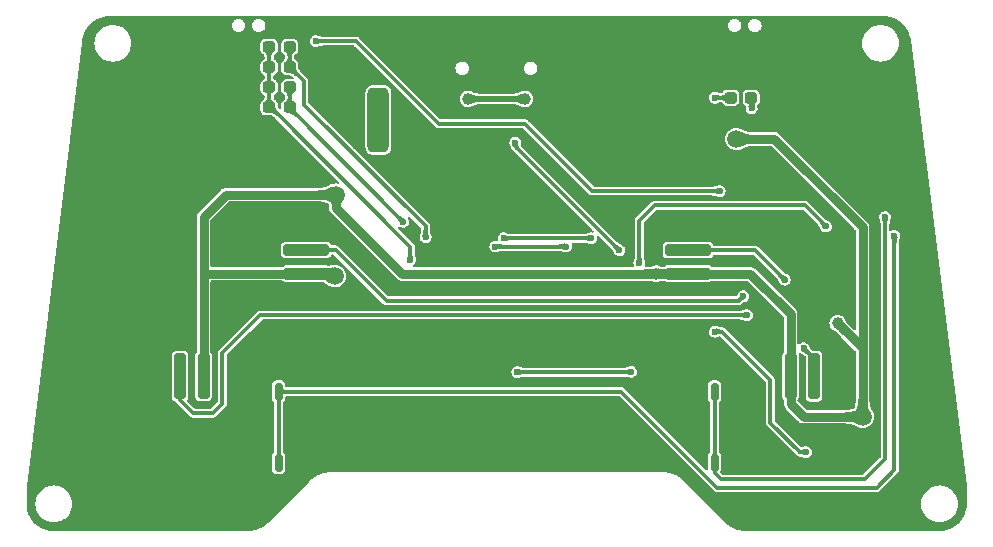
<source format=gbr>
%TF.GenerationSoftware,KiCad,Pcbnew,(6.0.5)*%
%TF.CreationDate,2023-01-30T15:53:00+08:00*%
%TF.ProjectId,Mini_Remoter,4d696e69-5f52-4656-9d6f-7465722e6b69,rev?*%
%TF.SameCoordinates,Original*%
%TF.FileFunction,Copper,L1,Top*%
%TF.FilePolarity,Positive*%
%FSLAX46Y46*%
G04 Gerber Fmt 4.6, Leading zero omitted, Abs format (unit mm)*
G04 Created by KiCad (PCBNEW (6.0.5)) date 2023-01-30 15:53:00*
%MOMM*%
%LPD*%
G01*
G04 APERTURE LIST*
G04 Aperture macros list*
%AMRoundRect*
0 Rectangle with rounded corners*
0 $1 Rounding radius*
0 $2 $3 $4 $5 $6 $7 $8 $9 X,Y pos of 4 corners*
0 Add a 4 corners polygon primitive as box body*
4,1,4,$2,$3,$4,$5,$6,$7,$8,$9,$2,$3,0*
0 Add four circle primitives for the rounded corners*
1,1,$1+$1,$2,$3*
1,1,$1+$1,$4,$5*
1,1,$1+$1,$6,$7*
1,1,$1+$1,$8,$9*
0 Add four rect primitives between the rounded corners*
20,1,$1+$1,$2,$3,$4,$5,0*
20,1,$1+$1,$4,$5,$6,$7,0*
20,1,$1+$1,$6,$7,$8,$9,0*
20,1,$1+$1,$8,$9,$2,$3,0*%
G04 Aperture macros list end*
%TA.AperFunction,ComponentPad*%
%ADD10O,1.000000X2.100000*%
%TD*%
%TA.AperFunction,ComponentPad*%
%ADD11O,1.000000X1.600000*%
%TD*%
%TA.AperFunction,ComponentPad*%
%ADD12RoundRect,0.450000X-0.450000X-2.300000X0.450000X-2.300000X0.450000X2.300000X-0.450000X2.300000X0*%
%TD*%
%TA.AperFunction,SMDPad,CuDef*%
%ADD13RoundRect,0.175000X-0.175000X0.575000X-0.175000X-0.575000X0.175000X-0.575000X0.175000X0.575000X0*%
%TD*%
%TA.AperFunction,SMDPad,CuDef*%
%ADD14RoundRect,0.175000X0.175000X-0.575000X0.175000X0.575000X-0.175000X0.575000X-0.175000X-0.575000X0*%
%TD*%
%TA.AperFunction,SMDPad,CuDef*%
%ADD15RoundRect,0.250000X0.250000X-1.700000X0.250000X1.700000X-0.250000X1.700000X-0.250000X-1.700000X0*%
%TD*%
%TA.AperFunction,SMDPad,CuDef*%
%ADD16RoundRect,0.250000X1.700000X0.250000X-1.700000X0.250000X-1.700000X-0.250000X1.700000X-0.250000X0*%
%TD*%
%TA.AperFunction,SMDPad,CuDef*%
%ADD17RoundRect,0.250000X-0.250000X1.700000X-0.250000X-1.700000X0.250000X-1.700000X0.250000X1.700000X0*%
%TD*%
%TA.AperFunction,SMDPad,CuDef*%
%ADD18RoundRect,0.237500X-0.287500X-0.237500X0.287500X-0.237500X0.287500X0.237500X-0.287500X0.237500X0*%
%TD*%
%TA.AperFunction,SMDPad,CuDef*%
%ADD19RoundRect,0.237500X0.287500X0.237500X-0.287500X0.237500X-0.287500X-0.237500X0.287500X-0.237500X0*%
%TD*%
%TA.AperFunction,ViaPad*%
%ADD20C,0.600000*%
%TD*%
%TA.AperFunction,ViaPad*%
%ADD21C,1.500000*%
%TD*%
%TA.AperFunction,ViaPad*%
%ADD22C,1.000000*%
%TD*%
%TA.AperFunction,Conductor*%
%ADD23C,0.350000*%
%TD*%
%TA.AperFunction,Conductor*%
%ADD24C,0.750000*%
%TD*%
%TA.AperFunction,Conductor*%
%ADD25C,0.500000*%
%TD*%
G04 APERTURE END LIST*
D10*
%TO.P,USB1,1,SHELL*%
%TO.N,GND*%
X95880000Y-87295000D03*
D11*
%TO.P,USB1,2,SHELL*%
X95880000Y-83115000D03*
D10*
%TO.P,USB1,3,SHELL*%
X104520000Y-87295000D03*
D11*
%TO.P,USB1,4,SHELL*%
X104520000Y-83115000D03*
%TD*%
D12*
%TO.P,SW5,2,B*%
%TO.N,GND*%
X110215000Y-91185000D03*
%TO.P,SW5,1,A*%
%TO.N,Net-(J1-Pad1)*%
X90215000Y-91185000D03*
%TD*%
D13*
%TO.P,SW4,1,A*%
%TO.N,/PD7*%
X81765000Y-114185000D03*
X81765000Y-120185000D03*
%TO.P,SW4,2,B*%
%TO.N,GND*%
X78065000Y-120185000D03*
X78065000Y-114185000D03*
%TD*%
D14*
%TO.P,SW3,2,B*%
%TO.N,GND*%
X122365000Y-120185000D03*
X122365000Y-114185000D03*
%TO.P,SW3,1,A*%
%TO.N,/KEY_A*%
X118665000Y-114185000D03*
X118665000Y-120185000D03*
%TD*%
D15*
%TO.P,J3,1,1*%
%TO.N,+5V*%
X125100000Y-112880000D03*
%TO.P,J3,2,2*%
%TO.N,/A0*%
X127100000Y-112880000D03*
%TO.P,J3,3,3*%
%TO.N,GND*%
X129100000Y-112880000D03*
D16*
%TO.P,J3,4,4*%
X116420000Y-100200000D03*
%TO.P,J3,5,5*%
%TO.N,/A1*%
X116420000Y-102200000D03*
%TO.P,J3,6,6*%
%TO.N,+5V*%
X116420000Y-104200000D03*
%TD*%
%TO.P,J2,1,1*%
%TO.N,+5V*%
X84095000Y-104185000D03*
%TO.P,J2,2,2*%
%TO.N,/A3*%
X84095000Y-102185000D03*
%TO.P,J2,3,3*%
%TO.N,GND*%
X84095000Y-100185000D03*
D17*
%TO.P,J2,4,4*%
X71415000Y-112865000D03*
%TO.P,J2,5,5*%
%TO.N,/A2*%
X73415000Y-112865000D03*
%TO.P,J2,6,6*%
%TO.N,+5V*%
X75415000Y-112865000D03*
%TD*%
D18*
%TO.P,D5,2,A*%
%TO.N,Net-(D5-Pad2)*%
X121775000Y-89300000D03*
%TO.P,D5,1,K*%
%TO.N,/LED*%
X120025000Y-89300000D03*
%TD*%
D19*
%TO.P,D4,1,K*%
%TO.N,Net-(D3-Pad2)*%
X82700000Y-85000000D03*
%TO.P,D4,2,A*%
%TO.N,Net-(D1-Pad1)*%
X80950000Y-85000000D03*
%TD*%
D18*
%TO.P,D3,1,K*%
%TO.N,Net-(D1-Pad1)*%
X80950000Y-86700000D03*
%TO.P,D3,2,A*%
%TO.N,Net-(D3-Pad2)*%
X82700000Y-86700000D03*
%TD*%
D19*
%TO.P,D2,1,K*%
%TO.N,Net-(D1-Pad2)*%
X82700000Y-88400000D03*
%TO.P,D2,2,A*%
%TO.N,Net-(D1-Pad1)*%
X80950000Y-88400000D03*
%TD*%
D18*
%TO.P,D1,1,K*%
%TO.N,Net-(D1-Pad1)*%
X80950000Y-90100000D03*
%TO.P,D1,2,A*%
%TO.N,Net-(D1-Pad2)*%
X82700000Y-90100000D03*
%TD*%
D20*
%TO.N,GND*%
X72700000Y-97300000D03*
X72600000Y-95200000D03*
X71500000Y-96100000D03*
X70500000Y-95100000D03*
X70500000Y-97300000D03*
X72600000Y-94200000D03*
X70600000Y-96200000D03*
X72600000Y-96300000D03*
X71500000Y-95000000D03*
X71500000Y-93800000D03*
X70700000Y-93900000D03*
X71500000Y-97300000D03*
X73700000Y-101500000D03*
X73800000Y-102500000D03*
X72600000Y-99000000D03*
X72600000Y-101300000D03*
X71600000Y-102500000D03*
X71600000Y-100300000D03*
X73700000Y-99400000D03*
X72600000Y-100200000D03*
X72600000Y-102500000D03*
X71700000Y-101400000D03*
X71800000Y-99100000D03*
X73700000Y-100400000D03*
X102200000Y-90600000D03*
X101300000Y-90400000D03*
X98500000Y-90600000D03*
X80100000Y-115200000D03*
X88200000Y-87000000D03*
X86500000Y-87300000D03*
X89400000Y-87000000D03*
X88400000Y-86000000D03*
X87200000Y-86700000D03*
X86000000Y-86600000D03*
X87300000Y-85600000D03*
X86200000Y-85600000D03*
X85000000Y-85600000D03*
X83800000Y-85600000D03*
X84300000Y-86600000D03*
X85100000Y-87200000D03*
X85400000Y-88100000D03*
X86400000Y-88200000D03*
X87400000Y-88200000D03*
X88400000Y-88200000D03*
X88400000Y-89100000D03*
X87400000Y-89200000D03*
X86400000Y-89100000D03*
X85400000Y-89200000D03*
X85500000Y-90000000D03*
X86500000Y-90000000D03*
X87400000Y-90000000D03*
X88300000Y-90000000D03*
X92100000Y-89700000D03*
X92100000Y-90800000D03*
X93200000Y-90900000D03*
X93800000Y-91800000D03*
X92900000Y-91800000D03*
X92000000Y-91800000D03*
X92000000Y-92700000D03*
X93000000Y-92700000D03*
X93900000Y-92700000D03*
X93900000Y-93600000D03*
X93000000Y-93600000D03*
X92000000Y-93600000D03*
X92800000Y-94500000D03*
X93800000Y-94500000D03*
X93200000Y-95300000D03*
X92300000Y-95300000D03*
X91700000Y-94600000D03*
X91100000Y-95400000D03*
X90500000Y-94700000D03*
X94600000Y-99300000D03*
X95900000Y-99300000D03*
X102700000Y-98000000D03*
X102700000Y-97200000D03*
X102700000Y-96400000D03*
X98900000Y-97200000D03*
X98900000Y-98000000D03*
X107700000Y-98000000D03*
X107000000Y-97300000D03*
X106300000Y-96500000D03*
X105700000Y-95900000D03*
X101300000Y-92300000D03*
X102800000Y-92900000D03*
X100800000Y-93200000D03*
X97200000Y-94300000D03*
X96400000Y-94300000D03*
X97200000Y-93500000D03*
X97200000Y-92600000D03*
X96400000Y-93500000D03*
X96400000Y-92600000D03*
X101700000Y-97200000D03*
X100800000Y-97200000D03*
X101700000Y-98000000D03*
X100800000Y-98000000D03*
X99900000Y-98000000D03*
X99900000Y-97200000D03*
X101700000Y-96400000D03*
X100800000Y-96400000D03*
X99900000Y-96400000D03*
X94600000Y-102900000D03*
X94600000Y-102100000D03*
X95400000Y-101700000D03*
X96300000Y-101700000D03*
X97100000Y-101700000D03*
X98000000Y-101700000D03*
X98800000Y-101700000D03*
X89900000Y-106700000D03*
X89100000Y-108700000D03*
X93400000Y-108500000D03*
X92500000Y-108500000D03*
X91600000Y-108500000D03*
X90700000Y-108600000D03*
X111200000Y-113400000D03*
X111000000Y-115600000D03*
X123800000Y-107800000D03*
X123100000Y-107300000D03*
X117600000Y-105500000D03*
X116700000Y-105500000D03*
X115800000Y-105500000D03*
X115000000Y-105500000D03*
X114200000Y-105500000D03*
X113400000Y-105500000D03*
X112500000Y-105500000D03*
X111600000Y-105500000D03*
X102600000Y-105400000D03*
X101800000Y-105400000D03*
X101000000Y-105400000D03*
X98500000Y-105400000D03*
X97700000Y-105400000D03*
X96900000Y-105400000D03*
X94100000Y-105400000D03*
X93200000Y-105400000D03*
X92400000Y-105400000D03*
X91600000Y-105000000D03*
X91300000Y-105700000D03*
X90700000Y-104900000D03*
X90700000Y-104100000D03*
X89800000Y-103200000D03*
X88900000Y-103200000D03*
X78400000Y-94700000D03*
X79300000Y-94700000D03*
X79300000Y-95600000D03*
X78400000Y-95600000D03*
X78400000Y-96400000D03*
X79300000Y-96400000D03*
X80100000Y-96400000D03*
X80100000Y-95600000D03*
X80100000Y-94700000D03*
X83100000Y-96400000D03*
X83100000Y-95500000D03*
X83200000Y-94700000D03*
X84000000Y-94600000D03*
X84000000Y-95500000D03*
X84000000Y-96300000D03*
X77000000Y-99600000D03*
X76600000Y-100400000D03*
X80400000Y-101700000D03*
X81400000Y-101700000D03*
X83200000Y-98600000D03*
X82700000Y-99300000D03*
X82400000Y-101000000D03*
X83300000Y-101000000D03*
X77600000Y-103000000D03*
X76600000Y-103000000D03*
X77600000Y-102200000D03*
X76600000Y-102200000D03*
X77600000Y-101300000D03*
X76600000Y-101300000D03*
X69900000Y-108700000D03*
X70600000Y-109900000D03*
X70800000Y-108700000D03*
X70800000Y-107400000D03*
X70800000Y-106000000D03*
X71800000Y-105000000D03*
X72000000Y-106200000D03*
X71800000Y-107400000D03*
X71900000Y-108500000D03*
X71800000Y-109600000D03*
X72800000Y-109600000D03*
X72800000Y-108400000D03*
X72800000Y-107300000D03*
X72800000Y-106100000D03*
X72800000Y-105100000D03*
X73900000Y-105300000D03*
X73900000Y-106500000D03*
X73900000Y-107500000D03*
X73900000Y-108600000D03*
X74000000Y-109600000D03*
X76500000Y-110100000D03*
X77600000Y-109000000D03*
X76700000Y-109300000D03*
X78300000Y-108100000D03*
X77400000Y-108200000D03*
X76600000Y-108400000D03*
X76600000Y-107500000D03*
X77400000Y-107300000D03*
X77400000Y-106400000D03*
X76500000Y-106500000D03*
X76500000Y-105500000D03*
X77500000Y-105500000D03*
X78300000Y-107300000D03*
X78300000Y-106300000D03*
X78300000Y-105400000D03*
X79200000Y-105300000D03*
X79200000Y-106200000D03*
X79300000Y-107100000D03*
X80100000Y-106300000D03*
X80200000Y-105300000D03*
X81100000Y-105800000D03*
X82000000Y-105800000D03*
X82800000Y-105800000D03*
X83600000Y-105400000D03*
X83600000Y-106200000D03*
X86100000Y-105800000D03*
X87000000Y-105800000D03*
X87800000Y-105800000D03*
X87000000Y-106700000D03*
X86100000Y-106700000D03*
X86900000Y-108600000D03*
X86000000Y-108600000D03*
X89400000Y-115000000D03*
X89000000Y-113300000D03*
X89900000Y-112500000D03*
X89000000Y-112500000D03*
X89900000Y-111700000D03*
X89000000Y-111700000D03*
X89900000Y-110900000D03*
X89000000Y-110900000D03*
X94900000Y-112900000D03*
X96600000Y-110400000D03*
X96600000Y-109500000D03*
X98400000Y-109300000D03*
X97200000Y-108600000D03*
X96400000Y-108600000D03*
X95600000Y-108600000D03*
X98400000Y-112700000D03*
X97500000Y-112600000D03*
X106500000Y-115700000D03*
X105200000Y-115700000D03*
X104400000Y-115700000D03*
X101000000Y-112600000D03*
X100000000Y-112600000D03*
X114400000Y-115400000D03*
X113500000Y-115500000D03*
X115400000Y-114400000D03*
X114400000Y-114500000D03*
X113500000Y-114600000D03*
X112500000Y-114500000D03*
X115500000Y-113600000D03*
X114600000Y-113600000D03*
X113800000Y-113600000D03*
X113000000Y-113600000D03*
X112100000Y-113600000D03*
X118000000Y-110200000D03*
X117300000Y-108700000D03*
X117200000Y-109500000D03*
X117000000Y-110500000D03*
X116900000Y-111500000D03*
X116000000Y-111500000D03*
X116100000Y-110400000D03*
X116200000Y-109600000D03*
X116200000Y-108700000D03*
X115100000Y-108700000D03*
X115000000Y-109600000D03*
X115000000Y-110500000D03*
X114800000Y-111500000D03*
X113900000Y-111500000D03*
X114000000Y-110400000D03*
X114000000Y-109500000D03*
X114000000Y-108600000D03*
X112900000Y-108600000D03*
X112900000Y-109400000D03*
X112900000Y-110400000D03*
X112800000Y-111400000D03*
X111900000Y-111300000D03*
X111900000Y-110300000D03*
X111900000Y-109400000D03*
X111900000Y-108500000D03*
X110900000Y-111200000D03*
X110900000Y-110300000D03*
X110900000Y-109400000D03*
X110900000Y-108500000D03*
X110000000Y-108500000D03*
X109100000Y-108500000D03*
X108200000Y-108500000D03*
X107300000Y-108500000D03*
X106500000Y-108500000D03*
X105600000Y-108500000D03*
X104800000Y-108500000D03*
X107100000Y-102300000D03*
X107900000Y-102300000D03*
X108700000Y-102300000D03*
X109500000Y-102300000D03*
X110300000Y-103100000D03*
X109500000Y-103100000D03*
X108700000Y-103100000D03*
X107900000Y-103100000D03*
X107100000Y-103100000D03*
X106300000Y-103100000D03*
X105500000Y-103100000D03*
X104700000Y-103100000D03*
X103900000Y-103100000D03*
X103100000Y-103100000D03*
X106400000Y-99900000D03*
X105500000Y-99900000D03*
X106300000Y-99100000D03*
X105400000Y-99000000D03*
X105400000Y-98200000D03*
X111500000Y-101800000D03*
X113900000Y-101800000D03*
X113100000Y-101800000D03*
X119600000Y-99300000D03*
X118800000Y-99300000D03*
X118000000Y-99300000D03*
X117200000Y-99300000D03*
X116400000Y-99300000D03*
X115600000Y-99300000D03*
X114800000Y-99300000D03*
X114000000Y-99300000D03*
X111800000Y-99000000D03*
X111000000Y-99000000D03*
X110100000Y-99000000D03*
X109200000Y-99000000D03*
X112300000Y-98200000D03*
X111400000Y-98200000D03*
X110500000Y-98200000D03*
X109600000Y-98200000D03*
X108700000Y-98200000D03*
X122700000Y-97300000D03*
X121600000Y-97300000D03*
X120700000Y-97300000D03*
X122000000Y-96400000D03*
X121100000Y-96400000D03*
X120200000Y-96400000D03*
X135000000Y-94400000D03*
X135000000Y-95300000D03*
X135000000Y-96200000D03*
X135000000Y-97000000D03*
X135000000Y-97900000D03*
X133200000Y-97900000D03*
X132300000Y-97000000D03*
X132300000Y-97900000D03*
X134100000Y-97000000D03*
X134100000Y-97900000D03*
X133200000Y-97000000D03*
X134100000Y-94400000D03*
X133200000Y-96200000D03*
X134100000Y-96200000D03*
X133200000Y-94400000D03*
X133200000Y-95300000D03*
X132300000Y-96200000D03*
X134100000Y-95300000D03*
X132300000Y-95300000D03*
X132300000Y-94400000D03*
X129700000Y-87700000D03*
X127900000Y-87700000D03*
X128800000Y-89500000D03*
X129700000Y-88600000D03*
X128800000Y-88600000D03*
X127900000Y-89500000D03*
X129700000Y-89500000D03*
X127900000Y-88600000D03*
X128800000Y-87700000D03*
X121600000Y-87700000D03*
X122500000Y-85900000D03*
X122500000Y-87700000D03*
X120700000Y-86800000D03*
X121600000Y-85900000D03*
X120700000Y-85900000D03*
X120700000Y-87700000D03*
X122500000Y-86800000D03*
X121600000Y-86800000D03*
X127000000Y-89500000D03*
X125200000Y-88600000D03*
X127000000Y-88600000D03*
X125200000Y-89500000D03*
X124300000Y-88600000D03*
X123400000Y-88600000D03*
X126100000Y-88600000D03*
X126100000Y-89500000D03*
X124300000Y-85900000D03*
X126100000Y-85900000D03*
X127000000Y-85900000D03*
X123400000Y-85900000D03*
X125200000Y-85900000D03*
X124300000Y-89500000D03*
X127000000Y-86800000D03*
X126100000Y-87700000D03*
X126100000Y-86800000D03*
X124300000Y-87700000D03*
X125200000Y-87700000D03*
X123400000Y-86800000D03*
X127000000Y-87700000D03*
X123400000Y-87700000D03*
X124300000Y-86800000D03*
X123400000Y-89500000D03*
X125200000Y-86800000D03*
X120500000Y-91400000D03*
X119600000Y-91500000D03*
X120500000Y-90600000D03*
X119600000Y-90600000D03*
X122500000Y-94000000D03*
X121400000Y-94000000D03*
X126000000Y-99500000D03*
X125100000Y-99500000D03*
X124200000Y-99500000D03*
X128500000Y-99300000D03*
X124700000Y-103200000D03*
X124700000Y-102300000D03*
X124700000Y-101400000D03*
X125100000Y-100400000D03*
X126900000Y-100400000D03*
X124200000Y-100400000D03*
X126000000Y-100400000D03*
X129400000Y-101400000D03*
X128500000Y-101400000D03*
X125800000Y-101400000D03*
X126700000Y-101400000D03*
X127600000Y-101400000D03*
X129400000Y-103200000D03*
X127600000Y-102300000D03*
X129400000Y-102300000D03*
X127600000Y-103200000D03*
X126700000Y-102300000D03*
X125800000Y-102300000D03*
X128500000Y-102300000D03*
X128500000Y-103200000D03*
X126700000Y-103200000D03*
X125800000Y-103200000D03*
X125800000Y-104100000D03*
X126700000Y-104100000D03*
X127600000Y-104100000D03*
X128500000Y-104100000D03*
X129400000Y-104100000D03*
X129400000Y-105000000D03*
X128500000Y-105000000D03*
X127600000Y-105000000D03*
X126700000Y-105000000D03*
X125800000Y-105000000D03*
X126200000Y-108900000D03*
X126200000Y-108000000D03*
X128300000Y-111100000D03*
X128200000Y-112000000D03*
X128200000Y-112800000D03*
X128200000Y-113600000D03*
X128200000Y-114400000D03*
X124900000Y-117200000D03*
X123700000Y-112000000D03*
X123700000Y-111100000D03*
X122900000Y-111100000D03*
X123700000Y-110300000D03*
X122900000Y-110300000D03*
X122100000Y-110300000D03*
X123700000Y-109500000D03*
X122900000Y-109500000D03*
X122100000Y-109500000D03*
X121300000Y-109500000D03*
X123700000Y-108700000D03*
X122900000Y-108700000D03*
X122100000Y-108700000D03*
X121300000Y-108700000D03*
X120900000Y-112900000D03*
X121900000Y-112900000D03*
X121400000Y-113600000D03*
X121400000Y-114400000D03*
X120600000Y-114400000D03*
X120600000Y-113600000D03*
X121300000Y-112200000D03*
X120400000Y-112200000D03*
X119800000Y-112800000D03*
X119800000Y-113600000D03*
X119800000Y-114400000D03*
X127600000Y-120300000D03*
X126700000Y-120300000D03*
X125900000Y-120300000D03*
X125100000Y-120300000D03*
X124100000Y-119300000D03*
X121500000Y-120300000D03*
X120600000Y-120300000D03*
X121500000Y-119400000D03*
X120600000Y-119400000D03*
X119700000Y-119400000D03*
X123300000Y-118400000D03*
X122400000Y-118400000D03*
X120600000Y-118400000D03*
X119700000Y-118400000D03*
X121500000Y-118400000D03*
X122400000Y-117500000D03*
X121500000Y-117500000D03*
X120600000Y-117500000D03*
X119700000Y-117500000D03*
X102700000Y-116300000D03*
X101800000Y-116300000D03*
X100900000Y-116300000D03*
X100000000Y-116300000D03*
X99100000Y-116300000D03*
X98200000Y-116300000D03*
X97300000Y-116300000D03*
X96400000Y-116300000D03*
X95500000Y-116300000D03*
X94600000Y-116300000D03*
X80900000Y-117800000D03*
X85200000Y-118600000D03*
X84200000Y-118600000D03*
X83200000Y-118600000D03*
X84200000Y-117700000D03*
X83200000Y-117700000D03*
X83200000Y-116700000D03*
X80500000Y-117100000D03*
X80300000Y-116100000D03*
%TO.N,/LED*%
X118700000Y-89300000D03*
%TO.N,/KEY_A*%
X133100000Y-99400000D03*
%TO.N,Net-(D5-Pad2)*%
X121800000Y-90200000D03*
D21*
%TO.N,+5V*%
X120500000Y-92800000D03*
D20*
%TO.N,/PD7*%
X133900000Y-101000000D03*
%TO.N,/LEFT_CH*%
X84900000Y-84500000D03*
X119100000Y-97200000D03*
%TO.N,/BUZZ*%
X112300000Y-103274500D03*
X128100000Y-100200000D03*
%TO.N,/RESET*%
X118700000Y-109100000D03*
X126400000Y-119300000D03*
%TO.N,/DTR*%
X101800000Y-93100000D03*
X110600000Y-102200000D03*
%TO.N,/TXD*%
X106100000Y-101900000D03*
X100100000Y-101900000D03*
%TO.N,/RXD*%
X100800000Y-101200000D03*
X108200000Y-101200000D03*
D22*
%TO.N,+5V*%
X113700000Y-104200000D03*
X129100000Y-108400000D03*
D21*
X131200000Y-116300000D03*
X86500000Y-104400000D03*
X86600000Y-97500000D03*
D20*
%TO.N,/A1*%
X124600000Y-104700000D03*
%TO.N,/A0*%
X126200000Y-110500000D03*
%TO.N,/A2*%
X121400000Y-107700000D03*
%TO.N,/A3*%
X121100000Y-106100000D03*
%TO.N,/A5*%
X111600000Y-112500000D03*
X101965000Y-112535000D03*
%TO.N,Net-(D1-Pad2)*%
X92300000Y-99800000D03*
%TO.N,Net-(D3-Pad2)*%
X94200000Y-101100000D03*
%TO.N,Net-(D1-Pad1)*%
X92900000Y-103000000D03*
D22*
%TO.N,VBUS*%
X97800000Y-89400000D03*
X102600000Y-89400000D03*
%TD*%
D23*
%TO.N,Net-(D3-Pad2)*%
X83900000Y-89900000D02*
X83900000Y-87900000D01*
X94200000Y-100200000D02*
X83900000Y-89900000D01*
X94200000Y-101100000D02*
X94200000Y-100200000D01*
X83900000Y-87900000D02*
X82700000Y-86700000D01*
D24*
%TO.N,+5V*%
X75415000Y-99385000D02*
X75415000Y-104485000D01*
X77300000Y-97500000D02*
X75415000Y-99385000D01*
X86600000Y-97500000D02*
X77300000Y-97500000D01*
D23*
%TO.N,/DTR*%
X101800000Y-93400000D02*
X101800000Y-93100000D01*
X110600000Y-102200000D02*
X101800000Y-93400000D01*
%TO.N,/LED*%
X118700000Y-89300000D02*
X120025000Y-89300000D01*
%TO.N,/RESET*%
X125900000Y-119300000D02*
X126400000Y-119300000D01*
X123400000Y-113200000D02*
X123400000Y-116800000D01*
X123400000Y-116800000D02*
X125900000Y-119300000D01*
X119300000Y-109100000D02*
X123400000Y-113200000D01*
X118700000Y-109100000D02*
X119300000Y-109100000D01*
%TO.N,/BUZZ*%
X112300000Y-99700000D02*
X112300000Y-103274500D01*
X113600000Y-98400000D02*
X112300000Y-99700000D01*
X128100000Y-100200000D02*
X126300000Y-98400000D01*
X126300000Y-98400000D02*
X113600000Y-98400000D01*
%TO.N,/KEY_A*%
X118665000Y-121065000D02*
X118665000Y-120185000D01*
X131400000Y-121600000D02*
X119200000Y-121600000D01*
X133100000Y-119900000D02*
X131400000Y-121600000D01*
X119200000Y-121600000D02*
X118665000Y-121065000D01*
X133100000Y-99400000D02*
X133100000Y-119900000D01*
%TO.N,/PD7*%
X110785000Y-114185000D02*
X81765000Y-114185000D01*
X118900000Y-122300000D02*
X110785000Y-114185000D01*
X132400000Y-122300000D02*
X118900000Y-122300000D01*
X133900000Y-120800000D02*
X132400000Y-122300000D01*
X133900000Y-101000000D02*
X133900000Y-120800000D01*
%TO.N,/A2*%
X73415000Y-114915000D02*
X73415000Y-112865000D01*
X74500000Y-116000000D02*
X73415000Y-114915000D01*
X76200000Y-116000000D02*
X74500000Y-116000000D01*
X77000000Y-110900000D02*
X77000000Y-115200000D01*
X121400000Y-107700000D02*
X80200000Y-107700000D01*
X80200000Y-107700000D02*
X77000000Y-110900000D01*
X77000000Y-115200000D02*
X76200000Y-116000000D01*
%TO.N,/A3*%
X86585000Y-102185000D02*
X84095000Y-102185000D01*
X121100000Y-106100000D02*
X120700000Y-106500000D01*
X120700000Y-106500000D02*
X90900000Y-106500000D01*
X90900000Y-106500000D02*
X86585000Y-102185000D01*
%TO.N,/A0*%
X127100000Y-111400000D02*
X127100000Y-112880000D01*
X126200000Y-110500000D02*
X127100000Y-111400000D01*
D24*
%TO.N,+5V*%
X123736746Y-92800000D02*
X131200000Y-100263254D01*
X120500000Y-92800000D02*
X123736746Y-92800000D01*
X131200000Y-100263254D02*
X131200000Y-110500000D01*
D23*
%TO.N,Net-(D5-Pad2)*%
X121775000Y-90175000D02*
X121800000Y-90200000D01*
X121775000Y-89300000D02*
X121775000Y-90175000D01*
%TO.N,/LEFT_CH*%
X88300000Y-84500000D02*
X84900000Y-84500000D01*
X95300000Y-91500000D02*
X88300000Y-84500000D01*
X102600000Y-91500000D02*
X95300000Y-91500000D01*
X108300000Y-97200000D02*
X102600000Y-91500000D01*
X119100000Y-97200000D02*
X108300000Y-97200000D01*
%TO.N,/RXD*%
X108200000Y-101200000D02*
X100800000Y-101200000D01*
%TO.N,/TXD*%
X106100000Y-101900000D02*
X100100000Y-101900000D01*
D24*
%TO.N,+5V*%
X113700000Y-104200000D02*
X116420000Y-104200000D01*
X92200000Y-104200000D02*
X113700000Y-104200000D01*
X131200000Y-110500000D02*
X129100000Y-108400000D01*
X131200000Y-116300000D02*
X131200000Y-110500000D01*
X125100000Y-115200000D02*
X125100000Y-112880000D01*
X126200000Y-116300000D02*
X125100000Y-115200000D01*
X131200000Y-116300000D02*
X126200000Y-116300000D01*
D23*
%TO.N,/PD7*%
X81765000Y-120185000D02*
X81765000Y-114185000D01*
%TO.N,/KEY_A*%
X118665000Y-114185000D02*
X118665000Y-120185000D01*
D24*
%TO.N,+5V*%
X125100000Y-107600000D02*
X125100000Y-112880000D01*
X116420000Y-104200000D02*
X121700000Y-104200000D01*
X121700000Y-104200000D02*
X125100000Y-107600000D01*
X86600000Y-98600000D02*
X92200000Y-104200000D01*
X86600000Y-97500000D02*
X86600000Y-98600000D01*
D23*
%TO.N,Net-(D1-Pad1)*%
X92900000Y-101900000D02*
X81100000Y-90100000D01*
X92900000Y-103000000D02*
X92900000Y-101900000D01*
X81100000Y-90100000D02*
X80950000Y-90100000D01*
D24*
%TO.N,+5V*%
X86500000Y-104400000D02*
X86285000Y-104185000D01*
X86285000Y-104185000D02*
X84095000Y-104185000D01*
X75715000Y-104185000D02*
X75415000Y-104485000D01*
X75415000Y-104485000D02*
X75415000Y-112865000D01*
X84095000Y-104185000D02*
X75715000Y-104185000D01*
D23*
%TO.N,/A1*%
X122100000Y-102200000D02*
X116420000Y-102200000D01*
X124600000Y-104700000D02*
X122100000Y-102200000D01*
%TO.N,/A5*%
X111600000Y-112500000D02*
X111565000Y-112535000D01*
X111565000Y-112535000D02*
X101965000Y-112535000D01*
%TO.N,Net-(D1-Pad2)*%
X82700000Y-90200000D02*
X82700000Y-90100000D01*
X92300000Y-99800000D02*
X82700000Y-90200000D01*
X82700000Y-88400000D02*
X82700000Y-90100000D01*
%TO.N,Net-(D3-Pad2)*%
X82700000Y-86700000D02*
X82700000Y-85000000D01*
%TO.N,Net-(D1-Pad1)*%
X80950000Y-85000000D02*
X80950000Y-90100000D01*
D25*
%TO.N,VBUS*%
X102600000Y-89400000D02*
X97800000Y-89400000D01*
%TD*%
%TA.AperFunction,Conductor*%
%TO.N,Net-(D3-Pad2)*%
G36*
X94371673Y-100513427D02*
G01*
X94375100Y-100521599D01*
X94375562Y-100575506D01*
X94377423Y-100632403D01*
X94380839Y-100682287D01*
X94386069Y-100726754D01*
X94393371Y-100767402D01*
X94403003Y-100805827D01*
X94415224Y-100843626D01*
X94430292Y-100882396D01*
X94448464Y-100923733D01*
X94466547Y-100961937D01*
X94466547Y-100961938D01*
X94466989Y-100970881D01*
X94464407Y-100975050D01*
X94208433Y-101241231D01*
X94200229Y-101244819D01*
X94191567Y-101241231D01*
X93935595Y-100975052D01*
X93932330Y-100966713D01*
X93933453Y-100961938D01*
X93951535Y-100923733D01*
X93969707Y-100882396D01*
X93984775Y-100843626D01*
X93996996Y-100805827D01*
X94006628Y-100767402D01*
X94013930Y-100726754D01*
X94019160Y-100682287D01*
X94022576Y-100632403D01*
X94024437Y-100575506D01*
X94024900Y-100521599D01*
X94028398Y-100513356D01*
X94036600Y-100510000D01*
X94363400Y-100510000D01*
X94371673Y-100513427D01*
G37*
%TD.AperFunction*%
%TD*%
%TA.AperFunction,Conductor*%
%TO.N,Net-(D3-Pad2)*%
G36*
X83140358Y-86543954D02*
G01*
X83148562Y-86547542D01*
X83151260Y-86552047D01*
X83176973Y-86631440D01*
X83177092Y-86631832D01*
X83199253Y-86709440D01*
X83199302Y-86709616D01*
X83218223Y-86780008D01*
X83236638Y-86845166D01*
X83257311Y-86907155D01*
X83283025Y-86968115D01*
X83316563Y-87030186D01*
X83360709Y-87095509D01*
X83418247Y-87166224D01*
X83418393Y-87166379D01*
X83418400Y-87166387D01*
X83484172Y-87236206D01*
X83487351Y-87244578D01*
X83483929Y-87252502D01*
X83252502Y-87483929D01*
X83244229Y-87487356D01*
X83236206Y-87484172D01*
X83166387Y-87418400D01*
X83166379Y-87418393D01*
X83166224Y-87418247D01*
X83095509Y-87360709D01*
X83030186Y-87316563D01*
X82968115Y-87283025D01*
X82962515Y-87280663D01*
X82907379Y-87257405D01*
X82907368Y-87257401D01*
X82907155Y-87257311D01*
X82906932Y-87257237D01*
X82906925Y-87257234D01*
X82845313Y-87236687D01*
X82845312Y-87236687D01*
X82845166Y-87236638D01*
X82845033Y-87236601D01*
X82845022Y-87236597D01*
X82780079Y-87218243D01*
X82780069Y-87218240D01*
X82780008Y-87218223D01*
X82779934Y-87218203D01*
X82709616Y-87199302D01*
X82709440Y-87199253D01*
X82631832Y-87177092D01*
X82631440Y-87176973D01*
X82552047Y-87151260D01*
X82545232Y-87145451D01*
X82543954Y-87140358D01*
X82541800Y-87030186D01*
X82532063Y-86532063D01*
X83140358Y-86543954D01*
G37*
%TD.AperFunction*%
%TD*%
%TA.AperFunction,Conductor*%
%TO.N,+5V*%
G36*
X86278978Y-96830669D02*
G01*
X86592933Y-97132585D01*
X86592934Y-97132585D01*
X86963553Y-97488992D01*
X86966760Y-97492076D01*
X86970348Y-97500280D01*
X86969370Y-97505196D01*
X86969206Y-97505572D01*
X86273083Y-98175000D01*
X86151655Y-98115709D01*
X86097097Y-98089255D01*
X86043766Y-98063396D01*
X86043743Y-98063385D01*
X86043730Y-98063379D01*
X86020516Y-98052707D01*
X85944763Y-98017884D01*
X85944752Y-98017879D01*
X85944671Y-98017842D01*
X85849840Y-97978927D01*
X85845326Y-97977388D01*
X85754816Y-97946537D01*
X85754809Y-97946535D01*
X85754601Y-97946464D01*
X85654318Y-97920284D01*
X85654122Y-97920248D01*
X85654112Y-97920246D01*
X85544562Y-97900256D01*
X85544558Y-97900255D01*
X85544353Y-97900218D01*
X85420069Y-97886094D01*
X85419914Y-97886085D01*
X85419903Y-97886084D01*
X85276959Y-97877752D01*
X85276938Y-97877751D01*
X85276830Y-97877745D01*
X85214936Y-97876727D01*
X85121507Y-97875189D01*
X85113292Y-97871627D01*
X85110000Y-97863491D01*
X85110000Y-97136509D01*
X85113427Y-97128236D01*
X85121507Y-97124811D01*
X85219056Y-97123205D01*
X85276830Y-97122254D01*
X85357841Y-97117532D01*
X85419903Y-97113915D01*
X85419914Y-97113914D01*
X85420069Y-97113905D01*
X85544353Y-97099781D01*
X85544558Y-97099744D01*
X85544562Y-97099743D01*
X85654112Y-97079753D01*
X85654122Y-97079751D01*
X85654318Y-97079715D01*
X85754601Y-97053535D01*
X85754809Y-97053464D01*
X85754816Y-97053462D01*
X85849661Y-97021133D01*
X85849840Y-97021072D01*
X85944671Y-96982157D01*
X85944752Y-96982120D01*
X85944763Y-96982115D01*
X86043695Y-96936636D01*
X86043730Y-96936620D01*
X86043743Y-96936614D01*
X86043766Y-96936603D01*
X86151655Y-96884290D01*
X86265735Y-96828588D01*
X86274672Y-96828038D01*
X86278978Y-96830669D01*
G37*
%TD.AperFunction*%
%TD*%
%TA.AperFunction,Conductor*%
%TO.N,/DTR*%
G36*
X101808196Y-92959157D02*
G01*
X101810715Y-92961142D01*
X102064638Y-93225190D01*
X102067903Y-93233529D01*
X102066970Y-93237882D01*
X102058740Y-93257215D01*
X102058735Y-93257229D01*
X102058603Y-93257539D01*
X102050912Y-93283454D01*
X102047036Y-93308748D01*
X102047084Y-93333659D01*
X102051165Y-93358424D01*
X102059388Y-93383282D01*
X102071861Y-93408469D01*
X102088694Y-93434224D01*
X102109995Y-93460784D01*
X102128128Y-93480125D01*
X102131286Y-93488502D01*
X102127865Y-93496398D01*
X101896946Y-93727317D01*
X101888673Y-93730744D01*
X101880125Y-93727033D01*
X101839404Y-93683460D01*
X101838846Y-93682818D01*
X101800272Y-93635008D01*
X101799761Y-93634325D01*
X101769073Y-93590039D01*
X101768668Y-93589413D01*
X101743574Y-93547762D01*
X101743345Y-93547361D01*
X101721597Y-93507473D01*
X101707109Y-93480122D01*
X101701074Y-93468728D01*
X101701035Y-93468658D01*
X101696713Y-93460955D01*
X101681712Y-93434224D01*
X101679704Y-93430645D01*
X101679698Y-93430634D01*
X101679625Y-93430505D01*
X101655091Y-93392170D01*
X101648028Y-93382891D01*
X101625404Y-93353168D01*
X101625400Y-93353163D01*
X101625243Y-93352957D01*
X101593696Y-93318498D01*
X101590637Y-93310082D01*
X101592231Y-93304684D01*
X101792187Y-92963338D01*
X101799325Y-92957932D01*
X101808196Y-92959157D01*
G37*
%TD.AperFunction*%
%TD*%
%TA.AperFunction,Conductor*%
%TO.N,/DTR*%
G36*
X110314824Y-101667197D02*
G01*
X110353224Y-101704942D01*
X110353269Y-101704986D01*
X110394816Y-101743903D01*
X110432505Y-101776760D01*
X110467646Y-101804505D01*
X110501552Y-101828084D01*
X110535533Y-101848443D01*
X110570902Y-101866530D01*
X110571073Y-101866605D01*
X110571085Y-101866611D01*
X110608830Y-101883227D01*
X110608971Y-101883289D01*
X110651050Y-101899669D01*
X110651093Y-101899684D01*
X110651092Y-101899684D01*
X110690851Y-101913898D01*
X110697487Y-101919910D01*
X110698610Y-101924686D01*
X110705828Y-102293901D01*
X110702563Y-102302240D01*
X110693901Y-102305828D01*
X110529106Y-102302606D01*
X110324686Y-102298610D01*
X110316482Y-102295022D01*
X110313898Y-102290851D01*
X110299684Y-102251092D01*
X110299669Y-102251050D01*
X110283289Y-102208971D01*
X110266530Y-102170902D01*
X110248443Y-102135533D01*
X110228084Y-102101552D01*
X110204505Y-102067646D01*
X110176760Y-102032505D01*
X110143903Y-101994816D01*
X110104986Y-101953269D01*
X110104942Y-101953224D01*
X110067197Y-101914824D01*
X110063841Y-101906521D01*
X110067268Y-101898349D01*
X110298349Y-101667268D01*
X110306622Y-101663841D01*
X110314824Y-101667197D01*
G37*
%TD.AperFunction*%
%TD*%
%TA.AperFunction,Conductor*%
%TO.N,/LED*%
G36*
X118838061Y-89033453D02*
G01*
X118876266Y-89051535D01*
X118894734Y-89059654D01*
X118917502Y-89069663D01*
X118917516Y-89069669D01*
X118917603Y-89069707D01*
X118917707Y-89069748D01*
X118917723Y-89069754D01*
X118956190Y-89084704D01*
X118956373Y-89084775D01*
X118970549Y-89089358D01*
X118993982Y-89096935D01*
X118993993Y-89096938D01*
X118994172Y-89096996D01*
X119004257Y-89099524D01*
X119032412Y-89106582D01*
X119032422Y-89106584D01*
X119032597Y-89106628D01*
X119073245Y-89113930D01*
X119117712Y-89119160D01*
X119117826Y-89119168D01*
X119117828Y-89119168D01*
X119165368Y-89122424D01*
X119165375Y-89122424D01*
X119165651Y-89122443D01*
X119165653Y-89122443D01*
X119167596Y-89122576D01*
X119224493Y-89124437D01*
X119290000Y-89125000D01*
X119290000Y-89475000D01*
X119224493Y-89475562D01*
X119167596Y-89477423D01*
X119165652Y-89477556D01*
X119165649Y-89477556D01*
X119165373Y-89477575D01*
X119165366Y-89477575D01*
X119117828Y-89480831D01*
X119117826Y-89480831D01*
X119117712Y-89480839D01*
X119073245Y-89486069D01*
X119032597Y-89493371D01*
X119032422Y-89493415D01*
X119032412Y-89493417D01*
X119004257Y-89500475D01*
X118994172Y-89503003D01*
X118993993Y-89503061D01*
X118993982Y-89503064D01*
X118970549Y-89510641D01*
X118956373Y-89515224D01*
X118956194Y-89515294D01*
X118956190Y-89515295D01*
X118917723Y-89530245D01*
X118917707Y-89530251D01*
X118917603Y-89530292D01*
X118917516Y-89530330D01*
X118917502Y-89530336D01*
X118894734Y-89540345D01*
X118876266Y-89548464D01*
X118876146Y-89548521D01*
X118838062Y-89566546D01*
X118829118Y-89566988D01*
X118824947Y-89564404D01*
X118558769Y-89308433D01*
X118555181Y-89300229D01*
X118558769Y-89291567D01*
X118824949Y-89035594D01*
X118833286Y-89032330D01*
X118838061Y-89033453D01*
G37*
%TD.AperFunction*%
%TD*%
%TA.AperFunction,Conductor*%
%TO.N,/LED*%
G36*
X119823961Y-88878278D02*
G01*
X120253731Y-89291567D01*
X120257319Y-89299771D01*
X120253731Y-89308433D01*
X119823961Y-89721722D01*
X119815623Y-89724987D01*
X119810530Y-89723709D01*
X119806640Y-89721722D01*
X119736215Y-89685755D01*
X119735855Y-89685563D01*
X119665207Y-89646300D01*
X119601985Y-89609865D01*
X119542890Y-89576812D01*
X119542808Y-89576771D01*
X119542793Y-89576763D01*
X119514209Y-89562477D01*
X119484440Y-89547597D01*
X119423152Y-89522675D01*
X119422881Y-89522594D01*
X119422875Y-89522592D01*
X119383130Y-89510731D01*
X119355545Y-89502499D01*
X119355271Y-89502446D01*
X119355267Y-89502445D01*
X119323628Y-89496325D01*
X119278139Y-89487525D01*
X119277879Y-89487498D01*
X119277877Y-89487498D01*
X119187668Y-89478229D01*
X119187660Y-89478228D01*
X119187451Y-89478207D01*
X119187243Y-89478201D01*
X119187231Y-89478200D01*
X119177266Y-89477903D01*
X119165649Y-89477556D01*
X119165646Y-89477556D01*
X119080000Y-89475000D01*
X119080000Y-89125000D01*
X119165649Y-89122443D01*
X119165651Y-89122443D01*
X119177266Y-89122096D01*
X119187231Y-89121799D01*
X119187243Y-89121798D01*
X119187451Y-89121792D01*
X119187660Y-89121771D01*
X119187668Y-89121770D01*
X119277877Y-89112501D01*
X119277879Y-89112501D01*
X119278139Y-89112474D01*
X119323628Y-89103674D01*
X119355267Y-89097554D01*
X119355271Y-89097553D01*
X119355545Y-89097500D01*
X119383130Y-89089268D01*
X119422875Y-89077407D01*
X119422881Y-89077405D01*
X119423152Y-89077324D01*
X119484440Y-89052402D01*
X119514209Y-89037522D01*
X119542793Y-89023236D01*
X119542808Y-89023228D01*
X119542890Y-89023187D01*
X119601985Y-88990134D01*
X119665165Y-88953723D01*
X119665259Y-88953670D01*
X119735867Y-88914430D01*
X119736229Y-88914237D01*
X119810530Y-88876291D01*
X119819456Y-88875580D01*
X119823961Y-88878278D01*
G37*
%TD.AperFunction*%
%TD*%
%TA.AperFunction,Conductor*%
%TO.N,/RESET*%
G36*
X126275481Y-119036007D02*
G01*
X126394117Y-119150094D01*
X126538858Y-119289285D01*
X126542446Y-119297489D01*
X126539181Y-119305828D01*
X126536662Y-119307813D01*
X126194734Y-119508110D01*
X126185863Y-119509335D01*
X126181605Y-119507225D01*
X126146049Y-119479363D01*
X126134935Y-119474524D01*
X126103117Y-119460670D01*
X126103115Y-119460669D01*
X126102540Y-119460419D01*
X126057441Y-119451521D01*
X126057045Y-119451499D01*
X126057040Y-119451498D01*
X126011032Y-119448899D01*
X126011021Y-119448899D01*
X126010850Y-119448889D01*
X126010694Y-119448889D01*
X126010677Y-119448888D01*
X125963017Y-119448743D01*
X125962712Y-119448738D01*
X125914174Y-119447321D01*
X125913018Y-119447230D01*
X125864060Y-119440914D01*
X125862216Y-119440523D01*
X125812684Y-119425766D01*
X125810525Y-119424880D01*
X125760055Y-119397999D01*
X125758079Y-119396672D01*
X125715417Y-119361232D01*
X125711243Y-119353309D01*
X125713893Y-119344756D01*
X125714620Y-119343959D01*
X125945595Y-119112984D01*
X125953868Y-119109557D01*
X125961217Y-119112153D01*
X125981700Y-119128686D01*
X125986815Y-119132815D01*
X126019381Y-119146995D01*
X126020292Y-119147084D01*
X126020295Y-119147085D01*
X126050168Y-119150012D01*
X126050169Y-119150012D01*
X126051007Y-119150094D01*
X126066591Y-119147085D01*
X126081359Y-119144234D01*
X126081363Y-119144233D01*
X126081968Y-119144116D01*
X126112542Y-119131068D01*
X126143002Y-119112957D01*
X126143172Y-119112839D01*
X126143179Y-119112835D01*
X126173568Y-119091828D01*
X126173626Y-119091788D01*
X126204545Y-119069670D01*
X126204831Y-119069472D01*
X126236076Y-119048563D01*
X126236872Y-119048076D01*
X126261668Y-119034226D01*
X126270560Y-119033184D01*
X126275481Y-119036007D01*
G37*
%TD.AperFunction*%
%TD*%
%TA.AperFunction,Conductor*%
%TO.N,/RESET*%
G36*
X118838061Y-108833453D02*
G01*
X118876266Y-108851535D01*
X118894734Y-108859654D01*
X118917502Y-108869663D01*
X118917516Y-108869669D01*
X118917603Y-108869707D01*
X118917707Y-108869748D01*
X118917723Y-108869754D01*
X118956190Y-108884704D01*
X118956373Y-108884775D01*
X118970549Y-108889358D01*
X118993982Y-108896935D01*
X118993993Y-108896938D01*
X118994172Y-108896996D01*
X119004257Y-108899524D01*
X119032412Y-108906582D01*
X119032422Y-108906584D01*
X119032597Y-108906628D01*
X119073245Y-108913930D01*
X119117712Y-108919160D01*
X119117826Y-108919168D01*
X119117828Y-108919168D01*
X119167520Y-108922571D01*
X119167532Y-108922572D01*
X119167596Y-108922576D01*
X119167651Y-108922578D01*
X119167674Y-108922579D01*
X119195219Y-108923479D01*
X119224493Y-108924437D01*
X119278401Y-108924900D01*
X119286644Y-108928398D01*
X119290000Y-108936600D01*
X119290000Y-109263400D01*
X119286573Y-109271673D01*
X119278401Y-109275100D01*
X119224493Y-109275562D01*
X119224478Y-109275562D01*
X119167674Y-109277420D01*
X119167651Y-109277421D01*
X119167596Y-109277423D01*
X119167532Y-109277427D01*
X119167520Y-109277428D01*
X119117828Y-109280831D01*
X119117826Y-109280831D01*
X119117712Y-109280839D01*
X119073245Y-109286069D01*
X119032597Y-109293371D01*
X119032422Y-109293415D01*
X119032412Y-109293417D01*
X119004257Y-109300475D01*
X118994172Y-109303003D01*
X118993993Y-109303061D01*
X118993982Y-109303064D01*
X118970549Y-109310641D01*
X118956373Y-109315224D01*
X118956194Y-109315294D01*
X118956190Y-109315295D01*
X118917723Y-109330245D01*
X118917707Y-109330251D01*
X118917603Y-109330292D01*
X118917516Y-109330330D01*
X118917502Y-109330336D01*
X118894734Y-109340345D01*
X118876266Y-109348464D01*
X118876146Y-109348521D01*
X118838062Y-109366546D01*
X118829118Y-109366988D01*
X118824947Y-109364404D01*
X118558769Y-109108433D01*
X118555181Y-109100229D01*
X118558769Y-109091567D01*
X118728444Y-108928398D01*
X118824949Y-108835594D01*
X118833286Y-108832330D01*
X118838061Y-108833453D01*
G37*
%TD.AperFunction*%
%TD*%
%TA.AperFunction,Conductor*%
%TO.N,/BUZZ*%
G36*
X112471673Y-102687927D02*
G01*
X112475100Y-102696099D01*
X112475562Y-102750006D01*
X112477423Y-102806903D01*
X112480839Y-102856787D01*
X112486069Y-102901254D01*
X112493371Y-102941902D01*
X112503003Y-102980327D01*
X112515224Y-103018126D01*
X112530292Y-103056896D01*
X112548464Y-103098233D01*
X112566547Y-103136437D01*
X112566547Y-103136438D01*
X112566989Y-103145381D01*
X112564407Y-103149550D01*
X112308433Y-103415731D01*
X112300229Y-103419319D01*
X112291567Y-103415731D01*
X112035595Y-103149552D01*
X112032330Y-103141213D01*
X112033453Y-103136438D01*
X112051535Y-103098233D01*
X112069707Y-103056896D01*
X112084775Y-103018126D01*
X112096996Y-102980327D01*
X112106628Y-102941902D01*
X112113930Y-102901254D01*
X112119160Y-102856787D01*
X112122576Y-102806903D01*
X112124437Y-102750006D01*
X112124900Y-102696099D01*
X112128398Y-102687856D01*
X112136600Y-102684500D01*
X112463400Y-102684500D01*
X112471673Y-102687927D01*
G37*
%TD.AperFunction*%
%TD*%
%TA.AperFunction,Conductor*%
%TO.N,/BUZZ*%
G36*
X127814824Y-99667197D02*
G01*
X127853224Y-99704942D01*
X127853269Y-99704986D01*
X127894816Y-99743903D01*
X127932505Y-99776760D01*
X127967646Y-99804505D01*
X128001552Y-99828084D01*
X128035533Y-99848443D01*
X128070902Y-99866530D01*
X128071073Y-99866605D01*
X128071085Y-99866611D01*
X128108830Y-99883227D01*
X128108971Y-99883289D01*
X128151050Y-99899669D01*
X128151093Y-99899684D01*
X128151092Y-99899684D01*
X128190851Y-99913898D01*
X128197487Y-99919910D01*
X128198610Y-99924686D01*
X128205828Y-100293901D01*
X128202563Y-100302240D01*
X128193901Y-100305828D01*
X128029106Y-100302606D01*
X127824686Y-100298610D01*
X127816482Y-100295022D01*
X127813898Y-100290851D01*
X127799684Y-100251092D01*
X127799669Y-100251050D01*
X127783289Y-100208971D01*
X127766530Y-100170902D01*
X127748443Y-100135533D01*
X127728084Y-100101552D01*
X127704505Y-100067646D01*
X127676760Y-100032505D01*
X127643903Y-99994816D01*
X127604986Y-99953269D01*
X127604942Y-99953224D01*
X127567197Y-99914824D01*
X127563841Y-99906521D01*
X127567268Y-99898349D01*
X127798349Y-99667268D01*
X127806622Y-99663841D01*
X127814824Y-99667197D01*
G37*
%TD.AperFunction*%
%TD*%
%TA.AperFunction,Conductor*%
%TO.N,/KEY_A*%
G36*
X118834820Y-120186592D02*
G01*
X118974327Y-120331662D01*
X118977592Y-120340001D01*
X118976405Y-120344912D01*
X118952549Y-120393695D01*
X118928256Y-120443571D01*
X118907056Y-120489336D01*
X118888888Y-120533137D01*
X118873687Y-120577123D01*
X118861392Y-120623441D01*
X118851938Y-120674240D01*
X118851917Y-120674419D01*
X118851916Y-120674427D01*
X118845283Y-120731500D01*
X118845281Y-120731518D01*
X118845264Y-120731668D01*
X118841305Y-120797871D01*
X118841303Y-120798016D01*
X118841302Y-120798030D01*
X118840195Y-120863498D01*
X118836629Y-120871712D01*
X118828497Y-120875000D01*
X118501503Y-120875000D01*
X118493230Y-120871573D01*
X118489805Y-120863498D01*
X118488697Y-120798030D01*
X118488696Y-120798016D01*
X118488694Y-120797871D01*
X118484735Y-120731668D01*
X118484718Y-120731518D01*
X118484716Y-120731500D01*
X118478083Y-120674427D01*
X118478082Y-120674419D01*
X118478061Y-120674240D01*
X118468607Y-120623441D01*
X118456312Y-120577123D01*
X118441111Y-120533137D01*
X118422943Y-120489336D01*
X118401743Y-120443571D01*
X118377450Y-120393695D01*
X118353595Y-120344912D01*
X118353040Y-120335974D01*
X118355673Y-120331662D01*
X118495097Y-120186678D01*
X118665000Y-120010000D01*
X118834820Y-120186592D01*
G37*
%TD.AperFunction*%
%TD*%
%TA.AperFunction,Conductor*%
%TO.N,/KEY_A*%
G36*
X133108433Y-99258769D02*
G01*
X133364404Y-99524947D01*
X133367669Y-99533286D01*
X133366546Y-99538062D01*
X133352708Y-99567300D01*
X133348464Y-99576266D01*
X133330292Y-99617603D01*
X133315224Y-99656373D01*
X133303003Y-99694172D01*
X133293371Y-99732597D01*
X133286069Y-99773245D01*
X133280839Y-99817712D01*
X133277423Y-99867596D01*
X133277421Y-99867651D01*
X133277420Y-99867674D01*
X133275562Y-99924493D01*
X133275100Y-99978400D01*
X133271602Y-99986644D01*
X133263400Y-99990000D01*
X132936600Y-99990000D01*
X132928327Y-99986573D01*
X132924900Y-99978400D01*
X132924437Y-99924492D01*
X132922579Y-99867674D01*
X132922578Y-99867651D01*
X132922576Y-99867596D01*
X132919160Y-99817712D01*
X132913930Y-99773245D01*
X132906628Y-99732597D01*
X132896996Y-99694172D01*
X132884775Y-99656373D01*
X132869707Y-99617603D01*
X132851535Y-99576266D01*
X132833453Y-99538062D01*
X132833011Y-99529118D01*
X132835593Y-99524950D01*
X133091567Y-99258769D01*
X133099771Y-99255181D01*
X133108433Y-99258769D01*
G37*
%TD.AperFunction*%
%TD*%
%TA.AperFunction,Conductor*%
%TO.N,/PD7*%
G36*
X81924912Y-113873595D02*
G01*
X81973695Y-113897450D01*
X82023521Y-113921719D01*
X82023538Y-113921727D01*
X82023571Y-113921743D01*
X82048112Y-113933111D01*
X82069210Y-113942885D01*
X82069225Y-113942891D01*
X82069336Y-113942943D01*
X82113137Y-113961111D01*
X82113296Y-113961166D01*
X82113304Y-113961169D01*
X82156926Y-113976244D01*
X82157123Y-113976312D01*
X82157323Y-113976365D01*
X82157326Y-113976366D01*
X82203214Y-113988547D01*
X82203220Y-113988548D01*
X82203441Y-113988607D01*
X82222710Y-113992193D01*
X82254045Y-113998025D01*
X82254053Y-113998026D01*
X82254240Y-113998061D01*
X82254419Y-113998082D01*
X82254427Y-113998083D01*
X82311500Y-114004716D01*
X82311518Y-114004718D01*
X82311668Y-114004735D01*
X82311827Y-114004744D01*
X82311844Y-114004746D01*
X82377717Y-114008685D01*
X82377727Y-114008685D01*
X82377871Y-114008694D01*
X82378016Y-114008696D01*
X82378030Y-114008697D01*
X82414783Y-114009319D01*
X82443499Y-114009805D01*
X82451712Y-114013371D01*
X82455000Y-114021503D01*
X82455000Y-114348497D01*
X82451573Y-114356770D01*
X82443499Y-114360195D01*
X82407030Y-114360812D01*
X82378030Y-114361302D01*
X82378016Y-114361303D01*
X82377871Y-114361305D01*
X82377727Y-114361314D01*
X82377717Y-114361314D01*
X82311844Y-114365253D01*
X82311827Y-114365255D01*
X82311668Y-114365264D01*
X82311518Y-114365281D01*
X82311500Y-114365283D01*
X82254427Y-114371916D01*
X82254419Y-114371917D01*
X82254240Y-114371938D01*
X82254053Y-114371973D01*
X82254045Y-114371974D01*
X82222710Y-114377806D01*
X82203441Y-114381392D01*
X82203220Y-114381451D01*
X82203214Y-114381452D01*
X82157326Y-114393633D01*
X82157123Y-114393687D01*
X82156928Y-114393754D01*
X82156926Y-114393755D01*
X82113304Y-114408830D01*
X82113296Y-114408833D01*
X82113137Y-114408888D01*
X82069336Y-114427056D01*
X82069225Y-114427108D01*
X82069210Y-114427114D01*
X82051661Y-114435244D01*
X82023571Y-114448256D01*
X81973695Y-114472549D01*
X81917561Y-114500000D01*
X81592792Y-114187685D01*
X81593871Y-114184927D01*
X81593830Y-114182806D01*
X81596615Y-114178639D01*
X81612516Y-114163348D01*
X81768353Y-114013487D01*
X81911662Y-113875673D01*
X81920001Y-113872408D01*
X81924912Y-113873595D01*
G37*
%TD.AperFunction*%
%TD*%
%TA.AperFunction,Conductor*%
%TO.N,/PD7*%
G36*
X133908433Y-100858769D02*
G01*
X134164404Y-101124947D01*
X134167669Y-101133286D01*
X134166546Y-101138062D01*
X134152708Y-101167300D01*
X134148464Y-101176266D01*
X134130292Y-101217603D01*
X134115224Y-101256373D01*
X134103003Y-101294172D01*
X134093371Y-101332597D01*
X134086069Y-101373245D01*
X134080839Y-101417712D01*
X134077423Y-101467596D01*
X134077421Y-101467651D01*
X134077420Y-101467674D01*
X134075562Y-101524493D01*
X134075100Y-101578400D01*
X134071602Y-101586644D01*
X134063400Y-101590000D01*
X133736600Y-101590000D01*
X133728327Y-101586573D01*
X133724900Y-101578400D01*
X133724437Y-101524492D01*
X133722579Y-101467674D01*
X133722578Y-101467651D01*
X133722576Y-101467596D01*
X133719160Y-101417712D01*
X133713930Y-101373245D01*
X133706628Y-101332597D01*
X133696996Y-101294172D01*
X133684775Y-101256373D01*
X133669707Y-101217603D01*
X133651535Y-101176266D01*
X133633453Y-101138062D01*
X133633011Y-101129118D01*
X133635593Y-101124950D01*
X133891567Y-100858769D01*
X133899771Y-100855181D01*
X133908433Y-100858769D01*
G37*
%TD.AperFunction*%
%TD*%
%TA.AperFunction,Conductor*%
%TO.N,/A2*%
G36*
X73423433Y-112623769D02*
G01*
X73859204Y-113076917D01*
X73862469Y-113085256D01*
X73861176Y-113090378D01*
X73820673Y-113169133D01*
X73820444Y-113169555D01*
X73778436Y-113243602D01*
X73778319Y-113243804D01*
X73738947Y-113309880D01*
X73702907Y-113371502D01*
X73670822Y-113432327D01*
X73643271Y-113496084D01*
X73620834Y-113566501D01*
X73604090Y-113647307D01*
X73593619Y-113742230D01*
X73593612Y-113742456D01*
X73590363Y-113843675D01*
X73586672Y-113851834D01*
X73578669Y-113855000D01*
X73251330Y-113855000D01*
X73243057Y-113851573D01*
X73239636Y-113843675D01*
X73236387Y-113742456D01*
X73236380Y-113742230D01*
X73225909Y-113647307D01*
X73209165Y-113566501D01*
X73186728Y-113496084D01*
X73159177Y-113432327D01*
X73127092Y-113371502D01*
X73091052Y-113309880D01*
X73051680Y-113243804D01*
X73051563Y-113243602D01*
X73009555Y-113169555D01*
X73009326Y-113169133D01*
X72968823Y-113090378D01*
X72968087Y-113081454D01*
X72970794Y-113076919D01*
X73406567Y-112623769D01*
X73414771Y-112620181D01*
X73423433Y-112623769D01*
G37*
%TD.AperFunction*%
%TD*%
%TA.AperFunction,Conductor*%
%TO.N,/A2*%
G36*
X121275052Y-107435595D02*
G01*
X121310524Y-107469707D01*
X121361958Y-107519168D01*
X121541231Y-107691567D01*
X121544819Y-107699771D01*
X121541231Y-107708433D01*
X121275051Y-107964406D01*
X121266714Y-107967670D01*
X121261939Y-107966547D01*
X121223733Y-107948464D01*
X121205265Y-107940345D01*
X121182497Y-107930336D01*
X121182483Y-107930330D01*
X121182396Y-107930292D01*
X121182292Y-107930251D01*
X121182276Y-107930245D01*
X121143809Y-107915295D01*
X121143805Y-107915294D01*
X121143626Y-107915224D01*
X121129450Y-107910641D01*
X121106017Y-107903064D01*
X121106006Y-107903061D01*
X121105827Y-107903003D01*
X121095742Y-107900475D01*
X121067587Y-107893417D01*
X121067577Y-107893415D01*
X121067402Y-107893371D01*
X121026754Y-107886069D01*
X120982287Y-107880839D01*
X120982173Y-107880831D01*
X120982171Y-107880831D01*
X120932479Y-107877428D01*
X120932467Y-107877427D01*
X120932403Y-107877423D01*
X120932348Y-107877421D01*
X120932325Y-107877420D01*
X120875521Y-107875562D01*
X120875506Y-107875562D01*
X120821599Y-107875100D01*
X120813356Y-107871602D01*
X120810000Y-107863400D01*
X120810000Y-107536600D01*
X120813427Y-107528327D01*
X120821599Y-107524900D01*
X120875506Y-107524437D01*
X120904780Y-107523479D01*
X120932325Y-107522579D01*
X120932348Y-107522578D01*
X120932403Y-107522576D01*
X120932467Y-107522572D01*
X120932479Y-107522571D01*
X120982171Y-107519168D01*
X120982173Y-107519168D01*
X120982287Y-107519160D01*
X121026754Y-107513930D01*
X121067402Y-107506628D01*
X121067577Y-107506584D01*
X121067587Y-107506582D01*
X121095742Y-107499524D01*
X121105827Y-107496996D01*
X121106006Y-107496938D01*
X121106017Y-107496935D01*
X121129450Y-107489358D01*
X121143626Y-107484775D01*
X121143809Y-107484704D01*
X121182276Y-107469754D01*
X121182292Y-107469748D01*
X121182396Y-107469707D01*
X121182483Y-107469669D01*
X121182497Y-107469663D01*
X121205265Y-107459654D01*
X121223733Y-107451535D01*
X121261938Y-107433453D01*
X121270881Y-107433011D01*
X121275052Y-107435595D01*
G37*
%TD.AperFunction*%
%TD*%
%TA.AperFunction,Conductor*%
%TO.N,/A3*%
G36*
X84320378Y-101738823D02*
G01*
X84399133Y-101779326D01*
X84399555Y-101779555D01*
X84473602Y-101821563D01*
X84473804Y-101821680D01*
X84539880Y-101861052D01*
X84601502Y-101897092D01*
X84601609Y-101897148D01*
X84601610Y-101897149D01*
X84662133Y-101929075D01*
X84662140Y-101929078D01*
X84662327Y-101929177D01*
X84726084Y-101956728D01*
X84796501Y-101979165D01*
X84847831Y-101989801D01*
X84877045Y-101995855D01*
X84877051Y-101995856D01*
X84877307Y-101995909D01*
X84907647Y-101999256D01*
X84971999Y-102006355D01*
X84972011Y-102006356D01*
X84972230Y-102006380D01*
X85073676Y-102009636D01*
X85081834Y-102013327D01*
X85085000Y-102021330D01*
X85085000Y-102348669D01*
X85081573Y-102356942D01*
X85073675Y-102360363D01*
X85009365Y-102362427D01*
X84972230Y-102363619D01*
X84972011Y-102363643D01*
X84971999Y-102363644D01*
X84907647Y-102370743D01*
X84877307Y-102374090D01*
X84877051Y-102374143D01*
X84877045Y-102374144D01*
X84847831Y-102380198D01*
X84796501Y-102390834D01*
X84726084Y-102413271D01*
X84662327Y-102440822D01*
X84662140Y-102440921D01*
X84662133Y-102440924D01*
X84601610Y-102472850D01*
X84601502Y-102472907D01*
X84539880Y-102508947D01*
X84473818Y-102548311D01*
X84473602Y-102548436D01*
X84399555Y-102590444D01*
X84399133Y-102590673D01*
X84320378Y-102631176D01*
X84311454Y-102631912D01*
X84306917Y-102629204D01*
X84041599Y-102374060D01*
X83853769Y-102193433D01*
X83850181Y-102185229D01*
X83853769Y-102176567D01*
X84015196Y-102021330D01*
X84306919Y-101740794D01*
X84315256Y-101737530D01*
X84320378Y-101738823D01*
G37*
%TD.AperFunction*%
%TD*%
%TA.AperFunction,Conductor*%
%TO.N,/A3*%
G36*
X121198949Y-105997501D02*
G01*
X121202537Y-106005705D01*
X121202159Y-106008891D01*
X121182346Y-106084744D01*
X121125165Y-106303660D01*
X121101959Y-106392501D01*
X121096553Y-106399639D01*
X121092332Y-106401121D01*
X121077630Y-106403269D01*
X121048204Y-106407569D01*
X121048201Y-106407570D01*
X121047311Y-106407700D01*
X121046501Y-106408095D01*
X121046499Y-106408096D01*
X121009612Y-106426102D01*
X121004494Y-106428600D01*
X121003931Y-106429083D01*
X121003930Y-106429084D01*
X120968963Y-106459105D01*
X120968960Y-106459109D01*
X120968620Y-106459400D01*
X120936758Y-106496800D01*
X120936661Y-106496929D01*
X120936658Y-106496932D01*
X120906063Y-106537384D01*
X120905859Y-106537645D01*
X120873743Y-106577700D01*
X120872886Y-106578656D01*
X120836702Y-106614824D01*
X120835027Y-106616213D01*
X120791966Y-106645604D01*
X120789476Y-106646896D01*
X120736395Y-106666789D01*
X120733584Y-106667461D01*
X120716485Y-106669359D01*
X120678677Y-106673557D01*
X120670076Y-106671064D01*
X120665757Y-106663219D01*
X120665686Y-106661928D01*
X120665686Y-106335373D01*
X120669113Y-106327100D01*
X120675983Y-106323757D01*
X120712077Y-106319402D01*
X120745640Y-106303660D01*
X120768577Y-106279349D01*
X120768972Y-106278497D01*
X120768974Y-106278494D01*
X120776422Y-106262429D01*
X120783091Y-106248044D01*
X120791383Y-106211319D01*
X120795657Y-106170751D01*
X120798114Y-106127915D01*
X120800935Y-106084744D01*
X120801004Y-106084029D01*
X120806300Y-106042453D01*
X120806567Y-106041047D01*
X120814417Y-106010188D01*
X120819778Y-106003015D01*
X120825527Y-106001374D01*
X121035244Y-105997274D01*
X121190610Y-105994236D01*
X121198949Y-105997501D01*
G37*
%TD.AperFunction*%
%TD*%
%TA.AperFunction,Conductor*%
%TO.N,/A0*%
G36*
X127271942Y-111893427D02*
G01*
X127275363Y-111901325D01*
X127278619Y-112002769D01*
X127289090Y-112097692D01*
X127305834Y-112178498D01*
X127328271Y-112248915D01*
X127355822Y-112312672D01*
X127387907Y-112373497D01*
X127409475Y-112410375D01*
X127423939Y-112435106D01*
X127423947Y-112435119D01*
X127463311Y-112501181D01*
X127463436Y-112501397D01*
X127505444Y-112575444D01*
X127505673Y-112575866D01*
X127546177Y-112654622D01*
X127546913Y-112663546D01*
X127544206Y-112668081D01*
X127108433Y-113121231D01*
X127100229Y-113124819D01*
X127091567Y-113121231D01*
X126655794Y-112668081D01*
X126652530Y-112659744D01*
X126653823Y-112654622D01*
X126694326Y-112575866D01*
X126694555Y-112575444D01*
X126736563Y-112501397D01*
X126736688Y-112501181D01*
X126776052Y-112435119D01*
X126776060Y-112435106D01*
X126790524Y-112410375D01*
X126812092Y-112373497D01*
X126844177Y-112312672D01*
X126871728Y-112248915D01*
X126894165Y-112178498D01*
X126910909Y-112097692D01*
X126921380Y-112002769D01*
X126924636Y-111901324D01*
X126928327Y-111893166D01*
X126936330Y-111890000D01*
X127263669Y-111890000D01*
X127271942Y-111893427D01*
G37*
%TD.AperFunction*%
%TD*%
%TA.AperFunction,Conductor*%
%TO.N,/A0*%
G36*
X126262710Y-110397234D02*
G01*
X126475316Y-110401390D01*
X126483519Y-110404978D01*
X126486102Y-110409148D01*
X126500330Y-110448949D01*
X126516710Y-110491028D01*
X126533469Y-110529097D01*
X126551556Y-110564466D01*
X126571915Y-110598447D01*
X126595494Y-110632353D01*
X126623239Y-110667494D01*
X126656096Y-110705183D01*
X126695013Y-110746730D01*
X126695049Y-110746767D01*
X126695057Y-110746775D01*
X126732803Y-110785176D01*
X126736159Y-110793479D01*
X126732732Y-110801651D01*
X126501651Y-111032732D01*
X126493378Y-111036159D01*
X126485176Y-111032803D01*
X126446775Y-110995057D01*
X126446767Y-110995049D01*
X126446730Y-110995013D01*
X126405183Y-110956096D01*
X126367494Y-110923239D01*
X126332353Y-110895494D01*
X126298447Y-110871915D01*
X126264466Y-110851556D01*
X126229097Y-110833469D01*
X126228926Y-110833394D01*
X126228914Y-110833388D01*
X126191169Y-110816772D01*
X126191166Y-110816771D01*
X126191028Y-110816710D01*
X126152343Y-110801651D01*
X126149055Y-110800371D01*
X126149040Y-110800365D01*
X126148949Y-110800330D01*
X126109149Y-110786102D01*
X126102513Y-110780092D01*
X126101390Y-110775315D01*
X126100830Y-110746644D01*
X126095007Y-110448802D01*
X126094172Y-110406099D01*
X126097437Y-110397760D01*
X126106099Y-110394172D01*
X126262710Y-110397234D01*
G37*
%TD.AperFunction*%
%TD*%
%TA.AperFunction,Conductor*%
%TO.N,+5V*%
G36*
X120834265Y-92128588D02*
G01*
X120948344Y-92184290D01*
X121056233Y-92236603D01*
X121056256Y-92236614D01*
X121056269Y-92236620D01*
X121056304Y-92236636D01*
X121155236Y-92282115D01*
X121155247Y-92282120D01*
X121155328Y-92282157D01*
X121250159Y-92321072D01*
X121250338Y-92321133D01*
X121345183Y-92353462D01*
X121345190Y-92353464D01*
X121345398Y-92353535D01*
X121445681Y-92379715D01*
X121445877Y-92379751D01*
X121445887Y-92379753D01*
X121555437Y-92399743D01*
X121555441Y-92399744D01*
X121555646Y-92399781D01*
X121679930Y-92413905D01*
X121680085Y-92413914D01*
X121680096Y-92413915D01*
X121742158Y-92417532D01*
X121823169Y-92422254D01*
X121881044Y-92423207D01*
X121978493Y-92424811D01*
X121986708Y-92428373D01*
X121990000Y-92436509D01*
X121990000Y-93163491D01*
X121986573Y-93171764D01*
X121978493Y-93175189D01*
X121885187Y-93176725D01*
X121823169Y-93177745D01*
X121823061Y-93177751D01*
X121823040Y-93177752D01*
X121680096Y-93186084D01*
X121680085Y-93186085D01*
X121679930Y-93186094D01*
X121555646Y-93200218D01*
X121555441Y-93200255D01*
X121555437Y-93200256D01*
X121445887Y-93220246D01*
X121445877Y-93220248D01*
X121445681Y-93220284D01*
X121345398Y-93246464D01*
X121345190Y-93246535D01*
X121345183Y-93246537D01*
X121254673Y-93277388D01*
X121250159Y-93278927D01*
X121155328Y-93317842D01*
X121155247Y-93317879D01*
X121155236Y-93317884D01*
X121079483Y-93352707D01*
X121056269Y-93363379D01*
X121056256Y-93363385D01*
X121056233Y-93363396D01*
X120948344Y-93415709D01*
X120834265Y-93471412D01*
X120825328Y-93471962D01*
X120821022Y-93469331D01*
X120541217Y-93200256D01*
X120133769Y-92808433D01*
X120130181Y-92800229D01*
X120133769Y-92791567D01*
X120541179Y-92399781D01*
X120821022Y-92130669D01*
X120829361Y-92127404D01*
X120834265Y-92128588D01*
G37*
%TD.AperFunction*%
%TD*%
%TA.AperFunction,Conductor*%
%TO.N,Net-(D5-Pad2)*%
G36*
X121946683Y-89598427D02*
G01*
X121950109Y-89606589D01*
X121950610Y-89660107D01*
X121952650Y-89716806D01*
X121952659Y-89716928D01*
X121952660Y-89716941D01*
X121955356Y-89752368D01*
X121956438Y-89766596D01*
X121962288Y-89810975D01*
X121970518Y-89851443D01*
X121981443Y-89889501D01*
X121995378Y-89926647D01*
X122012641Y-89964381D01*
X122033548Y-90004203D01*
X122054417Y-90040635D01*
X122055556Y-90049517D01*
X122053333Y-90053844D01*
X121951435Y-90178809D01*
X121949980Y-90180594D01*
X121949979Y-90180594D01*
X121819942Y-90340068D01*
X121812058Y-90344314D01*
X121803131Y-90341446D01*
X121720113Y-90268168D01*
X121538507Y-90107869D01*
X121526272Y-90097070D01*
X121522338Y-90089026D01*
X121523066Y-90084174D01*
X121539196Y-90041351D01*
X121539242Y-90041224D01*
X121554974Y-89995861D01*
X121554980Y-89995842D01*
X121555011Y-89995753D01*
X121567879Y-89953351D01*
X121578109Y-89912303D01*
X121585983Y-89870835D01*
X121591788Y-89827168D01*
X121595807Y-89779528D01*
X121598326Y-89726137D01*
X121599629Y-89665220D01*
X121599630Y-89665095D01*
X121599939Y-89606638D01*
X121603410Y-89598383D01*
X121611639Y-89595000D01*
X121938410Y-89595000D01*
X121946683Y-89598427D01*
G37*
%TD.AperFunction*%
%TD*%
%TA.AperFunction,Conductor*%
%TO.N,Net-(D5-Pad2)*%
G36*
X122096674Y-89736208D02*
G01*
X122102348Y-89743137D01*
X122102541Y-89749184D01*
X122100000Y-89760055D01*
X122069131Y-89890613D01*
X122055619Y-89947758D01*
X122055570Y-89947956D01*
X122042410Y-89999575D01*
X122017311Y-90098021D01*
X122016995Y-90099260D01*
X122014882Y-90107548D01*
X122014709Y-90108159D01*
X121988056Y-90192803D01*
X121981879Y-90212419D01*
X121979767Y-90216323D01*
X121976047Y-90220860D01*
X121968151Y-90225085D01*
X121959581Y-90222490D01*
X121955369Y-90214716D01*
X121951689Y-90181123D01*
X121951688Y-90181122D01*
X121950000Y-90165711D01*
X121811662Y-90165711D01*
X121791310Y-90191111D01*
X121783131Y-90191111D01*
X121774858Y-90187684D01*
X121771431Y-90179411D01*
X121774000Y-90172095D01*
X121779115Y-90165711D01*
X121811662Y-90165711D01*
X121839845Y-90130538D01*
X121919681Y-90013497D01*
X121986958Y-89904202D01*
X121991719Y-89896467D01*
X122000095Y-89882860D01*
X122000104Y-89882844D01*
X122000147Y-89882775D01*
X122000180Y-89882717D01*
X122000195Y-89882692D01*
X122076928Y-89748283D01*
X122076945Y-89748252D01*
X122076961Y-89748224D01*
X122080835Y-89740995D01*
X122087764Y-89735321D01*
X122096674Y-89736208D01*
G37*
%TD.AperFunction*%
%TA.AperFunction,Conductor*%
G36*
X121835725Y-89092863D02*
G01*
X122135828Y-89242914D01*
X122210502Y-89280251D01*
X122216370Y-89287016D01*
X122216520Y-89293930D01*
X122185199Y-89403537D01*
X122185178Y-89403624D01*
X122185170Y-89403653D01*
X122173563Y-89451042D01*
X122168266Y-89458263D01*
X122159416Y-89459623D01*
X122153766Y-89456369D01*
X122114262Y-89415290D01*
X122102960Y-89403537D01*
X121988704Y-89284725D01*
X121822062Y-89111438D01*
X121818797Y-89103099D01*
X121822385Y-89094895D01*
X121830724Y-89091630D01*
X121835725Y-89092863D01*
G37*
%TD.AperFunction*%
%TD*%
%TA.AperFunction,Conductor*%
%TO.N,/LEFT_CH*%
G36*
X85038061Y-84233453D02*
G01*
X85076266Y-84251535D01*
X85094734Y-84259654D01*
X85117502Y-84269663D01*
X85117516Y-84269669D01*
X85117603Y-84269707D01*
X85117707Y-84269748D01*
X85117723Y-84269754D01*
X85156190Y-84284704D01*
X85156373Y-84284775D01*
X85170549Y-84289358D01*
X85193982Y-84296935D01*
X85193993Y-84296938D01*
X85194172Y-84296996D01*
X85204257Y-84299524D01*
X85232412Y-84306582D01*
X85232422Y-84306584D01*
X85232597Y-84306628D01*
X85273245Y-84313930D01*
X85317712Y-84319160D01*
X85317826Y-84319168D01*
X85317828Y-84319168D01*
X85367520Y-84322571D01*
X85367532Y-84322572D01*
X85367596Y-84322576D01*
X85367651Y-84322578D01*
X85367674Y-84322579D01*
X85395219Y-84323479D01*
X85424493Y-84324437D01*
X85478401Y-84324900D01*
X85486644Y-84328398D01*
X85490000Y-84336600D01*
X85490000Y-84663400D01*
X85486573Y-84671673D01*
X85478401Y-84675100D01*
X85424493Y-84675562D01*
X85424478Y-84675562D01*
X85367674Y-84677420D01*
X85367651Y-84677421D01*
X85367596Y-84677423D01*
X85367532Y-84677427D01*
X85367520Y-84677428D01*
X85317828Y-84680831D01*
X85317826Y-84680831D01*
X85317712Y-84680839D01*
X85273245Y-84686069D01*
X85232597Y-84693371D01*
X85232422Y-84693415D01*
X85232412Y-84693417D01*
X85204257Y-84700475D01*
X85194172Y-84703003D01*
X85193993Y-84703061D01*
X85193982Y-84703064D01*
X85170549Y-84710641D01*
X85156373Y-84715224D01*
X85156194Y-84715294D01*
X85156190Y-84715295D01*
X85117723Y-84730245D01*
X85117707Y-84730251D01*
X85117603Y-84730292D01*
X85117516Y-84730330D01*
X85117502Y-84730336D01*
X85094734Y-84740345D01*
X85076266Y-84748464D01*
X85076146Y-84748521D01*
X85038062Y-84766546D01*
X85029118Y-84766988D01*
X85024947Y-84764404D01*
X84758769Y-84508433D01*
X84755181Y-84500229D01*
X84758769Y-84491567D01*
X84928444Y-84328398D01*
X85024949Y-84235594D01*
X85033286Y-84232330D01*
X85038061Y-84233453D01*
G37*
%TD.AperFunction*%
%TD*%
%TA.AperFunction,Conductor*%
%TO.N,/LEFT_CH*%
G36*
X118975052Y-96935595D02*
G01*
X119010524Y-96969707D01*
X119061958Y-97019168D01*
X119241231Y-97191567D01*
X119244819Y-97199771D01*
X119241231Y-97208433D01*
X118975051Y-97464406D01*
X118966714Y-97467670D01*
X118961939Y-97466547D01*
X118923733Y-97448464D01*
X118905265Y-97440345D01*
X118882497Y-97430336D01*
X118882483Y-97430330D01*
X118882396Y-97430292D01*
X118882292Y-97430251D01*
X118882276Y-97430245D01*
X118843809Y-97415295D01*
X118843805Y-97415294D01*
X118843626Y-97415224D01*
X118829450Y-97410641D01*
X118806017Y-97403064D01*
X118806006Y-97403061D01*
X118805827Y-97403003D01*
X118795742Y-97400475D01*
X118767587Y-97393417D01*
X118767577Y-97393415D01*
X118767402Y-97393371D01*
X118726754Y-97386069D01*
X118682287Y-97380839D01*
X118682173Y-97380831D01*
X118682171Y-97380831D01*
X118632479Y-97377428D01*
X118632467Y-97377427D01*
X118632403Y-97377423D01*
X118632348Y-97377421D01*
X118632325Y-97377420D01*
X118575521Y-97375562D01*
X118575506Y-97375562D01*
X118521599Y-97375100D01*
X118513356Y-97371602D01*
X118510000Y-97363400D01*
X118510000Y-97036600D01*
X118513427Y-97028327D01*
X118521599Y-97024900D01*
X118575506Y-97024437D01*
X118604780Y-97023479D01*
X118632325Y-97022579D01*
X118632348Y-97022578D01*
X118632403Y-97022576D01*
X118632467Y-97022572D01*
X118632479Y-97022571D01*
X118682171Y-97019168D01*
X118682173Y-97019168D01*
X118682287Y-97019160D01*
X118726754Y-97013930D01*
X118767402Y-97006628D01*
X118767577Y-97006584D01*
X118767587Y-97006582D01*
X118795742Y-96999524D01*
X118805827Y-96996996D01*
X118806006Y-96996938D01*
X118806017Y-96996935D01*
X118829450Y-96989358D01*
X118843626Y-96984775D01*
X118843809Y-96984704D01*
X118882276Y-96969754D01*
X118882292Y-96969748D01*
X118882396Y-96969707D01*
X118882483Y-96969669D01*
X118882497Y-96969663D01*
X118905265Y-96959654D01*
X118923733Y-96951535D01*
X118961938Y-96933453D01*
X118970881Y-96933011D01*
X118975052Y-96935595D01*
G37*
%TD.AperFunction*%
%TD*%
%TA.AperFunction,Conductor*%
%TO.N,/RXD*%
G36*
X100938061Y-100933453D02*
G01*
X100976266Y-100951535D01*
X100994734Y-100959654D01*
X101017502Y-100969663D01*
X101017516Y-100969669D01*
X101017603Y-100969707D01*
X101017707Y-100969748D01*
X101017723Y-100969754D01*
X101056190Y-100984704D01*
X101056373Y-100984775D01*
X101070549Y-100989358D01*
X101093982Y-100996935D01*
X101093993Y-100996938D01*
X101094172Y-100996996D01*
X101104257Y-100999524D01*
X101132412Y-101006582D01*
X101132422Y-101006584D01*
X101132597Y-101006628D01*
X101173245Y-101013930D01*
X101217712Y-101019160D01*
X101217826Y-101019168D01*
X101217828Y-101019168D01*
X101267520Y-101022571D01*
X101267532Y-101022572D01*
X101267596Y-101022576D01*
X101267651Y-101022578D01*
X101267674Y-101022579D01*
X101295219Y-101023479D01*
X101324493Y-101024437D01*
X101378401Y-101024900D01*
X101386644Y-101028398D01*
X101390000Y-101036600D01*
X101390000Y-101363400D01*
X101386573Y-101371673D01*
X101378401Y-101375100D01*
X101324493Y-101375562D01*
X101324478Y-101375562D01*
X101267674Y-101377420D01*
X101267651Y-101377421D01*
X101267596Y-101377423D01*
X101267532Y-101377427D01*
X101267520Y-101377428D01*
X101217828Y-101380831D01*
X101217826Y-101380831D01*
X101217712Y-101380839D01*
X101173245Y-101386069D01*
X101132597Y-101393371D01*
X101132422Y-101393415D01*
X101132412Y-101393417D01*
X101104257Y-101400475D01*
X101094172Y-101403003D01*
X101093993Y-101403061D01*
X101093982Y-101403064D01*
X101070549Y-101410641D01*
X101056373Y-101415224D01*
X101056194Y-101415294D01*
X101056190Y-101415295D01*
X101017723Y-101430245D01*
X101017707Y-101430251D01*
X101017603Y-101430292D01*
X101017516Y-101430330D01*
X101017502Y-101430336D01*
X100994734Y-101440345D01*
X100976266Y-101448464D01*
X100976146Y-101448521D01*
X100938062Y-101466546D01*
X100929118Y-101466988D01*
X100924947Y-101464404D01*
X100658769Y-101208433D01*
X100655181Y-101200229D01*
X100658769Y-101191567D01*
X100828444Y-101028398D01*
X100924949Y-100935594D01*
X100933286Y-100932330D01*
X100938061Y-100933453D01*
G37*
%TD.AperFunction*%
%TD*%
%TA.AperFunction,Conductor*%
%TO.N,/RXD*%
G36*
X108075052Y-100935595D02*
G01*
X108110524Y-100969707D01*
X108161958Y-101019168D01*
X108341231Y-101191567D01*
X108344819Y-101199771D01*
X108341231Y-101208433D01*
X108075051Y-101464406D01*
X108066714Y-101467670D01*
X108061939Y-101466547D01*
X108023733Y-101448464D01*
X108005265Y-101440345D01*
X107982497Y-101430336D01*
X107982483Y-101430330D01*
X107982396Y-101430292D01*
X107982292Y-101430251D01*
X107982276Y-101430245D01*
X107943809Y-101415295D01*
X107943805Y-101415294D01*
X107943626Y-101415224D01*
X107929450Y-101410641D01*
X107906017Y-101403064D01*
X107906006Y-101403061D01*
X107905827Y-101403003D01*
X107895742Y-101400475D01*
X107867587Y-101393417D01*
X107867577Y-101393415D01*
X107867402Y-101393371D01*
X107826754Y-101386069D01*
X107782287Y-101380839D01*
X107782173Y-101380831D01*
X107782171Y-101380831D01*
X107732479Y-101377428D01*
X107732467Y-101377427D01*
X107732403Y-101377423D01*
X107732348Y-101377421D01*
X107732325Y-101377420D01*
X107675521Y-101375562D01*
X107675506Y-101375562D01*
X107621599Y-101375100D01*
X107613356Y-101371602D01*
X107610000Y-101363400D01*
X107610000Y-101036600D01*
X107613427Y-101028327D01*
X107621599Y-101024900D01*
X107675506Y-101024437D01*
X107704780Y-101023479D01*
X107732325Y-101022579D01*
X107732348Y-101022578D01*
X107732403Y-101022576D01*
X107732467Y-101022572D01*
X107732479Y-101022571D01*
X107782171Y-101019168D01*
X107782173Y-101019168D01*
X107782287Y-101019160D01*
X107826754Y-101013930D01*
X107867402Y-101006628D01*
X107867577Y-101006584D01*
X107867587Y-101006582D01*
X107895742Y-100999524D01*
X107905827Y-100996996D01*
X107906006Y-100996938D01*
X107906017Y-100996935D01*
X107929450Y-100989358D01*
X107943626Y-100984775D01*
X107943809Y-100984704D01*
X107982276Y-100969754D01*
X107982292Y-100969748D01*
X107982396Y-100969707D01*
X107982483Y-100969669D01*
X107982497Y-100969663D01*
X108005265Y-100959654D01*
X108023733Y-100951535D01*
X108061938Y-100933453D01*
X108070881Y-100933011D01*
X108075052Y-100935595D01*
G37*
%TD.AperFunction*%
%TD*%
%TA.AperFunction,Conductor*%
%TO.N,/TXD*%
G36*
X105975052Y-101635595D02*
G01*
X106010524Y-101669707D01*
X106061958Y-101719168D01*
X106241231Y-101891567D01*
X106244819Y-101899771D01*
X106241231Y-101908433D01*
X105975051Y-102164406D01*
X105966714Y-102167670D01*
X105961939Y-102166547D01*
X105923733Y-102148464D01*
X105905265Y-102140345D01*
X105882497Y-102130336D01*
X105882483Y-102130330D01*
X105882396Y-102130292D01*
X105882292Y-102130251D01*
X105882276Y-102130245D01*
X105843809Y-102115295D01*
X105843805Y-102115294D01*
X105843626Y-102115224D01*
X105829450Y-102110641D01*
X105806017Y-102103064D01*
X105806006Y-102103061D01*
X105805827Y-102103003D01*
X105795742Y-102100475D01*
X105767587Y-102093417D01*
X105767577Y-102093415D01*
X105767402Y-102093371D01*
X105726754Y-102086069D01*
X105682287Y-102080839D01*
X105682173Y-102080831D01*
X105682171Y-102080831D01*
X105632479Y-102077428D01*
X105632467Y-102077427D01*
X105632403Y-102077423D01*
X105632348Y-102077421D01*
X105632325Y-102077420D01*
X105575521Y-102075562D01*
X105575506Y-102075562D01*
X105521599Y-102075100D01*
X105513356Y-102071602D01*
X105510000Y-102063400D01*
X105510000Y-101736600D01*
X105513427Y-101728327D01*
X105521599Y-101724900D01*
X105575506Y-101724437D01*
X105604780Y-101723479D01*
X105632325Y-101722579D01*
X105632348Y-101722578D01*
X105632403Y-101722576D01*
X105632467Y-101722572D01*
X105632479Y-101722571D01*
X105682171Y-101719168D01*
X105682173Y-101719168D01*
X105682287Y-101719160D01*
X105726754Y-101713930D01*
X105767402Y-101706628D01*
X105767577Y-101706584D01*
X105767587Y-101706582D01*
X105795742Y-101699524D01*
X105805827Y-101696996D01*
X105806006Y-101696938D01*
X105806017Y-101696935D01*
X105829450Y-101689358D01*
X105843626Y-101684775D01*
X105843809Y-101684704D01*
X105882276Y-101669754D01*
X105882292Y-101669748D01*
X105882396Y-101669707D01*
X105882483Y-101669669D01*
X105882497Y-101669663D01*
X105905265Y-101659654D01*
X105923733Y-101651535D01*
X105961938Y-101633453D01*
X105970881Y-101633011D01*
X105975052Y-101635595D01*
G37*
%TD.AperFunction*%
%TD*%
%TA.AperFunction,Conductor*%
%TO.N,/TXD*%
G36*
X100238061Y-101633453D02*
G01*
X100276266Y-101651535D01*
X100294734Y-101659654D01*
X100317502Y-101669663D01*
X100317516Y-101669669D01*
X100317603Y-101669707D01*
X100317707Y-101669748D01*
X100317723Y-101669754D01*
X100356190Y-101684704D01*
X100356373Y-101684775D01*
X100370549Y-101689358D01*
X100393982Y-101696935D01*
X100393993Y-101696938D01*
X100394172Y-101696996D01*
X100404257Y-101699524D01*
X100432412Y-101706582D01*
X100432422Y-101706584D01*
X100432597Y-101706628D01*
X100473245Y-101713930D01*
X100517712Y-101719160D01*
X100517826Y-101719168D01*
X100517828Y-101719168D01*
X100567520Y-101722571D01*
X100567532Y-101722572D01*
X100567596Y-101722576D01*
X100567651Y-101722578D01*
X100567674Y-101722579D01*
X100595219Y-101723479D01*
X100624493Y-101724437D01*
X100678401Y-101724900D01*
X100686644Y-101728398D01*
X100690000Y-101736600D01*
X100690000Y-102063400D01*
X100686573Y-102071673D01*
X100678401Y-102075100D01*
X100624493Y-102075562D01*
X100624478Y-102075562D01*
X100567674Y-102077420D01*
X100567651Y-102077421D01*
X100567596Y-102077423D01*
X100567532Y-102077427D01*
X100567520Y-102077428D01*
X100517828Y-102080831D01*
X100517826Y-102080831D01*
X100517712Y-102080839D01*
X100473245Y-102086069D01*
X100432597Y-102093371D01*
X100432422Y-102093415D01*
X100432412Y-102093417D01*
X100404257Y-102100475D01*
X100394172Y-102103003D01*
X100393993Y-102103061D01*
X100393982Y-102103064D01*
X100370549Y-102110641D01*
X100356373Y-102115224D01*
X100356194Y-102115294D01*
X100356190Y-102115295D01*
X100317723Y-102130245D01*
X100317707Y-102130251D01*
X100317603Y-102130292D01*
X100317516Y-102130330D01*
X100317502Y-102130336D01*
X100294734Y-102140345D01*
X100276266Y-102148464D01*
X100276146Y-102148521D01*
X100238062Y-102166546D01*
X100229118Y-102166988D01*
X100224947Y-102164404D01*
X99958769Y-101908433D01*
X99955181Y-101900229D01*
X99958769Y-101891567D01*
X100128444Y-101728398D01*
X100224949Y-101635594D01*
X100233286Y-101632330D01*
X100238061Y-101633453D01*
G37*
%TD.AperFunction*%
%TD*%
%TA.AperFunction,Conductor*%
%TO.N,+5V*%
G36*
X113925082Y-103753078D02*
G01*
X113979729Y-103776639D01*
X113979982Y-103776748D01*
X114041428Y-103796750D01*
X114103766Y-103810932D01*
X114168484Y-103820219D01*
X114168673Y-103820234D01*
X114168685Y-103820235D01*
X114236947Y-103825528D01*
X114236962Y-103825529D01*
X114237068Y-103825537D01*
X114258868Y-103826208D01*
X114310904Y-103827810D01*
X114310909Y-103827810D01*
X114311004Y-103827813D01*
X114353463Y-103827896D01*
X114391705Y-103827971D01*
X114391779Y-103827971D01*
X114480879Y-103826937D01*
X114579722Y-103825639D01*
X114579808Y-103825638D01*
X114624683Y-103825378D01*
X114678232Y-103825068D01*
X114686525Y-103828447D01*
X114690000Y-103836768D01*
X114690000Y-104563232D01*
X114686573Y-104571505D01*
X114678233Y-104574932D01*
X114610426Y-104574539D01*
X114579808Y-104574361D01*
X114579722Y-104574360D01*
X114480879Y-104573062D01*
X114391779Y-104572028D01*
X114391705Y-104572028D01*
X114353463Y-104572103D01*
X114311004Y-104572186D01*
X114310909Y-104572189D01*
X114310904Y-104572189D01*
X114258868Y-104573791D01*
X114237068Y-104574462D01*
X114236962Y-104574470D01*
X114236947Y-104574471D01*
X114168685Y-104579764D01*
X114168673Y-104579765D01*
X114168484Y-104579780D01*
X114103766Y-104589067D01*
X114041428Y-104603249D01*
X113979982Y-104623251D01*
X113979731Y-104623359D01*
X113979729Y-104623360D01*
X113925082Y-104646922D01*
X113916129Y-104647051D01*
X113912340Y-104644611D01*
X113701678Y-104442027D01*
X113450000Y-104200000D01*
X113700000Y-103959587D01*
X113912340Y-103755389D01*
X113920679Y-103752124D01*
X113925082Y-103753078D01*
G37*
%TD.AperFunction*%
%TD*%
%TA.AperFunction,Conductor*%
%TO.N,+5V*%
G36*
X116207660Y-103755389D02*
G01*
X116670000Y-104200000D01*
X116420000Y-104440413D01*
X116418408Y-104441944D01*
X116207660Y-104644611D01*
X116199321Y-104647876D01*
X116194918Y-104646922D01*
X116140270Y-104623360D01*
X116140268Y-104623359D01*
X116140017Y-104623251D01*
X116078571Y-104603249D01*
X116016233Y-104589067D01*
X115951515Y-104579780D01*
X115951326Y-104579765D01*
X115951314Y-104579764D01*
X115883052Y-104574471D01*
X115883037Y-104574470D01*
X115882931Y-104574462D01*
X115861131Y-104573791D01*
X115809095Y-104572189D01*
X115809090Y-104572189D01*
X115808995Y-104572186D01*
X115766536Y-104572103D01*
X115728294Y-104572028D01*
X115728220Y-104572028D01*
X115639120Y-104573062D01*
X115540277Y-104574360D01*
X115540191Y-104574361D01*
X115509629Y-104574538D01*
X115441767Y-104574932D01*
X115433475Y-104571553D01*
X115430000Y-104563232D01*
X115430000Y-103836768D01*
X115433427Y-103828495D01*
X115441768Y-103825068D01*
X115495438Y-103825379D01*
X115540191Y-103825638D01*
X115540277Y-103825639D01*
X115639120Y-103826937D01*
X115728220Y-103827971D01*
X115728294Y-103827971D01*
X115766536Y-103827896D01*
X115808995Y-103827813D01*
X115809090Y-103827810D01*
X115809095Y-103827810D01*
X115861131Y-103826208D01*
X115882931Y-103825537D01*
X115883037Y-103825529D01*
X115883052Y-103825528D01*
X115951314Y-103820235D01*
X115951326Y-103820234D01*
X115951515Y-103820219D01*
X116016233Y-103810932D01*
X116078571Y-103796750D01*
X116140017Y-103776748D01*
X116140270Y-103776639D01*
X116194918Y-103753078D01*
X116203872Y-103752949D01*
X116207660Y-103755389D01*
G37*
%TD.AperFunction*%
%TD*%
%TA.AperFunction,Conductor*%
%TO.N,+5V*%
G36*
X113487660Y-103755389D02*
G01*
X113950000Y-104200000D01*
X113700000Y-104440413D01*
X113698408Y-104441944D01*
X113487660Y-104644611D01*
X113479321Y-104647876D01*
X113474918Y-104646922D01*
X113420270Y-104623360D01*
X113420268Y-104623359D01*
X113420017Y-104623251D01*
X113358571Y-104603249D01*
X113296233Y-104589067D01*
X113231515Y-104579780D01*
X113231326Y-104579765D01*
X113231314Y-104579764D01*
X113163052Y-104574471D01*
X113163037Y-104574470D01*
X113162931Y-104574462D01*
X113141131Y-104573791D01*
X113089095Y-104572189D01*
X113089090Y-104572189D01*
X113088995Y-104572186D01*
X113046536Y-104572103D01*
X113008294Y-104572028D01*
X113008220Y-104572028D01*
X112919120Y-104573062D01*
X112820277Y-104574360D01*
X112820191Y-104574361D01*
X112789629Y-104574538D01*
X112721767Y-104574932D01*
X112713475Y-104571553D01*
X112710000Y-104563232D01*
X112710000Y-103836768D01*
X112713427Y-103828495D01*
X112721768Y-103825068D01*
X112775438Y-103825379D01*
X112820191Y-103825638D01*
X112820277Y-103825639D01*
X112919120Y-103826937D01*
X113008220Y-103827971D01*
X113008294Y-103827971D01*
X113046536Y-103827896D01*
X113088995Y-103827813D01*
X113089090Y-103827810D01*
X113089095Y-103827810D01*
X113141131Y-103826208D01*
X113162931Y-103825537D01*
X113163037Y-103825529D01*
X113163052Y-103825528D01*
X113231314Y-103820235D01*
X113231326Y-103820234D01*
X113231515Y-103820219D01*
X113296233Y-103810932D01*
X113358571Y-103796750D01*
X113420017Y-103776748D01*
X113420270Y-103776639D01*
X113474918Y-103753078D01*
X113483872Y-103752949D01*
X113487660Y-103755389D01*
G37*
%TD.AperFunction*%
%TD*%
%TA.AperFunction,Conductor*%
%TO.N,+5V*%
G36*
X129402135Y-108232586D02*
G01*
X129564536Y-108235761D01*
X129572740Y-108239349D01*
X129575179Y-108243137D01*
X129597261Y-108298694D01*
X129626566Y-108356286D01*
X129660618Y-108410394D01*
X129660750Y-108410570D01*
X129660756Y-108410579D01*
X129699703Y-108462578D01*
X129699713Y-108462590D01*
X129699813Y-108462724D01*
X129699926Y-108462856D01*
X129699934Y-108462866D01*
X129744481Y-108514901D01*
X129744549Y-108514980D01*
X129795221Y-108568870D01*
X129795281Y-108568930D01*
X129795303Y-108568953D01*
X129852209Y-108626081D01*
X129852225Y-108626097D01*
X129915959Y-108688370D01*
X129986818Y-108757392D01*
X130056831Y-108826598D01*
X130060306Y-108834850D01*
X130056879Y-108843191D01*
X129543191Y-109356879D01*
X129534918Y-109360306D01*
X129526598Y-109356831D01*
X129457432Y-109286858D01*
X129457372Y-109286797D01*
X129388370Y-109215959D01*
X129326097Y-109152225D01*
X129268953Y-109095303D01*
X129268930Y-109095281D01*
X129268870Y-109095221D01*
X129214980Y-109044549D01*
X129214901Y-109044481D01*
X129162866Y-108999934D01*
X129162856Y-108999926D01*
X129162724Y-108999813D01*
X129162590Y-108999713D01*
X129162578Y-108999703D01*
X129110579Y-108960756D01*
X129110570Y-108960750D01*
X129110394Y-108960618D01*
X129110194Y-108960492D01*
X129056509Y-108926706D01*
X129056503Y-108926703D01*
X129056286Y-108926566D01*
X129056063Y-108926452D01*
X129056055Y-108926448D01*
X129028029Y-108912188D01*
X128998694Y-108897261D01*
X128998457Y-108897167D01*
X128998453Y-108897165D01*
X128977374Y-108888787D01*
X128943137Y-108875179D01*
X128936715Y-108868939D01*
X128935761Y-108864536D01*
X128923462Y-108235389D01*
X128926727Y-108227050D01*
X128935389Y-108223462D01*
X129402135Y-108232586D01*
G37*
%TD.AperFunction*%
%TD*%
%TA.AperFunction,Conductor*%
%TO.N,+5V*%
G36*
X131571764Y-114813427D02*
G01*
X131575189Y-114821507D01*
X131577745Y-114976830D01*
X131577751Y-114976938D01*
X131577752Y-114976959D01*
X131586084Y-115119903D01*
X131586094Y-115120069D01*
X131600218Y-115244353D01*
X131620284Y-115354318D01*
X131646464Y-115454601D01*
X131678927Y-115549840D01*
X131717842Y-115644671D01*
X131763379Y-115743730D01*
X131815709Y-115851655D01*
X131870213Y-115963278D01*
X131871412Y-115965734D01*
X131871962Y-115974672D01*
X131869331Y-115978978D01*
X131569143Y-116291136D01*
X131569143Y-116291137D01*
X131211008Y-116663553D01*
X131207924Y-116666760D01*
X131199720Y-116670348D01*
X131194804Y-116669370D01*
X131194428Y-116669206D01*
X130525000Y-115973083D01*
X130584290Y-115851655D01*
X130636620Y-115743730D01*
X130682157Y-115644671D01*
X130721072Y-115549840D01*
X130753535Y-115454601D01*
X130779715Y-115354318D01*
X130799781Y-115244353D01*
X130813905Y-115120069D01*
X130822254Y-114976830D01*
X130824811Y-114821507D01*
X130828373Y-114813292D01*
X130836509Y-114810000D01*
X131563491Y-114810000D01*
X131571764Y-114813427D01*
G37*
%TD.AperFunction*%
%TD*%
%TA.AperFunction,Conductor*%
%TO.N,+5V*%
G36*
X125341944Y-112881591D02*
G01*
X125341944Y-112881592D01*
X125544611Y-113092340D01*
X125547876Y-113100679D01*
X125546922Y-113105082D01*
X125523251Y-113159982D01*
X125503249Y-113221428D01*
X125489067Y-113283766D01*
X125479780Y-113348484D01*
X125474462Y-113417068D01*
X125472186Y-113491004D01*
X125472028Y-113571779D01*
X125472029Y-113571841D01*
X125473062Y-113660879D01*
X125474360Y-113759704D01*
X125474361Y-113759790D01*
X125474932Y-113858232D01*
X125471553Y-113866525D01*
X125463232Y-113870000D01*
X124736768Y-113870000D01*
X124728495Y-113866573D01*
X124725068Y-113858232D01*
X124725638Y-113759790D01*
X124725639Y-113759704D01*
X124726937Y-113660879D01*
X124727970Y-113571841D01*
X124727971Y-113571779D01*
X124727813Y-113491004D01*
X124725537Y-113417068D01*
X124720219Y-113348484D01*
X124710932Y-113283766D01*
X124696750Y-113221428D01*
X124676748Y-113159982D01*
X124653078Y-113105082D01*
X124652949Y-113096128D01*
X124655389Y-113092340D01*
X124857973Y-112881678D01*
X125100000Y-112630000D01*
X125341944Y-112881591D01*
G37*
%TD.AperFunction*%
%TD*%
%TA.AperFunction,Conductor*%
%TO.N,+5V*%
G36*
X131569205Y-116294428D02*
G01*
X131569370Y-116294804D01*
X131569545Y-116303757D01*
X131566760Y-116307924D01*
X131192815Y-116667529D01*
X130934738Y-116915709D01*
X130878978Y-116969331D01*
X130870639Y-116972596D01*
X130865736Y-116971412D01*
X130751655Y-116915709D01*
X130643766Y-116863396D01*
X130643743Y-116863385D01*
X130643730Y-116863379D01*
X130620516Y-116852707D01*
X130544763Y-116817884D01*
X130544752Y-116817879D01*
X130544671Y-116817842D01*
X130449840Y-116778927D01*
X130445326Y-116777388D01*
X130354816Y-116746537D01*
X130354809Y-116746535D01*
X130354601Y-116746464D01*
X130254318Y-116720284D01*
X130254122Y-116720248D01*
X130254112Y-116720246D01*
X130144562Y-116700256D01*
X130144558Y-116700255D01*
X130144353Y-116700218D01*
X130020069Y-116686094D01*
X130019914Y-116686085D01*
X130019903Y-116686084D01*
X129876959Y-116677752D01*
X129876938Y-116677751D01*
X129876830Y-116677745D01*
X129814936Y-116676727D01*
X129721507Y-116675189D01*
X129713292Y-116671627D01*
X129710000Y-116663491D01*
X129710000Y-115936509D01*
X129713427Y-115928236D01*
X129721507Y-115924811D01*
X129819056Y-115923205D01*
X129876830Y-115922254D01*
X129957841Y-115917532D01*
X130019903Y-115913915D01*
X130019914Y-115913914D01*
X130020069Y-115913905D01*
X130144353Y-115899781D01*
X130144558Y-115899744D01*
X130144562Y-115899743D01*
X130254112Y-115879753D01*
X130254122Y-115879751D01*
X130254318Y-115879715D01*
X130354601Y-115853535D01*
X130354809Y-115853464D01*
X130354816Y-115853462D01*
X130449661Y-115821133D01*
X130449840Y-115821072D01*
X130544671Y-115782157D01*
X130544752Y-115782120D01*
X130544763Y-115782115D01*
X130636956Y-115739734D01*
X130643730Y-115736620D01*
X130751655Y-115684290D01*
X130873083Y-115625000D01*
X131569205Y-116294428D01*
G37*
%TD.AperFunction*%
%TD*%
%TA.AperFunction,Conductor*%
%TO.N,/PD7*%
G36*
X82080000Y-114337561D02*
G01*
X82052549Y-114393695D01*
X82028256Y-114443571D01*
X82007056Y-114489336D01*
X81988888Y-114533137D01*
X81973687Y-114577123D01*
X81961392Y-114623441D01*
X81951938Y-114674240D01*
X81951917Y-114674419D01*
X81951916Y-114674427D01*
X81945283Y-114731500D01*
X81945281Y-114731518D01*
X81945264Y-114731668D01*
X81941305Y-114797871D01*
X81941303Y-114798016D01*
X81941302Y-114798030D01*
X81940195Y-114863498D01*
X81936629Y-114871712D01*
X81928497Y-114875000D01*
X81601503Y-114875000D01*
X81593230Y-114871573D01*
X81589805Y-114863498D01*
X81588697Y-114798030D01*
X81588696Y-114798016D01*
X81588694Y-114797871D01*
X81584735Y-114731668D01*
X81584718Y-114731518D01*
X81584716Y-114731500D01*
X81578083Y-114674427D01*
X81578082Y-114674419D01*
X81578061Y-114674240D01*
X81568607Y-114623441D01*
X81556312Y-114577123D01*
X81541111Y-114533137D01*
X81522943Y-114489336D01*
X81504100Y-114448658D01*
X81501783Y-114443657D01*
X81501719Y-114443521D01*
X81477450Y-114393695D01*
X81453595Y-114344912D01*
X81453040Y-114335974D01*
X81455673Y-114331662D01*
X81591873Y-114190031D01*
X81593487Y-114188353D01*
X81758638Y-114016615D01*
X81763872Y-114014326D01*
X81763858Y-114014290D01*
X81764785Y-114013927D01*
X81766843Y-114013027D01*
X81767003Y-114013059D01*
X81767685Y-114012792D01*
X82080000Y-114337561D01*
G37*
%TD.AperFunction*%
%TD*%
%TA.AperFunction,Conductor*%
%TO.N,/PD7*%
G36*
X81936770Y-119498427D02*
G01*
X81940195Y-119506501D01*
X81941305Y-119572128D01*
X81945264Y-119638331D01*
X81945281Y-119638481D01*
X81945283Y-119638499D01*
X81951916Y-119695572D01*
X81951938Y-119695759D01*
X81961392Y-119746558D01*
X81973687Y-119792876D01*
X81988888Y-119836862D01*
X82007056Y-119880663D01*
X82007108Y-119880774D01*
X82007114Y-119880789D01*
X82028216Y-119926342D01*
X82028280Y-119926478D01*
X82052549Y-119976304D01*
X82076405Y-120025088D01*
X82076960Y-120034026D01*
X82074327Y-120038338D01*
X81773433Y-120351231D01*
X81765229Y-120354819D01*
X81756567Y-120351231D01*
X81455673Y-120038338D01*
X81452408Y-120029999D01*
X81453595Y-120025088D01*
X81477450Y-119976304D01*
X81501719Y-119926478D01*
X81501783Y-119926342D01*
X81522885Y-119880789D01*
X81522891Y-119880774D01*
X81522943Y-119880663D01*
X81541111Y-119836862D01*
X81556312Y-119792876D01*
X81568607Y-119746558D01*
X81578061Y-119695759D01*
X81578083Y-119695572D01*
X81584716Y-119638499D01*
X81584718Y-119638481D01*
X81584735Y-119638331D01*
X81588694Y-119572128D01*
X81589805Y-119506501D01*
X81593371Y-119498288D01*
X81601503Y-119495000D01*
X81928497Y-119495000D01*
X81936770Y-119498427D01*
G37*
%TD.AperFunction*%
%TD*%
%TA.AperFunction,Conductor*%
%TO.N,/KEY_A*%
G36*
X118673433Y-114018769D02*
G01*
X118974327Y-114331662D01*
X118977592Y-114340001D01*
X118976405Y-114344912D01*
X118952549Y-114393695D01*
X118928256Y-114443571D01*
X118907056Y-114489336D01*
X118888888Y-114533137D01*
X118873687Y-114577123D01*
X118861392Y-114623441D01*
X118851938Y-114674240D01*
X118851917Y-114674419D01*
X118851916Y-114674427D01*
X118845283Y-114731500D01*
X118845281Y-114731518D01*
X118845264Y-114731668D01*
X118841305Y-114797871D01*
X118841303Y-114798016D01*
X118841302Y-114798030D01*
X118840195Y-114863498D01*
X118836629Y-114871712D01*
X118828497Y-114875000D01*
X118501503Y-114875000D01*
X118493230Y-114871573D01*
X118489805Y-114863498D01*
X118488697Y-114798030D01*
X118488696Y-114798016D01*
X118488694Y-114797871D01*
X118484735Y-114731668D01*
X118484718Y-114731518D01*
X118484716Y-114731500D01*
X118478083Y-114674427D01*
X118478082Y-114674419D01*
X118478061Y-114674240D01*
X118468607Y-114623441D01*
X118456312Y-114577123D01*
X118441111Y-114533137D01*
X118422943Y-114489336D01*
X118401743Y-114443571D01*
X118377450Y-114393695D01*
X118353595Y-114344912D01*
X118353040Y-114335974D01*
X118355673Y-114331662D01*
X118656567Y-114018769D01*
X118664771Y-114015181D01*
X118673433Y-114018769D01*
G37*
%TD.AperFunction*%
%TD*%
%TA.AperFunction,Conductor*%
%TO.N,/KEY_A*%
G36*
X118836770Y-119498427D02*
G01*
X118840195Y-119506501D01*
X118841305Y-119572128D01*
X118845264Y-119638331D01*
X118845281Y-119638481D01*
X118845283Y-119638499D01*
X118851916Y-119695572D01*
X118851938Y-119695759D01*
X118861392Y-119746558D01*
X118873687Y-119792876D01*
X118888888Y-119836862D01*
X118907056Y-119880663D01*
X118907108Y-119880774D01*
X118907114Y-119880789D01*
X118928216Y-119926342D01*
X118928280Y-119926478D01*
X118952549Y-119976304D01*
X118976405Y-120025088D01*
X118976960Y-120034026D01*
X118974327Y-120038338D01*
X118665000Y-120360000D01*
X118355673Y-120038338D01*
X118352408Y-120029999D01*
X118353595Y-120025088D01*
X118377450Y-119976304D01*
X118401719Y-119926478D01*
X118401783Y-119926342D01*
X118422885Y-119880789D01*
X118422891Y-119880774D01*
X118422943Y-119880663D01*
X118441111Y-119836862D01*
X118456312Y-119792876D01*
X118468607Y-119746558D01*
X118478061Y-119695759D01*
X118478083Y-119695572D01*
X118484716Y-119638499D01*
X118484718Y-119638481D01*
X118484735Y-119638331D01*
X118488694Y-119572128D01*
X118489805Y-119506501D01*
X118493371Y-119498288D01*
X118501503Y-119495000D01*
X118828497Y-119495000D01*
X118836770Y-119498427D01*
G37*
%TD.AperFunction*%
%TD*%
%TA.AperFunction,Conductor*%
%TO.N,+5V*%
G36*
X125471505Y-111893427D02*
G01*
X125474932Y-111901767D01*
X125474361Y-112000209D01*
X125473062Y-112099120D01*
X125472028Y-112188220D01*
X125472186Y-112268995D01*
X125474462Y-112342931D01*
X125479780Y-112411515D01*
X125489067Y-112476233D01*
X125503249Y-112538571D01*
X125523251Y-112600017D01*
X125523359Y-112600268D01*
X125523360Y-112600270D01*
X125546922Y-112654918D01*
X125547051Y-112663872D01*
X125544611Y-112667660D01*
X125100000Y-113130000D01*
X124655389Y-112667660D01*
X124652124Y-112659321D01*
X124653078Y-112654918D01*
X124676639Y-112600270D01*
X124676640Y-112600269D01*
X124676748Y-112600017D01*
X124696750Y-112538571D01*
X124710932Y-112476233D01*
X124720219Y-112411515D01*
X124725537Y-112342931D01*
X124727813Y-112268995D01*
X124727971Y-112188220D01*
X124726937Y-112099120D01*
X124725638Y-112000209D01*
X124725068Y-111901768D01*
X124728447Y-111893475D01*
X124736768Y-111890000D01*
X125463232Y-111890000D01*
X125471505Y-111893427D01*
G37*
%TD.AperFunction*%
%TD*%
%TA.AperFunction,Conductor*%
%TO.N,+5V*%
G36*
X116645082Y-103753078D02*
G01*
X116699729Y-103776639D01*
X116699982Y-103776748D01*
X116761428Y-103796750D01*
X116823766Y-103810932D01*
X116888484Y-103820219D01*
X116888673Y-103820234D01*
X116888685Y-103820235D01*
X116956947Y-103825528D01*
X116956962Y-103825529D01*
X116957068Y-103825537D01*
X116978868Y-103826208D01*
X117030904Y-103827810D01*
X117030909Y-103827810D01*
X117031004Y-103827813D01*
X117073463Y-103827896D01*
X117111705Y-103827971D01*
X117111779Y-103827971D01*
X117200879Y-103826937D01*
X117299722Y-103825639D01*
X117299808Y-103825638D01*
X117344683Y-103825378D01*
X117398232Y-103825068D01*
X117406525Y-103828447D01*
X117410000Y-103836768D01*
X117410000Y-104563232D01*
X117406573Y-104571505D01*
X117398233Y-104574932D01*
X117330426Y-104574539D01*
X117299808Y-104574361D01*
X117299722Y-104574360D01*
X117200879Y-104573062D01*
X117111779Y-104572028D01*
X117111705Y-104572028D01*
X117073463Y-104572103D01*
X117031004Y-104572186D01*
X117030909Y-104572189D01*
X117030904Y-104572189D01*
X116978868Y-104573791D01*
X116957068Y-104574462D01*
X116956962Y-104574470D01*
X116956947Y-104574471D01*
X116888685Y-104579764D01*
X116888673Y-104579765D01*
X116888484Y-104579780D01*
X116823766Y-104589067D01*
X116761428Y-104603249D01*
X116699982Y-104623251D01*
X116699731Y-104623359D01*
X116699729Y-104623360D01*
X116645082Y-104646922D01*
X116636129Y-104647051D01*
X116632340Y-104644611D01*
X116421678Y-104442027D01*
X116170000Y-104200000D01*
X116420000Y-103959587D01*
X116632340Y-103755389D01*
X116640679Y-103752124D01*
X116645082Y-103753078D01*
G37*
%TD.AperFunction*%
%TD*%
%TA.AperFunction,Conductor*%
%TO.N,+5V*%
G36*
X86609625Y-97135009D02*
G01*
X86967529Y-97507185D01*
X86969143Y-97508863D01*
X87269111Y-97820793D01*
X87272376Y-97829132D01*
X87271001Y-97834410D01*
X87236724Y-97898627D01*
X87230002Y-97911220D01*
X87229704Y-97911744D01*
X87180987Y-97992688D01*
X87132471Y-98071353D01*
X87088424Y-98148269D01*
X87052954Y-98224233D01*
X87030167Y-98300041D01*
X87024172Y-98376492D01*
X87039076Y-98454384D01*
X87078985Y-98534512D01*
X87079417Y-98535033D01*
X87079418Y-98535034D01*
X87141197Y-98609472D01*
X87143844Y-98618027D01*
X87140467Y-98625217D01*
X86626514Y-99139170D01*
X86618241Y-99142597D01*
X86609442Y-99138608D01*
X86505457Y-99019915D01*
X86504435Y-99018564D01*
X86425947Y-98897282D01*
X86425129Y-98895789D01*
X86372066Y-98779704D01*
X86371549Y-98778360D01*
X86336189Y-98666287D01*
X86335951Y-98665417D01*
X86326648Y-98625217D01*
X86310683Y-98556240D01*
X86310646Y-98556072D01*
X86305937Y-98533906D01*
X86287918Y-98449102D01*
X86260128Y-98343836D01*
X86242888Y-98299446D01*
X86219780Y-98239948D01*
X86219777Y-98239942D01*
X86219612Y-98239517D01*
X86158687Y-98135297D01*
X86158361Y-98134912D01*
X86158357Y-98134907D01*
X86136174Y-98108750D01*
X86069670Y-98030330D01*
X86594612Y-97134199D01*
X86595377Y-97132892D01*
X86596503Y-97132400D01*
X86605456Y-97132224D01*
X86609625Y-97135009D01*
G37*
%TD.AperFunction*%
%TD*%
%TA.AperFunction,Conductor*%
%TO.N,Net-(D1-Pad1)*%
G36*
X81366252Y-89870929D02*
G01*
X81366255Y-89870936D01*
X81366345Y-89871089D01*
X81366349Y-89871095D01*
X81403781Y-89934223D01*
X81404032Y-89934668D01*
X81428246Y-89979919D01*
X81444877Y-90011000D01*
X81445052Y-90011340D01*
X81479407Y-90080918D01*
X81479469Y-90081047D01*
X81510513Y-90145905D01*
X81510549Y-90145980D01*
X81541715Y-90208656D01*
X81576228Y-90271245D01*
X81617409Y-90336045D01*
X81668579Y-90405354D01*
X81733061Y-90481469D01*
X81733163Y-90481576D01*
X81733170Y-90481584D01*
X81806307Y-90558422D01*
X81809528Y-90566778D01*
X81806105Y-90574762D01*
X81574682Y-90806185D01*
X81566409Y-90809612D01*
X81558428Y-90806467D01*
X81495052Y-90747339D01*
X81495040Y-90747329D01*
X81494857Y-90747158D01*
X81477927Y-90733882D01*
X81429309Y-90695757D01*
X81429300Y-90695751D01*
X81429067Y-90695568D01*
X81367465Y-90657189D01*
X81308193Y-90629803D01*
X81307841Y-90629692D01*
X81307837Y-90629690D01*
X81249702Y-90611287D01*
X81249396Y-90611190D01*
X81218390Y-90604978D01*
X81189445Y-90599179D01*
X81189433Y-90599177D01*
X81189218Y-90599134D01*
X81125802Y-90591414D01*
X81125681Y-90591404D01*
X81125661Y-90591402D01*
X81057293Y-90585814D01*
X81057242Y-90585810D01*
X81057218Y-90585808D01*
X80981915Y-90580120D01*
X80981688Y-90580100D01*
X80925581Y-90574762D01*
X80905820Y-90572882D01*
X80897908Y-90568687D01*
X80895573Y-90564054D01*
X80894175Y-90558422D01*
X80748984Y-89973516D01*
X81352915Y-89848437D01*
X81366252Y-89870929D01*
G37*
%TD.AperFunction*%
%TD*%
%TA.AperFunction,Conductor*%
%TO.N,Net-(D1-Pad1)*%
G36*
X93071673Y-102413427D02*
G01*
X93075100Y-102421599D01*
X93075562Y-102475506D01*
X93077423Y-102532403D01*
X93080839Y-102582287D01*
X93086069Y-102626754D01*
X93093371Y-102667402D01*
X93103003Y-102705827D01*
X93115224Y-102743626D01*
X93130292Y-102782396D01*
X93148464Y-102823733D01*
X93166547Y-102861937D01*
X93166547Y-102861938D01*
X93166989Y-102870881D01*
X93164407Y-102875050D01*
X92908433Y-103141231D01*
X92900229Y-103144819D01*
X92891567Y-103141231D01*
X92635595Y-102875052D01*
X92632330Y-102866713D01*
X92633453Y-102861938D01*
X92651535Y-102823733D01*
X92669707Y-102782396D01*
X92684775Y-102743626D01*
X92696996Y-102705827D01*
X92706628Y-102667402D01*
X92713930Y-102626754D01*
X92719160Y-102582287D01*
X92722576Y-102532403D01*
X92724437Y-102475506D01*
X92724900Y-102421599D01*
X92728398Y-102413356D01*
X92736600Y-102410000D01*
X93063400Y-102410000D01*
X93071673Y-102413427D01*
G37*
%TD.AperFunction*%
%TD*%
%TA.AperFunction,Conductor*%
%TO.N,+5V*%
G36*
X86379129Y-103663277D02*
G01*
X86382540Y-103667046D01*
X86853514Y-104496039D01*
X86854621Y-104504925D01*
X86848718Y-104512209D01*
X86283207Y-104804870D01*
X86005156Y-104948766D01*
X86001861Y-104950471D01*
X85992939Y-104951230D01*
X85988646Y-104948766D01*
X85906553Y-104874687D01*
X85906544Y-104874679D01*
X85906463Y-104874606D01*
X85825258Y-104804870D01*
X85784212Y-104772998D01*
X85747861Y-104744770D01*
X85747854Y-104744765D01*
X85747693Y-104744640D01*
X85670417Y-104693568D01*
X85590074Y-104651308D01*
X85503312Y-104617510D01*
X85502337Y-104617251D01*
X85407046Y-104591899D01*
X85407035Y-104591897D01*
X85406777Y-104591828D01*
X85297115Y-104573914D01*
X85296900Y-104573896D01*
X85296891Y-104573895D01*
X85171155Y-104563435D01*
X85171153Y-104563435D01*
X85170974Y-104563420D01*
X85025671Y-104560016D01*
X85025000Y-104559873D01*
X85025000Y-103810157D01*
X85025799Y-103809992D01*
X85203354Y-103808281D01*
X85213739Y-103808181D01*
X85213741Y-103808181D01*
X85213841Y-103808180D01*
X85213900Y-103808178D01*
X85213903Y-103808178D01*
X85375575Y-103802864D01*
X85375593Y-103802863D01*
X85375623Y-103802862D01*
X85447555Y-103798455D01*
X85515944Y-103794266D01*
X85515970Y-103794264D01*
X85516035Y-103794260D01*
X85516099Y-103794254D01*
X85516125Y-103794252D01*
X85640675Y-103782594D01*
X85640696Y-103782592D01*
X85640767Y-103782585D01*
X85640852Y-103782574D01*
X85640863Y-103782573D01*
X85675330Y-103778207D01*
X85755508Y-103768050D01*
X85818558Y-103758240D01*
X85865924Y-103750871D01*
X85865935Y-103750869D01*
X85865948Y-103750867D01*
X85977777Y-103731249D01*
X86096655Y-103709413D01*
X86096685Y-103709420D01*
X86096683Y-103709408D01*
X86228344Y-103685560D01*
X86228384Y-103685553D01*
X86336716Y-103667046D01*
X86370397Y-103661292D01*
X86379129Y-103663277D01*
G37*
%TD.AperFunction*%
%TD*%
%TA.AperFunction,Conductor*%
%TO.N,+5V*%
G36*
X84320082Y-103738078D02*
G01*
X84374729Y-103761639D01*
X84374982Y-103761748D01*
X84436428Y-103781750D01*
X84498766Y-103795932D01*
X84563484Y-103805219D01*
X84563673Y-103805234D01*
X84563685Y-103805235D01*
X84631947Y-103810528D01*
X84631962Y-103810529D01*
X84632068Y-103810537D01*
X84653868Y-103811208D01*
X84705904Y-103812810D01*
X84705909Y-103812810D01*
X84706004Y-103812813D01*
X84748463Y-103812896D01*
X84786705Y-103812971D01*
X84786779Y-103812971D01*
X84875879Y-103811937D01*
X84974722Y-103810639D01*
X84974808Y-103810638D01*
X84980584Y-103810604D01*
X85085000Y-103810000D01*
X85085000Y-104560000D01*
X85025000Y-104559652D01*
X84992217Y-104559462D01*
X84974808Y-104559361D01*
X84974722Y-104559360D01*
X84875879Y-104558062D01*
X84786779Y-104557028D01*
X84786705Y-104557028D01*
X84748463Y-104557103D01*
X84706004Y-104557186D01*
X84705909Y-104557189D01*
X84705904Y-104557189D01*
X84653868Y-104558791D01*
X84632068Y-104559462D01*
X84631962Y-104559470D01*
X84631947Y-104559471D01*
X84563685Y-104564764D01*
X84563673Y-104564765D01*
X84563484Y-104564780D01*
X84498766Y-104574067D01*
X84436428Y-104588249D01*
X84374982Y-104608251D01*
X84374731Y-104608359D01*
X84374729Y-104608360D01*
X84320082Y-104631922D01*
X84311129Y-104632051D01*
X84307340Y-104629611D01*
X84202710Y-104528993D01*
X84095000Y-104425413D01*
X83845000Y-104185000D01*
X84095000Y-103944587D01*
X84307340Y-103740389D01*
X84315679Y-103737124D01*
X84320082Y-103738078D01*
G37*
%TD.AperFunction*%
%TD*%
%TA.AperFunction,Conductor*%
%TO.N,+5V*%
G36*
X75786505Y-111878427D02*
G01*
X75789932Y-111886767D01*
X75789361Y-111985209D01*
X75788062Y-112084120D01*
X75787028Y-112173220D01*
X75787186Y-112253995D01*
X75789462Y-112327931D01*
X75794780Y-112396515D01*
X75804067Y-112461233D01*
X75818249Y-112523571D01*
X75838251Y-112585017D01*
X75838359Y-112585268D01*
X75838360Y-112585270D01*
X75861922Y-112639918D01*
X75862051Y-112648872D01*
X75859611Y-112652660D01*
X75423433Y-113106231D01*
X75415229Y-113109819D01*
X75406567Y-113106231D01*
X74970389Y-112652660D01*
X74967124Y-112644321D01*
X74968078Y-112639918D01*
X74991639Y-112585270D01*
X74991640Y-112585269D01*
X74991748Y-112585017D01*
X75011750Y-112523571D01*
X75025932Y-112461233D01*
X75035219Y-112396515D01*
X75040537Y-112327931D01*
X75042813Y-112253995D01*
X75042971Y-112173220D01*
X75041937Y-112084120D01*
X75040638Y-111985209D01*
X75040068Y-111886768D01*
X75043447Y-111878475D01*
X75051768Y-111875000D01*
X75778232Y-111875000D01*
X75786505Y-111878427D01*
G37*
%TD.AperFunction*%
%TD*%
%TA.AperFunction,Conductor*%
%TO.N,+5V*%
G36*
X83882660Y-103740389D02*
G01*
X84345000Y-104185000D01*
X84095000Y-104425413D01*
X84093408Y-104426944D01*
X83882660Y-104629611D01*
X83874321Y-104632876D01*
X83869918Y-104631922D01*
X83815270Y-104608360D01*
X83815268Y-104608359D01*
X83815017Y-104608251D01*
X83753571Y-104588249D01*
X83691233Y-104574067D01*
X83626515Y-104564780D01*
X83626326Y-104564765D01*
X83626314Y-104564764D01*
X83558052Y-104559471D01*
X83558037Y-104559470D01*
X83557931Y-104559462D01*
X83536131Y-104558791D01*
X83484095Y-104557189D01*
X83484090Y-104557189D01*
X83483995Y-104557186D01*
X83441536Y-104557103D01*
X83403294Y-104557028D01*
X83403220Y-104557028D01*
X83314120Y-104558062D01*
X83215277Y-104559360D01*
X83215191Y-104559361D01*
X83184629Y-104559538D01*
X83116767Y-104559932D01*
X83108475Y-104556553D01*
X83105000Y-104548232D01*
X83105000Y-103821768D01*
X83108427Y-103813495D01*
X83116768Y-103810068D01*
X83170438Y-103810379D01*
X83215191Y-103810638D01*
X83215277Y-103810639D01*
X83314120Y-103811937D01*
X83403220Y-103812971D01*
X83403294Y-103812971D01*
X83441536Y-103812896D01*
X83483995Y-103812813D01*
X83484090Y-103812810D01*
X83484095Y-103812810D01*
X83536131Y-103811208D01*
X83557931Y-103810537D01*
X83558037Y-103810529D01*
X83558052Y-103810528D01*
X83626314Y-103805235D01*
X83626326Y-103805234D01*
X83626515Y-103805219D01*
X83691233Y-103795932D01*
X83753571Y-103781750D01*
X83815017Y-103761748D01*
X83815270Y-103761639D01*
X83869918Y-103738078D01*
X83878872Y-103737949D01*
X83882660Y-103740389D01*
G37*
%TD.AperFunction*%
%TD*%
%TA.AperFunction,Conductor*%
%TO.N,/A1*%
G36*
X116645378Y-101753823D02*
G01*
X116724133Y-101794326D01*
X116724555Y-101794555D01*
X116798602Y-101836563D01*
X116798804Y-101836680D01*
X116864880Y-101876052D01*
X116926502Y-101912092D01*
X116926609Y-101912148D01*
X116926610Y-101912149D01*
X116987133Y-101944075D01*
X116987140Y-101944078D01*
X116987327Y-101944177D01*
X117051084Y-101971728D01*
X117121501Y-101994165D01*
X117172831Y-102004801D01*
X117202045Y-102010855D01*
X117202051Y-102010856D01*
X117202307Y-102010909D01*
X117232647Y-102014256D01*
X117296999Y-102021355D01*
X117297011Y-102021356D01*
X117297230Y-102021380D01*
X117398676Y-102024636D01*
X117406834Y-102028327D01*
X117410000Y-102036330D01*
X117410000Y-102363669D01*
X117406573Y-102371942D01*
X117398675Y-102375363D01*
X117334365Y-102377427D01*
X117297230Y-102378619D01*
X117297011Y-102378643D01*
X117296999Y-102378644D01*
X117232647Y-102385743D01*
X117202307Y-102389090D01*
X117202051Y-102389143D01*
X117202045Y-102389144D01*
X117172831Y-102395198D01*
X117121501Y-102405834D01*
X117051084Y-102428271D01*
X116987327Y-102455822D01*
X116987140Y-102455921D01*
X116987133Y-102455924D01*
X116926610Y-102487850D01*
X116926502Y-102487907D01*
X116864880Y-102523947D01*
X116798818Y-102563311D01*
X116798602Y-102563436D01*
X116724555Y-102605444D01*
X116724133Y-102605673D01*
X116645378Y-102646176D01*
X116636454Y-102646912D01*
X116631917Y-102644204D01*
X116366599Y-102389060D01*
X116178769Y-102208433D01*
X116175181Y-102200229D01*
X116178769Y-102191567D01*
X116340196Y-102036330D01*
X116631919Y-101755794D01*
X116640256Y-101752530D01*
X116645378Y-101753823D01*
G37*
%TD.AperFunction*%
%TD*%
%TA.AperFunction,Conductor*%
%TO.N,/A1*%
G36*
X124314824Y-104167197D02*
G01*
X124353224Y-104204942D01*
X124353269Y-104204986D01*
X124394816Y-104243903D01*
X124432505Y-104276760D01*
X124467646Y-104304505D01*
X124501552Y-104328084D01*
X124535533Y-104348443D01*
X124570902Y-104366530D01*
X124571073Y-104366605D01*
X124571085Y-104366611D01*
X124608830Y-104383227D01*
X124608971Y-104383289D01*
X124651050Y-104399669D01*
X124651093Y-104399684D01*
X124651092Y-104399684D01*
X124690851Y-104413898D01*
X124697487Y-104419910D01*
X124698610Y-104424686D01*
X124705828Y-104793901D01*
X124702563Y-104802240D01*
X124693901Y-104805828D01*
X124529106Y-104802606D01*
X124324686Y-104798610D01*
X124316482Y-104795022D01*
X124313898Y-104790851D01*
X124299684Y-104751092D01*
X124299669Y-104751050D01*
X124283289Y-104708971D01*
X124266530Y-104670902D01*
X124248443Y-104635533D01*
X124228084Y-104601552D01*
X124204505Y-104567646D01*
X124176760Y-104532505D01*
X124143903Y-104494816D01*
X124104986Y-104453269D01*
X124104942Y-104453224D01*
X124067197Y-104414824D01*
X124063841Y-104406521D01*
X124067268Y-104398349D01*
X124298349Y-104167268D01*
X124306622Y-104163841D01*
X124314824Y-104167197D01*
G37*
%TD.AperFunction*%
%TD*%
%TA.AperFunction,Conductor*%
%TO.N,/A5*%
G36*
X111445692Y-112251541D02*
G01*
X111739348Y-112475522D01*
X111743847Y-112483264D01*
X111741270Y-112492279D01*
X111506013Y-112776922D01*
X111498101Y-112781116D01*
X111493223Y-112780543D01*
X111465206Y-112771002D01*
X111449057Y-112765502D01*
X111419779Y-112756336D01*
X111402487Y-112750922D01*
X111402479Y-112750920D01*
X111402397Y-112750894D01*
X111359059Y-112739043D01*
X111317211Y-112729673D01*
X111317085Y-112729652D01*
X111317077Y-112729650D01*
X111275162Y-112722528D01*
X111275158Y-112722527D01*
X111275026Y-112722505D01*
X111241608Y-112718555D01*
X111230826Y-112717281D01*
X111230822Y-112717281D01*
X111230673Y-112717263D01*
X111230533Y-112717253D01*
X111230527Y-112717252D01*
X111182407Y-112713675D01*
X111182397Y-112713674D01*
X111182324Y-112713669D01*
X111182246Y-112713666D01*
X111182232Y-112713665D01*
X111128253Y-112711449D01*
X111128226Y-112711448D01*
X111128148Y-112711445D01*
X111128071Y-112711444D01*
X111128051Y-112711443D01*
X111066339Y-112710315D01*
X111066316Y-112710315D01*
X111057749Y-112710277D01*
X111006648Y-112710051D01*
X110998390Y-112706587D01*
X110995000Y-112698351D01*
X110995000Y-112371581D01*
X110998427Y-112363308D01*
X111006581Y-112359882D01*
X111008471Y-112359863D01*
X111059179Y-112359346D01*
X111079875Y-112358542D01*
X111114977Y-112357179D01*
X111114995Y-112357178D01*
X111115120Y-112357173D01*
X111164267Y-112353160D01*
X111174512Y-112351716D01*
X111207851Y-112347017D01*
X111207858Y-112347016D01*
X111208062Y-112346987D01*
X111208259Y-112346944D01*
X111208266Y-112346943D01*
X111247711Y-112338386D01*
X111247710Y-112338386D01*
X111247951Y-112338334D01*
X111285375Y-112326881D01*
X111285595Y-112326793D01*
X111321570Y-112312392D01*
X111321578Y-112312389D01*
X111321779Y-112312308D01*
X111321973Y-112312213D01*
X111321980Y-112312210D01*
X111358461Y-112294366D01*
X111358463Y-112294365D01*
X111358606Y-112294295D01*
X111397300Y-112272522D01*
X111397349Y-112272492D01*
X111397359Y-112272486D01*
X111432463Y-112250880D01*
X111441305Y-112249462D01*
X111445692Y-112251541D01*
G37*
%TD.AperFunction*%
%TD*%
%TA.AperFunction,Conductor*%
%TO.N,/A5*%
G36*
X102103061Y-112268453D02*
G01*
X102141266Y-112286535D01*
X102159734Y-112294654D01*
X102182502Y-112304663D01*
X102182516Y-112304669D01*
X102182603Y-112304707D01*
X102182707Y-112304748D01*
X102182723Y-112304754D01*
X102221190Y-112319704D01*
X102221373Y-112319775D01*
X102235549Y-112324358D01*
X102258982Y-112331935D01*
X102258993Y-112331938D01*
X102259172Y-112331996D01*
X102269257Y-112334524D01*
X102297412Y-112341582D01*
X102297422Y-112341584D01*
X102297597Y-112341628D01*
X102338245Y-112348930D01*
X102382712Y-112354160D01*
X102382826Y-112354168D01*
X102382828Y-112354168D01*
X102432520Y-112357571D01*
X102432532Y-112357572D01*
X102432596Y-112357576D01*
X102432651Y-112357578D01*
X102432674Y-112357579D01*
X102460219Y-112358479D01*
X102489493Y-112359437D01*
X102543401Y-112359900D01*
X102551644Y-112363398D01*
X102555000Y-112371600D01*
X102555000Y-112698400D01*
X102551573Y-112706673D01*
X102543401Y-112710100D01*
X102489493Y-112710562D01*
X102489478Y-112710562D01*
X102432674Y-112712420D01*
X102432651Y-112712421D01*
X102432596Y-112712423D01*
X102432532Y-112712427D01*
X102432520Y-112712428D01*
X102382828Y-112715831D01*
X102382826Y-112715831D01*
X102382712Y-112715839D01*
X102338245Y-112721069D01*
X102297597Y-112728371D01*
X102297422Y-112728415D01*
X102297412Y-112728417D01*
X102269257Y-112735475D01*
X102259172Y-112738003D01*
X102258993Y-112738061D01*
X102258982Y-112738064D01*
X102235549Y-112745641D01*
X102221373Y-112750224D01*
X102221194Y-112750294D01*
X102221190Y-112750295D01*
X102182723Y-112765245D01*
X102182707Y-112765251D01*
X102182603Y-112765292D01*
X102182516Y-112765330D01*
X102182502Y-112765336D01*
X102159734Y-112775345D01*
X102141266Y-112783464D01*
X102141146Y-112783521D01*
X102103062Y-112801546D01*
X102094118Y-112801988D01*
X102089947Y-112799404D01*
X101823769Y-112543433D01*
X101820181Y-112535229D01*
X101823769Y-112526567D01*
X101993444Y-112363398D01*
X102089949Y-112270594D01*
X102098286Y-112267330D01*
X102103061Y-112268453D01*
G37*
%TD.AperFunction*%
%TD*%
%TA.AperFunction,Conductor*%
%TO.N,Net-(D1-Pad2)*%
G36*
X92014824Y-99267197D02*
G01*
X92053224Y-99304942D01*
X92053269Y-99304986D01*
X92094816Y-99343903D01*
X92132505Y-99376760D01*
X92167646Y-99404505D01*
X92201552Y-99428084D01*
X92235533Y-99448443D01*
X92270902Y-99466530D01*
X92271073Y-99466605D01*
X92271085Y-99466611D01*
X92308830Y-99483227D01*
X92308971Y-99483289D01*
X92351050Y-99499669D01*
X92351093Y-99499684D01*
X92351092Y-99499684D01*
X92390851Y-99513898D01*
X92397487Y-99519910D01*
X92398610Y-99524686D01*
X92405828Y-99893901D01*
X92402563Y-99902240D01*
X92393901Y-99905828D01*
X92229106Y-99902606D01*
X92024686Y-99898610D01*
X92016482Y-99895022D01*
X92013898Y-99890851D01*
X91999684Y-99851092D01*
X91999669Y-99851050D01*
X91983289Y-99808971D01*
X91966530Y-99770902D01*
X91948443Y-99735533D01*
X91928084Y-99701552D01*
X91904505Y-99667646D01*
X91876760Y-99632505D01*
X91843903Y-99594816D01*
X91804986Y-99553269D01*
X91804942Y-99553224D01*
X91767197Y-99514824D01*
X91763841Y-99506521D01*
X91767268Y-99498349D01*
X91998349Y-99267268D01*
X92006622Y-99263841D01*
X92014824Y-99267197D01*
G37*
%TD.AperFunction*%
%TD*%
%TA.AperFunction,Conductor*%
%TO.N,Net-(D1-Pad2)*%
G36*
X83034251Y-89989921D02*
G01*
X83158684Y-90011108D01*
X83166264Y-90015875D01*
X83168256Y-90020691D01*
X83181402Y-90098420D01*
X83181447Y-90098708D01*
X83189836Y-90157126D01*
X83192460Y-90175402D01*
X83202378Y-90244991D01*
X83213583Y-90309306D01*
X83228479Y-90370319D01*
X83249470Y-90430006D01*
X83249614Y-90430300D01*
X83249617Y-90430308D01*
X83274138Y-90480478D01*
X83278959Y-90490341D01*
X83319352Y-90553298D01*
X83319523Y-90553513D01*
X83319530Y-90553523D01*
X83327730Y-90563838D01*
X83373051Y-90620851D01*
X83373217Y-90621028D01*
X83434722Y-90686710D01*
X83437876Y-90695091D01*
X83434455Y-90702980D01*
X83203033Y-90934402D01*
X83194760Y-90937829D01*
X83186707Y-90934617D01*
X83112043Y-90863782D01*
X83111907Y-90863653D01*
X83037449Y-90801384D01*
X82969328Y-90752503D01*
X82905274Y-90713859D01*
X82843016Y-90682303D01*
X82780283Y-90654683D01*
X82780248Y-90654669D01*
X82780223Y-90654658D01*
X82714805Y-90627849D01*
X82714765Y-90627832D01*
X82644463Y-90598713D01*
X82644172Y-90598588D01*
X82566753Y-90564036D01*
X82566343Y-90563844D01*
X82486667Y-90524270D01*
X82480782Y-90517520D01*
X82480270Y-90512279D01*
X82501696Y-90347832D01*
X82515095Y-90244991D01*
X82526543Y-90157126D01*
X82558874Y-89908978D01*
X83034251Y-89989921D01*
G37*
%TD.AperFunction*%
%TD*%
%TA.AperFunction,Conductor*%
%TO.N,Net-(D1-Pad2)*%
G36*
X82708433Y-88171269D02*
G01*
X83121722Y-88601039D01*
X83124987Y-88609377D01*
X83123709Y-88614469D01*
X83085756Y-88688782D01*
X83085564Y-88689142D01*
X83046300Y-88759792D01*
X83009865Y-88823014D01*
X82976812Y-88882109D01*
X82976771Y-88882191D01*
X82976763Y-88882206D01*
X82962477Y-88910790D01*
X82947597Y-88940559D01*
X82922675Y-89001847D01*
X82902499Y-89069454D01*
X82887525Y-89146860D01*
X82878207Y-89237548D01*
X82875000Y-89345000D01*
X82525000Y-89345000D01*
X82521792Y-89237548D01*
X82512474Y-89146860D01*
X82497500Y-89069454D01*
X82477324Y-89001847D01*
X82452402Y-88940559D01*
X82437522Y-88910790D01*
X82423236Y-88882206D01*
X82423228Y-88882191D01*
X82423187Y-88882109D01*
X82390134Y-88823014D01*
X82353699Y-88759792D01*
X82314435Y-88689143D01*
X82314243Y-88688781D01*
X82276291Y-88614469D01*
X82275580Y-88605543D01*
X82278277Y-88601040D01*
X82691567Y-88171269D01*
X82699771Y-88167681D01*
X82708433Y-88171269D01*
G37*
%TD.AperFunction*%
%TD*%
%TA.AperFunction,Conductor*%
%TO.N,Net-(D1-Pad2)*%
G36*
X82878207Y-89262451D02*
G01*
X82887525Y-89353139D01*
X82902499Y-89430545D01*
X82922675Y-89498152D01*
X82947597Y-89559440D01*
X82962477Y-89589209D01*
X82976763Y-89617793D01*
X82976771Y-89617808D01*
X82976812Y-89617890D01*
X83009865Y-89676985D01*
X83046300Y-89740207D01*
X83085563Y-89810855D01*
X83085756Y-89811217D01*
X83123709Y-89885530D01*
X83124420Y-89894457D01*
X83121723Y-89898960D01*
X82700000Y-90337500D01*
X82525263Y-90155795D01*
X82525263Y-90155794D01*
X82278278Y-89898961D01*
X82275013Y-89890622D01*
X82276291Y-89885530D01*
X82314237Y-89811229D01*
X82314430Y-89810867D01*
X82353670Y-89740259D01*
X82353723Y-89740165D01*
X82390134Y-89676985D01*
X82423187Y-89617890D01*
X82423228Y-89617808D01*
X82423236Y-89617793D01*
X82437522Y-89589209D01*
X82452402Y-89559440D01*
X82477324Y-89498152D01*
X82497500Y-89430545D01*
X82512474Y-89353139D01*
X82521792Y-89262451D01*
X82522164Y-89250000D01*
X82522164Y-89249995D01*
X82525000Y-89155000D01*
X82875000Y-89155000D01*
X82878207Y-89262451D01*
G37*
%TD.AperFunction*%
%TD*%
%TA.AperFunction,Conductor*%
%TO.N,Net-(D3-Pad2)*%
G36*
X82708433Y-84771269D02*
G01*
X83121722Y-85201039D01*
X83124987Y-85209377D01*
X83123709Y-85214469D01*
X83085756Y-85288782D01*
X83085564Y-85289142D01*
X83046300Y-85359792D01*
X83009865Y-85423014D01*
X82976812Y-85482109D01*
X82976771Y-85482191D01*
X82976763Y-85482206D01*
X82962477Y-85510790D01*
X82947597Y-85540559D01*
X82922675Y-85601847D01*
X82902499Y-85669454D01*
X82887525Y-85746860D01*
X82878207Y-85837548D01*
X82875000Y-85945000D01*
X82525000Y-85945000D01*
X82521792Y-85837548D01*
X82512474Y-85746860D01*
X82497500Y-85669454D01*
X82477324Y-85601847D01*
X82452402Y-85540559D01*
X82437522Y-85510790D01*
X82423236Y-85482206D01*
X82423228Y-85482191D01*
X82423187Y-85482109D01*
X82390134Y-85423014D01*
X82353699Y-85359792D01*
X82314435Y-85289143D01*
X82314243Y-85288781D01*
X82276291Y-85214469D01*
X82275580Y-85205543D01*
X82278277Y-85201040D01*
X82691567Y-84771269D01*
X82699771Y-84767681D01*
X82708433Y-84771269D01*
G37*
%TD.AperFunction*%
%TD*%
%TA.AperFunction,Conductor*%
%TO.N,Net-(D3-Pad2)*%
G36*
X82878207Y-85862451D02*
G01*
X82887525Y-85953139D01*
X82902499Y-86030545D01*
X82922675Y-86098152D01*
X82947597Y-86159440D01*
X82962477Y-86189209D01*
X82976763Y-86217793D01*
X82976771Y-86217808D01*
X82976812Y-86217890D01*
X83009865Y-86276985D01*
X83046300Y-86340207D01*
X83085563Y-86410855D01*
X83085756Y-86411217D01*
X83123709Y-86485530D01*
X83124420Y-86494457D01*
X83121723Y-86498960D01*
X82700000Y-86937500D01*
X82492278Y-86721495D01*
X82278278Y-86498961D01*
X82275013Y-86490622D01*
X82276291Y-86485530D01*
X82314237Y-86411229D01*
X82314430Y-86410867D01*
X82353670Y-86340259D01*
X82353723Y-86340165D01*
X82390134Y-86276985D01*
X82423187Y-86217890D01*
X82423228Y-86217808D01*
X82423236Y-86217793D01*
X82437522Y-86189209D01*
X82452402Y-86159440D01*
X82477324Y-86098152D01*
X82497500Y-86030545D01*
X82512474Y-85953139D01*
X82521792Y-85862451D01*
X82525000Y-85755000D01*
X82875000Y-85755000D01*
X82878207Y-85862451D01*
G37*
%TD.AperFunction*%
%TD*%
%TA.AperFunction,Conductor*%
%TO.N,Net-(D1-Pad1)*%
G36*
X80958433Y-84771269D02*
G01*
X81371722Y-85201039D01*
X81374987Y-85209377D01*
X81373709Y-85214469D01*
X81335756Y-85288782D01*
X81335564Y-85289142D01*
X81296300Y-85359792D01*
X81259865Y-85423014D01*
X81226812Y-85482109D01*
X81226771Y-85482191D01*
X81226763Y-85482206D01*
X81212477Y-85510790D01*
X81197597Y-85540559D01*
X81172675Y-85601847D01*
X81152499Y-85669454D01*
X81137525Y-85746860D01*
X81128207Y-85837548D01*
X81128201Y-85837756D01*
X81128200Y-85837768D01*
X81125339Y-85933649D01*
X81121667Y-85941816D01*
X81113644Y-85945000D01*
X80786356Y-85945000D01*
X80778083Y-85941573D01*
X80774661Y-85933649D01*
X80771799Y-85837768D01*
X80771798Y-85837756D01*
X80771792Y-85837548D01*
X80762474Y-85746860D01*
X80747500Y-85669454D01*
X80727324Y-85601847D01*
X80702402Y-85540559D01*
X80687522Y-85510790D01*
X80673236Y-85482206D01*
X80673228Y-85482191D01*
X80673187Y-85482109D01*
X80640134Y-85423014D01*
X80603699Y-85359792D01*
X80564435Y-85289143D01*
X80564243Y-85288781D01*
X80526291Y-85214469D01*
X80525580Y-85205543D01*
X80528277Y-85201040D01*
X80941567Y-84771269D01*
X80949771Y-84767681D01*
X80958433Y-84771269D01*
G37*
%TD.AperFunction*%
%TD*%
%TA.AperFunction,Conductor*%
%TO.N,Net-(D1-Pad1)*%
G36*
X81121917Y-89158427D02*
G01*
X81125339Y-89166350D01*
X81128207Y-89262451D01*
X81137525Y-89353139D01*
X81152499Y-89430545D01*
X81172675Y-89498152D01*
X81197597Y-89559440D01*
X81212477Y-89589209D01*
X81226763Y-89617793D01*
X81226771Y-89617808D01*
X81226812Y-89617890D01*
X81259865Y-89676985D01*
X81296276Y-89740165D01*
X81296329Y-89740259D01*
X81335569Y-89810867D01*
X81335762Y-89811229D01*
X81366255Y-89870936D01*
X81366259Y-89870942D01*
X81377500Y-89892953D01*
X80950000Y-90337500D01*
X80621305Y-89995698D01*
X80528278Y-89898961D01*
X80525013Y-89890622D01*
X80526291Y-89885530D01*
X80564237Y-89811229D01*
X80564430Y-89810867D01*
X80603670Y-89740259D01*
X80603723Y-89740165D01*
X80640134Y-89676985D01*
X80673187Y-89617890D01*
X80673228Y-89617808D01*
X80673236Y-89617793D01*
X80687522Y-89589209D01*
X80702402Y-89559440D01*
X80727324Y-89498152D01*
X80747500Y-89430545D01*
X80762474Y-89353139D01*
X80771792Y-89262451D01*
X80774661Y-89166351D01*
X80778333Y-89158184D01*
X80786356Y-89155000D01*
X81113644Y-89155000D01*
X81121917Y-89158427D01*
G37*
%TD.AperFunction*%
%TD*%
%TA.AperFunction,Conductor*%
%TO.N,VBUS*%
G36*
X98025293Y-88953591D02*
G01*
X98098563Y-88989390D01*
X98170207Y-89024197D01*
X98235958Y-89054523D01*
X98298895Y-89080471D01*
X98299071Y-89080531D01*
X98299078Y-89080534D01*
X98361885Y-89102071D01*
X98362101Y-89102145D01*
X98428656Y-89119647D01*
X98428869Y-89119686D01*
X98428877Y-89119688D01*
X98501451Y-89133046D01*
X98501455Y-89133047D01*
X98501642Y-89133081D01*
X98584141Y-89142549D01*
X98621393Y-89144745D01*
X98679123Y-89148148D01*
X98679143Y-89148149D01*
X98679233Y-89148154D01*
X98778496Y-89149808D01*
X98786710Y-89153372D01*
X98790000Y-89161506D01*
X98790000Y-89638494D01*
X98786573Y-89646767D01*
X98778496Y-89650192D01*
X98679233Y-89651845D01*
X98679143Y-89651850D01*
X98679123Y-89651851D01*
X98621393Y-89655254D01*
X98584141Y-89657450D01*
X98501642Y-89666918D01*
X98501455Y-89666952D01*
X98501451Y-89666953D01*
X98428877Y-89680311D01*
X98428869Y-89680313D01*
X98428656Y-89680352D01*
X98362101Y-89697854D01*
X98361887Y-89697927D01*
X98361885Y-89697928D01*
X98299078Y-89719465D01*
X98299071Y-89719468D01*
X98298895Y-89719528D01*
X98235958Y-89745476D01*
X98170207Y-89775802D01*
X98098563Y-89810609D01*
X98025293Y-89846409D01*
X98016357Y-89846962D01*
X98012048Y-89844330D01*
X97827598Y-89666953D01*
X97558769Y-89408433D01*
X97555181Y-89400229D01*
X97558769Y-89391567D01*
X97810169Y-89149808D01*
X98012048Y-88955670D01*
X98020387Y-88952405D01*
X98025293Y-88953591D01*
G37*
%TD.AperFunction*%
%TD*%
%TA.AperFunction,Conductor*%
%TO.N,VBUS*%
G36*
X102387952Y-88955670D02*
G01*
X102589832Y-89149808D01*
X102841231Y-89391567D01*
X102844819Y-89399771D01*
X102841231Y-89408433D01*
X102572402Y-89666953D01*
X102387952Y-89844330D01*
X102379613Y-89847595D01*
X102374706Y-89846409D01*
X102301436Y-89810609D01*
X102229841Y-89775826D01*
X102229792Y-89775802D01*
X102164041Y-89745476D01*
X102101104Y-89719528D01*
X102100928Y-89719468D01*
X102100921Y-89719465D01*
X102038114Y-89697928D01*
X102038112Y-89697927D01*
X102037898Y-89697854D01*
X101971343Y-89680352D01*
X101971130Y-89680313D01*
X101971122Y-89680311D01*
X101898548Y-89666953D01*
X101898544Y-89666952D01*
X101898357Y-89666918D01*
X101815858Y-89657450D01*
X101778606Y-89655254D01*
X101720876Y-89651851D01*
X101720856Y-89651850D01*
X101720766Y-89651845D01*
X101621504Y-89650192D01*
X101613290Y-89646628D01*
X101610000Y-89638494D01*
X101610000Y-89161506D01*
X101613427Y-89153233D01*
X101621504Y-89149808D01*
X101720766Y-89148154D01*
X101720856Y-89148149D01*
X101720876Y-89148148D01*
X101778606Y-89144745D01*
X101815858Y-89142549D01*
X101898357Y-89133081D01*
X101898544Y-89133047D01*
X101898548Y-89133046D01*
X101971122Y-89119688D01*
X101971130Y-89119686D01*
X101971343Y-89119647D01*
X102037898Y-89102145D01*
X102038114Y-89102071D01*
X102100921Y-89080534D01*
X102100928Y-89080531D01*
X102101104Y-89080471D01*
X102164041Y-89054523D01*
X102229792Y-89024197D01*
X102301436Y-88989390D01*
X102374706Y-88953591D01*
X102383643Y-88953038D01*
X102387952Y-88955670D01*
G37*
%TD.AperFunction*%
%TD*%
%TA.AperFunction,Conductor*%
%TO.N,GND*%
G36*
X133003182Y-82388014D02*
G01*
X133014682Y-82390656D01*
X133025558Y-82388193D01*
X133036704Y-82388210D01*
X133036704Y-82388235D01*
X133046810Y-82387411D01*
X133232336Y-82398572D01*
X133285585Y-82401776D01*
X133297428Y-82403208D01*
X133558184Y-82450834D01*
X133569769Y-82453681D01*
X133822891Y-82532322D01*
X133834049Y-82536541D01*
X134075886Y-82645061D01*
X134086455Y-82650592D01*
X134313469Y-82787403D01*
X134323298Y-82794165D01*
X134532220Y-82957298D01*
X134541162Y-82965193D01*
X134728943Y-83152267D01*
X134736872Y-83161180D01*
X134814949Y-83260399D01*
X134845501Y-83299223D01*
X134900787Y-83369480D01*
X134907585Y-83379280D01*
X134948464Y-83446536D01*
X135045257Y-83605786D01*
X135050828Y-83616335D01*
X135160258Y-83857758D01*
X135164519Y-83868900D01*
X135244115Y-84121730D01*
X135247005Y-84133304D01*
X135260970Y-84208162D01*
X135286355Y-84344241D01*
X135290795Y-84368044D01*
X135291201Y-84377883D01*
X135291349Y-84377865D01*
X135292711Y-84388933D01*
X135291577Y-84400022D01*
X135295365Y-84410507D01*
X135295768Y-84411623D01*
X135300893Y-84432979D01*
X140020692Y-122191369D01*
X140021456Y-122203648D01*
X140021456Y-123650983D01*
X140018938Y-123673169D01*
X140016300Y-123684641D01*
X140018761Y-123695517D01*
X140018742Y-123706664D01*
X140018713Y-123706664D01*
X140019534Y-123716772D01*
X140005052Y-123956193D01*
X140003612Y-123968055D01*
X139999987Y-123987835D01*
X139955715Y-124229413D01*
X139952854Y-124241020D01*
X139873807Y-124494688D01*
X139869569Y-124505864D01*
X139760523Y-124748153D01*
X139760519Y-124748161D01*
X139754964Y-124758744D01*
X139739238Y-124784759D01*
X139617506Y-124986125D01*
X139610715Y-124995964D01*
X139478221Y-125165078D01*
X139446846Y-125205124D01*
X139438918Y-125214072D01*
X139251040Y-125401947D01*
X139242091Y-125409875D01*
X139032935Y-125573734D01*
X139023097Y-125580525D01*
X138795712Y-125717981D01*
X138785126Y-125723536D01*
X138542827Y-125832583D01*
X138531653Y-125836821D01*
X138277982Y-125915864D01*
X138266376Y-125918725D01*
X138005013Y-125966617D01*
X137993165Y-125968056D01*
X137754090Y-125982513D01*
X137744331Y-125981703D01*
X137744331Y-125981862D01*
X137733184Y-125981842D01*
X137722319Y-125979344D01*
X137711447Y-125981804D01*
X137711446Y-125981804D01*
X137711274Y-125981843D01*
X137710318Y-125982059D01*
X137688473Y-125984500D01*
X121291508Y-125984500D01*
X121269322Y-125981982D01*
X121269304Y-125981978D01*
X121257850Y-125979344D01*
X121246975Y-125981805D01*
X121236764Y-125981787D01*
X121225661Y-125982712D01*
X121086932Y-125974921D01*
X121005576Y-125970352D01*
X120994553Y-125969110D01*
X120826515Y-125940558D01*
X120751291Y-125927777D01*
X120740467Y-125925307D01*
X120664185Y-125903330D01*
X120503353Y-125856995D01*
X120492882Y-125853330D01*
X120264939Y-125758913D01*
X120264915Y-125758903D01*
X120254912Y-125754086D01*
X120038948Y-125634725D01*
X120029548Y-125628818D01*
X119828310Y-125486031D01*
X119819631Y-125479109D01*
X119655642Y-125332559D01*
X119649205Y-125324925D01*
X119649183Y-125324947D01*
X119641314Y-125317050D01*
X119635398Y-125307601D01*
X119624994Y-125301036D01*
X119607820Y-125287315D01*
X118005505Y-123685000D01*
X136166662Y-123685000D01*
X136185810Y-123928302D01*
X136242784Y-124165612D01*
X136336179Y-124391089D01*
X136338211Y-124394404D01*
X136338213Y-124394409D01*
X136360968Y-124431541D01*
X136463697Y-124599179D01*
X136622197Y-124784759D01*
X136807777Y-124943259D01*
X136877728Y-124986125D01*
X137012547Y-125068743D01*
X137012552Y-125068745D01*
X137015867Y-125070777D01*
X137019458Y-125072264D01*
X137019463Y-125072267D01*
X137140859Y-125122550D01*
X137241344Y-125164172D01*
X137478654Y-125221146D01*
X137482519Y-125221450D01*
X137482524Y-125221451D01*
X137718081Y-125239989D01*
X137721956Y-125240294D01*
X137725831Y-125239989D01*
X137961388Y-125221451D01*
X137961393Y-125221450D01*
X137965258Y-125221146D01*
X138202568Y-125164172D01*
X138303053Y-125122550D01*
X138424449Y-125072267D01*
X138424454Y-125072264D01*
X138428045Y-125070777D01*
X138431360Y-125068745D01*
X138431365Y-125068743D01*
X138566184Y-124986125D01*
X138636135Y-124943259D01*
X138821715Y-124784759D01*
X138980215Y-124599179D01*
X139082944Y-124431541D01*
X139105699Y-124394409D01*
X139105701Y-124394404D01*
X139107733Y-124391089D01*
X139201128Y-124165612D01*
X139258102Y-123928302D01*
X139277250Y-123685000D01*
X139258102Y-123441698D01*
X139201128Y-123204388D01*
X139107733Y-122978911D01*
X139105701Y-122975596D01*
X139105699Y-122975591D01*
X139043974Y-122874866D01*
X138980215Y-122770821D01*
X138898996Y-122675725D01*
X138824249Y-122588208D01*
X138821715Y-122585241D01*
X138636135Y-122426741D01*
X138532090Y-122362982D01*
X138431365Y-122301257D01*
X138431360Y-122301255D01*
X138428045Y-122299223D01*
X138424454Y-122297736D01*
X138424449Y-122297733D01*
X138303053Y-122247450D01*
X138202568Y-122205828D01*
X137965258Y-122148854D01*
X137961393Y-122148550D01*
X137961388Y-122148549D01*
X137725831Y-122130011D01*
X137721956Y-122129706D01*
X137718081Y-122130011D01*
X137482524Y-122148549D01*
X137482519Y-122148550D01*
X137478654Y-122148854D01*
X137241344Y-122205828D01*
X137140859Y-122247450D01*
X137019463Y-122297733D01*
X137019458Y-122297736D01*
X137015867Y-122299223D01*
X137012552Y-122301255D01*
X137012547Y-122301257D01*
X136911822Y-122362982D01*
X136807777Y-122426741D01*
X136622197Y-122585241D01*
X136619663Y-122588208D01*
X136544917Y-122675725D01*
X136463697Y-122770821D01*
X136399938Y-122874866D01*
X136338213Y-122975591D01*
X136338211Y-122975596D01*
X136336179Y-122978911D01*
X136242784Y-123204388D01*
X136185810Y-123441698D01*
X136169030Y-123654910D01*
X136166662Y-123685000D01*
X118005505Y-123685000D01*
X116120203Y-121799697D01*
X116106205Y-121782083D01*
X116100118Y-121772322D01*
X116099611Y-121771813D01*
X116095386Y-121769157D01*
X116093161Y-121767276D01*
X116092440Y-121766631D01*
X116001735Y-121685572D01*
X115874876Y-121572203D01*
X115874870Y-121572198D01*
X115872801Y-121570349D01*
X115625432Y-121394829D01*
X115623012Y-121393491D01*
X115623008Y-121393489D01*
X115362400Y-121249453D01*
X115362390Y-121249448D01*
X115359967Y-121248109D01*
X115357404Y-121247047D01*
X115357397Y-121247044D01*
X115219855Y-121190071D01*
X115079744Y-121132034D01*
X115077075Y-121131265D01*
X115077072Y-121131264D01*
X114927410Y-121088146D01*
X114788286Y-121048064D01*
X114489259Y-120997254D01*
X114304165Y-120986858D01*
X114195171Y-120980736D01*
X114191958Y-120980461D01*
X114187142Y-120979345D01*
X114186424Y-120979344D01*
X114180975Y-120980587D01*
X114180974Y-120980587D01*
X114174688Y-120982021D01*
X114152671Y-120984500D01*
X86291770Y-120984500D01*
X86269415Y-120981943D01*
X86265644Y-120981069D01*
X86258207Y-120979345D01*
X86257489Y-120979344D01*
X86252715Y-120980433D01*
X86250080Y-120980654D01*
X86201188Y-120983400D01*
X85954652Y-120997246D01*
X85951906Y-120997713D01*
X85951902Y-120997713D01*
X85658366Y-121047588D01*
X85658364Y-121047588D01*
X85655624Y-121048054D01*
X85496616Y-121093864D01*
X85366837Y-121131253D01*
X85366834Y-121131254D01*
X85364165Y-121132023D01*
X85083940Y-121248098D01*
X84818473Y-121394817D01*
X84571102Y-121570337D01*
X84569032Y-121572187D01*
X84569018Y-121572198D01*
X84351449Y-121766631D01*
X84349012Y-121768685D01*
X84344810Y-121771306D01*
X84344302Y-121771813D01*
X84341334Y-121776534D01*
X84341334Y-121776535D01*
X84337898Y-121782002D01*
X84324083Y-121799324D01*
X80836467Y-125286939D01*
X80818998Y-125300846D01*
X80818471Y-125301176D01*
X80818470Y-125301177D01*
X80809021Y-125307093D01*
X80803072Y-125316522D01*
X80795836Y-125323733D01*
X80788647Y-125332232D01*
X80705898Y-125406182D01*
X80624281Y-125479120D01*
X80615603Y-125486040D01*
X80414366Y-125628827D01*
X80404969Y-125634732D01*
X80188997Y-125754098D01*
X80179003Y-125758911D01*
X79951032Y-125853342D01*
X79940561Y-125857006D01*
X79703444Y-125925320D01*
X79692627Y-125927788D01*
X79449361Y-125969123D01*
X79438334Y-125970366D01*
X79382864Y-125973481D01*
X79218821Y-125982695D01*
X79208795Y-125981842D01*
X79208795Y-125981862D01*
X79197645Y-125981843D01*
X79186779Y-125979344D01*
X79175904Y-125981805D01*
X79175903Y-125981805D01*
X79174786Y-125982058D01*
X79152935Y-125984500D01*
X62755978Y-125984500D01*
X62733790Y-125981982D01*
X62733182Y-125981842D01*
X62733181Y-125981842D01*
X62722319Y-125979344D01*
X62711447Y-125981804D01*
X62700298Y-125981784D01*
X62700298Y-125981757D01*
X62690187Y-125982577D01*
X62549673Y-125974076D01*
X62450764Y-125968091D01*
X62438905Y-125966652D01*
X62177542Y-125918751D01*
X62165952Y-125915894D01*
X61912270Y-125836839D01*
X61901099Y-125832602D01*
X61658806Y-125723550D01*
X61648221Y-125717995D01*
X61420839Y-125580534D01*
X61411000Y-125573743D01*
X61299046Y-125486031D01*
X61201842Y-125409875D01*
X61192896Y-125401949D01*
X61162324Y-125371376D01*
X61005022Y-125214072D01*
X60997094Y-125205123D01*
X60833235Y-124995968D01*
X60826444Y-124986130D01*
X60688983Y-124758739D01*
X60683428Y-124748153D01*
X60574384Y-124505864D01*
X60570145Y-124494686D01*
X60491100Y-124241018D01*
X60488239Y-124229411D01*
X60443969Y-123987835D01*
X60440344Y-123968053D01*
X60438904Y-123956194D01*
X60424460Y-123717396D01*
X60426186Y-123696811D01*
X60425703Y-123696755D01*
X60426345Y-123691181D01*
X60427611Y-123685718D01*
X60427612Y-123685000D01*
X61166662Y-123685000D01*
X61185810Y-123928302D01*
X61242784Y-124165612D01*
X61336179Y-124391089D01*
X61338211Y-124394404D01*
X61338213Y-124394409D01*
X61360968Y-124431541D01*
X61463697Y-124599179D01*
X61622197Y-124784759D01*
X61807777Y-124943259D01*
X61877728Y-124986125D01*
X62012547Y-125068743D01*
X62012552Y-125068745D01*
X62015867Y-125070777D01*
X62019458Y-125072264D01*
X62019463Y-125072267D01*
X62140859Y-125122550D01*
X62241344Y-125164172D01*
X62478654Y-125221146D01*
X62482519Y-125221450D01*
X62482524Y-125221451D01*
X62718081Y-125239989D01*
X62721956Y-125240294D01*
X62725831Y-125239989D01*
X62961388Y-125221451D01*
X62961393Y-125221450D01*
X62965258Y-125221146D01*
X63202568Y-125164172D01*
X63303053Y-125122550D01*
X63424449Y-125072267D01*
X63424454Y-125072264D01*
X63428045Y-125070777D01*
X63431360Y-125068745D01*
X63431365Y-125068743D01*
X63566184Y-124986125D01*
X63636135Y-124943259D01*
X63821715Y-124784759D01*
X63980215Y-124599179D01*
X64082944Y-124431541D01*
X64105699Y-124394409D01*
X64105701Y-124394404D01*
X64107733Y-124391089D01*
X64201128Y-124165612D01*
X64258102Y-123928302D01*
X64277250Y-123685000D01*
X64258102Y-123441698D01*
X64201128Y-123204388D01*
X64107733Y-122978911D01*
X64105701Y-122975596D01*
X64105699Y-122975591D01*
X64043974Y-122874866D01*
X63980215Y-122770821D01*
X63898996Y-122675725D01*
X63824249Y-122588208D01*
X63821715Y-122585241D01*
X63636135Y-122426741D01*
X63532090Y-122362982D01*
X63431365Y-122301257D01*
X63431360Y-122301255D01*
X63428045Y-122299223D01*
X63424454Y-122297736D01*
X63424449Y-122297733D01*
X63303053Y-122247450D01*
X63202568Y-122205828D01*
X62965258Y-122148854D01*
X62961393Y-122148550D01*
X62961388Y-122148549D01*
X62725831Y-122130011D01*
X62721956Y-122129706D01*
X62718081Y-122130011D01*
X62482524Y-122148549D01*
X62482519Y-122148550D01*
X62478654Y-122148854D01*
X62241344Y-122205828D01*
X62140859Y-122247450D01*
X62019463Y-122297733D01*
X62019458Y-122297736D01*
X62015867Y-122299223D01*
X62012552Y-122301255D01*
X62012547Y-122301257D01*
X61911822Y-122362982D01*
X61807777Y-122426741D01*
X61622197Y-122585241D01*
X61619663Y-122588208D01*
X61544917Y-122675725D01*
X61463697Y-122770821D01*
X61399938Y-122874866D01*
X61338213Y-122975591D01*
X61338211Y-122975596D01*
X61336179Y-122978911D01*
X61242784Y-123204388D01*
X61185810Y-123441698D01*
X61169030Y-123654910D01*
X61166662Y-123685000D01*
X60427612Y-123685000D01*
X60426368Y-123679545D01*
X60424936Y-123673266D01*
X60422456Y-123651248D01*
X60422456Y-122203649D01*
X60423220Y-122191370D01*
X60597693Y-120795590D01*
X81214500Y-120795590D01*
X81215029Y-120799182D01*
X81223977Y-120859964D01*
X81225365Y-120869396D01*
X81280459Y-120981610D01*
X81368931Y-121069927D01*
X81392754Y-121081572D01*
X81474340Y-121121453D01*
X81474342Y-121121454D01*
X81481241Y-121124826D01*
X81518440Y-121130253D01*
X81550865Y-121134983D01*
X81550867Y-121134983D01*
X81554410Y-121135500D01*
X81975590Y-121135500D01*
X82006328Y-121130975D01*
X82041783Y-121125756D01*
X82041785Y-121125755D01*
X82049396Y-121124635D01*
X82161610Y-121069541D01*
X82190958Y-121040142D01*
X82207363Y-121023708D01*
X82249927Y-120981069D01*
X82282771Y-120913879D01*
X82301453Y-120875660D01*
X82301454Y-120875658D01*
X82304826Y-120868759D01*
X82315500Y-120795590D01*
X82315500Y-119574410D01*
X82304635Y-119500604D01*
X82249541Y-119388390D01*
X82169558Y-119308547D01*
X82141732Y-119254055D01*
X82140500Y-119238482D01*
X82140500Y-115131644D01*
X82159407Y-115073453D01*
X82169435Y-115061702D01*
X82200583Y-115030500D01*
X82249927Y-114981069D01*
X82291416Y-114896193D01*
X82301453Y-114875660D01*
X82301454Y-114875658D01*
X82304826Y-114868759D01*
X82315500Y-114795590D01*
X82315500Y-114665230D01*
X82334407Y-114607039D01*
X82383907Y-114571075D01*
X82412825Y-114566244D01*
X82427802Y-114565990D01*
X82446974Y-114565666D01*
X82451625Y-114564679D01*
X82451627Y-114564679D01*
X82461161Y-114562656D01*
X82481708Y-114560500D01*
X110588455Y-114560500D01*
X110646646Y-114579407D01*
X110658459Y-114589496D01*
X118598688Y-122529725D01*
X118611852Y-122546025D01*
X118618428Y-122556210D01*
X118645711Y-122577719D01*
X118651615Y-122582964D01*
X118653658Y-122584695D01*
X118656538Y-122587575D01*
X118659854Y-122589945D01*
X118659858Y-122589948D01*
X118672559Y-122599024D01*
X118676285Y-122601821D01*
X118716600Y-122633603D01*
X118723818Y-122636138D01*
X118726295Y-122637424D01*
X118732519Y-122641872D01*
X118740360Y-122644217D01*
X118740362Y-122644218D01*
X118781682Y-122656575D01*
X118786118Y-122658016D01*
X118828675Y-122672961D01*
X118828678Y-122672962D01*
X118834548Y-122675023D01*
X118840055Y-122675500D01*
X118842193Y-122675500D01*
X118843399Y-122675552D01*
X118845825Y-122675758D01*
X118852287Y-122677690D01*
X118860459Y-122677369D01*
X118860460Y-122677369D01*
X118906090Y-122675576D01*
X118909977Y-122675500D01*
X132349376Y-122675500D01*
X132370212Y-122677717D01*
X132374070Y-122678548D01*
X132374073Y-122678548D01*
X132382066Y-122680269D01*
X132390187Y-122679308D01*
X132390190Y-122679308D01*
X132416564Y-122676186D01*
X132424387Y-122675725D01*
X132427110Y-122675500D01*
X132431193Y-122675500D01*
X132435219Y-122674830D01*
X132435230Y-122674829D01*
X132450633Y-122672265D01*
X132455240Y-122671609D01*
X132479532Y-122668733D01*
X132498084Y-122666538D01*
X132498085Y-122666538D01*
X132506210Y-122665576D01*
X132513105Y-122662265D01*
X132515770Y-122661422D01*
X132523313Y-122660167D01*
X132568507Y-122635781D01*
X132572616Y-122633688D01*
X132618900Y-122611463D01*
X132623131Y-122607906D01*
X132624640Y-122606397D01*
X132625534Y-122605577D01*
X132627392Y-122604009D01*
X132633329Y-122600806D01*
X132669871Y-122561275D01*
X132672564Y-122558473D01*
X134129725Y-121101312D01*
X134146025Y-121088148D01*
X134156210Y-121081572D01*
X134177719Y-121054289D01*
X134182964Y-121048385D01*
X134184695Y-121046342D01*
X134187575Y-121043462D01*
X134189945Y-121040146D01*
X134189948Y-121040142D01*
X134199024Y-121027441D01*
X134201826Y-121023708D01*
X134228538Y-120989825D01*
X134228538Y-120989824D01*
X134233603Y-120983400D01*
X134236138Y-120976182D01*
X134237424Y-120973705D01*
X134241872Y-120967481D01*
X134256576Y-120918315D01*
X134258017Y-120913879D01*
X134272961Y-120871325D01*
X134272962Y-120871322D01*
X134275023Y-120865452D01*
X134275500Y-120859945D01*
X134275500Y-120857808D01*
X134275552Y-120856602D01*
X134275758Y-120854176D01*
X134277690Y-120847714D01*
X134275576Y-120793911D01*
X134275500Y-120790024D01*
X134275500Y-101614841D01*
X134277571Y-101594695D01*
X134277633Y-101594398D01*
X134280592Y-101580161D01*
X134280778Y-101558492D01*
X134281023Y-101529944D01*
X134281072Y-101527559D01*
X134282634Y-101479780D01*
X134282812Y-101476252D01*
X134285354Y-101439129D01*
X134285801Y-101434327D01*
X134289083Y-101406425D01*
X134289965Y-101400486D01*
X134293803Y-101379121D01*
X134295213Y-101372558D01*
X134299855Y-101354036D01*
X134301678Y-101347676D01*
X134308049Y-101327970D01*
X134309964Y-101322588D01*
X134319421Y-101298254D01*
X134321068Y-101294274D01*
X134334895Y-101262822D01*
X134336015Y-101260366D01*
X134352292Y-101225976D01*
X134364911Y-101189898D01*
X134369265Y-101179421D01*
X134378633Y-101160085D01*
X134378634Y-101160082D01*
X134381710Y-101153733D01*
X134388038Y-101116124D01*
X134404862Y-101016124D01*
X134404862Y-101016120D01*
X134405496Y-101012354D01*
X134405647Y-101000000D01*
X134385323Y-100858082D01*
X134350079Y-100780566D01*
X134328905Y-100733996D01*
X134328904Y-100733995D01*
X134325984Y-100727572D01*
X134232400Y-100618963D01*
X134112095Y-100540985D01*
X133974739Y-100499907D01*
X133891497Y-100499398D01*
X133838427Y-100499074D01*
X133838426Y-100499074D01*
X133831376Y-100499031D01*
X133824599Y-100500968D01*
X133824598Y-100500968D01*
X133700309Y-100536490D01*
X133700307Y-100536491D01*
X133693529Y-100538428D01*
X133687564Y-100542192D01*
X133687561Y-100542193D01*
X133627327Y-100580197D01*
X133568024Y-100595258D01*
X133511195Y-100572585D01*
X133478546Y-100520838D01*
X133475500Y-100496470D01*
X133475500Y-100014841D01*
X133477571Y-99994695D01*
X133480592Y-99980161D01*
X133480653Y-99973021D01*
X133481023Y-99929944D01*
X133481072Y-99927559D01*
X133482634Y-99879780D01*
X133482812Y-99876252D01*
X133485354Y-99839129D01*
X133485801Y-99834327D01*
X133489083Y-99806425D01*
X133489965Y-99800486D01*
X133493803Y-99779121D01*
X133495213Y-99772558D01*
X133499855Y-99754036D01*
X133501678Y-99747676D01*
X133508049Y-99727970D01*
X133509964Y-99722588D01*
X133519421Y-99698254D01*
X133521068Y-99694274D01*
X133534895Y-99662822D01*
X133536015Y-99660366D01*
X133552292Y-99625976D01*
X133564911Y-99589898D01*
X133569265Y-99579421D01*
X133578633Y-99560085D01*
X133578634Y-99560082D01*
X133581710Y-99553733D01*
X133583611Y-99542437D01*
X133604862Y-99416124D01*
X133604862Y-99416120D01*
X133605496Y-99412354D01*
X133605647Y-99400000D01*
X133585323Y-99258082D01*
X133525984Y-99127572D01*
X133432400Y-99018963D01*
X133312095Y-98940985D01*
X133174739Y-98899907D01*
X133091497Y-98899398D01*
X133038427Y-98899074D01*
X133038426Y-98899074D01*
X133031376Y-98899031D01*
X133024599Y-98900968D01*
X133024598Y-98900968D01*
X132900309Y-98936490D01*
X132900307Y-98936491D01*
X132893529Y-98938428D01*
X132772280Y-99014930D01*
X132767613Y-99020214D01*
X132767611Y-99020216D01*
X132682044Y-99117103D01*
X132682042Y-99117105D01*
X132677377Y-99122388D01*
X132674381Y-99128770D01*
X132674380Y-99128771D01*
X132660895Y-99157493D01*
X132616447Y-99252163D01*
X132615362Y-99259132D01*
X132615361Y-99259135D01*
X132607890Y-99307122D01*
X132594391Y-99393823D01*
X132595306Y-99400820D01*
X132595306Y-99400821D01*
X132611564Y-99525149D01*
X132612980Y-99535979D01*
X132615820Y-99542433D01*
X132615821Y-99542437D01*
X132637877Y-99592562D01*
X132643287Y-99608350D01*
X132647707Y-99625976D01*
X132663984Y-99660366D01*
X132665104Y-99662822D01*
X132678931Y-99694274D01*
X132680578Y-99698254D01*
X132690035Y-99722588D01*
X132691950Y-99727970D01*
X132698321Y-99747676D01*
X132700144Y-99754036D01*
X132704786Y-99772558D01*
X132706196Y-99779121D01*
X132710034Y-99800486D01*
X132710916Y-99806425D01*
X132714198Y-99834327D01*
X132714645Y-99839129D01*
X132717186Y-99876239D01*
X132717364Y-99879766D01*
X132718927Y-99927563D01*
X132718976Y-99929944D01*
X132719408Y-99980165D01*
X132720378Y-99984880D01*
X132722471Y-99995060D01*
X132724500Y-100015001D01*
X132724500Y-119703455D01*
X132705593Y-119761646D01*
X132695504Y-119773459D01*
X131273459Y-121195504D01*
X131218942Y-121223281D01*
X131203455Y-121224500D01*
X119396545Y-121224500D01*
X119338354Y-121205593D01*
X119326541Y-121195504D01*
X119187489Y-121056452D01*
X119159712Y-121001935D01*
X119168550Y-120942971D01*
X119201453Y-120875660D01*
X119201454Y-120875658D01*
X119204826Y-120868759D01*
X119215500Y-120795590D01*
X119215500Y-119574410D01*
X119204635Y-119500604D01*
X119149541Y-119388390D01*
X119069558Y-119308547D01*
X119041732Y-119254055D01*
X119040500Y-119238482D01*
X119040500Y-115131644D01*
X119059407Y-115073453D01*
X119069435Y-115061702D01*
X119100583Y-115030500D01*
X119149927Y-114981069D01*
X119191416Y-114896193D01*
X119201453Y-114875660D01*
X119201454Y-114875658D01*
X119204826Y-114868759D01*
X119215500Y-114795590D01*
X119215500Y-113574410D01*
X119204635Y-113500604D01*
X119149541Y-113388390D01*
X119061069Y-113300073D01*
X119003782Y-113272070D01*
X118955660Y-113248547D01*
X118955658Y-113248546D01*
X118948759Y-113245174D01*
X118911560Y-113239747D01*
X118879135Y-113235017D01*
X118879133Y-113235017D01*
X118875590Y-113234500D01*
X118454410Y-113234500D01*
X118423672Y-113239025D01*
X118388217Y-113244244D01*
X118388215Y-113244245D01*
X118380604Y-113245365D01*
X118373700Y-113248755D01*
X118373699Y-113248755D01*
X118328523Y-113270935D01*
X118268390Y-113300459D01*
X118180073Y-113388931D01*
X118176482Y-113396278D01*
X118128861Y-113493699D01*
X118125174Y-113501241D01*
X118114500Y-113574410D01*
X118114500Y-114795590D01*
X118117132Y-114813468D01*
X118123726Y-114858259D01*
X118125365Y-114869396D01*
X118180459Y-114981610D01*
X118186250Y-114987390D01*
X118186250Y-114987391D01*
X118260442Y-115061453D01*
X118288268Y-115115945D01*
X118289500Y-115131518D01*
X118289500Y-119238356D01*
X118270593Y-119296547D01*
X118260567Y-119308296D01*
X118180073Y-119388931D01*
X118176482Y-119396278D01*
X118128861Y-119493699D01*
X118125174Y-119501241D01*
X118114500Y-119574410D01*
X118114500Y-120744455D01*
X118095593Y-120802646D01*
X118046093Y-120838610D01*
X117984907Y-120838610D01*
X117945496Y-120814459D01*
X111086312Y-113955275D01*
X111073146Y-113938972D01*
X111071010Y-113935664D01*
X111066572Y-113928790D01*
X111039289Y-113907281D01*
X111033385Y-113902036D01*
X111031342Y-113900305D01*
X111028462Y-113897425D01*
X111025146Y-113895055D01*
X111025142Y-113895052D01*
X111012441Y-113885976D01*
X111008708Y-113883174D01*
X110974825Y-113856462D01*
X110974824Y-113856462D01*
X110968400Y-113851397D01*
X110961182Y-113848862D01*
X110958705Y-113847576D01*
X110952481Y-113843128D01*
X110944640Y-113840783D01*
X110944638Y-113840782D01*
X110903318Y-113828425D01*
X110898882Y-113826984D01*
X110856325Y-113812039D01*
X110856322Y-113812038D01*
X110850452Y-113809977D01*
X110844945Y-113809500D01*
X110842807Y-113809500D01*
X110841601Y-113809448D01*
X110839175Y-113809242D01*
X110832713Y-113807310D01*
X110824541Y-113807631D01*
X110824540Y-113807631D01*
X110778910Y-113809424D01*
X110775023Y-113809500D01*
X82481427Y-113809500D01*
X82460473Y-113807257D01*
X82460261Y-113807211D01*
X82446976Y-113804334D01*
X82420628Y-113803888D01*
X82412825Y-113803756D01*
X82354962Y-113783866D01*
X82319841Y-113733765D01*
X82315500Y-113704770D01*
X82315500Y-113574410D01*
X82304635Y-113500604D01*
X82249541Y-113388390D01*
X82161069Y-113300073D01*
X82103782Y-113272070D01*
X82055660Y-113248547D01*
X82055658Y-113248546D01*
X82048759Y-113245174D01*
X82011560Y-113239747D01*
X81979135Y-113235017D01*
X81979133Y-113235017D01*
X81975590Y-113234500D01*
X81554410Y-113234500D01*
X81523672Y-113239025D01*
X81488217Y-113244244D01*
X81488215Y-113244245D01*
X81480604Y-113245365D01*
X81473700Y-113248755D01*
X81473699Y-113248755D01*
X81428523Y-113270935D01*
X81368390Y-113300459D01*
X81280073Y-113388931D01*
X81276482Y-113396278D01*
X81228861Y-113493699D01*
X81225174Y-113501241D01*
X81214500Y-113574410D01*
X81214500Y-114795590D01*
X81217132Y-114813468D01*
X81223726Y-114858259D01*
X81225365Y-114869396D01*
X81280459Y-114981610D01*
X81286250Y-114987390D01*
X81286250Y-114987391D01*
X81360442Y-115061453D01*
X81388268Y-115115945D01*
X81389500Y-115131518D01*
X81389500Y-119238356D01*
X81370593Y-119296547D01*
X81360567Y-119308296D01*
X81280073Y-119388931D01*
X81276482Y-119396278D01*
X81228861Y-119493699D01*
X81225174Y-119501241D01*
X81214500Y-119574410D01*
X81214500Y-120795590D01*
X60597693Y-120795590D01*
X61369787Y-114618834D01*
X72714500Y-114618834D01*
X72717481Y-114650369D01*
X72762366Y-114778184D01*
X72766761Y-114784135D01*
X72766762Y-114784136D01*
X72838450Y-114881193D01*
X72842850Y-114887150D01*
X72848807Y-114891550D01*
X72943674Y-114961620D01*
X72951816Y-114967634D01*
X72990074Y-114981069D01*
X72997714Y-114983752D01*
X73046353Y-115020872D01*
X73054675Y-115037365D01*
X73054833Y-115038313D01*
X73079219Y-115083507D01*
X73081312Y-115087616D01*
X73103537Y-115133900D01*
X73107094Y-115138131D01*
X73108603Y-115139640D01*
X73109423Y-115140534D01*
X73110991Y-115142392D01*
X73114194Y-115148329D01*
X73129293Y-115162286D01*
X73153724Y-115184870D01*
X73156527Y-115187564D01*
X74198692Y-116229730D01*
X74211852Y-116246026D01*
X74218428Y-116256210D01*
X74245703Y-116277712D01*
X74251618Y-116282968D01*
X74253660Y-116284698D01*
X74256538Y-116287576D01*
X74259854Y-116289945D01*
X74259858Y-116289949D01*
X74272572Y-116299035D01*
X74276301Y-116301834D01*
X74288516Y-116311463D01*
X74316600Y-116333603D01*
X74323816Y-116336137D01*
X74326299Y-116337427D01*
X74332519Y-116341872D01*
X74340358Y-116344216D01*
X74340357Y-116344216D01*
X74381691Y-116356578D01*
X74386125Y-116358019D01*
X74428672Y-116372960D01*
X74428676Y-116372961D01*
X74434548Y-116375023D01*
X74440055Y-116375500D01*
X74442196Y-116375500D01*
X74443380Y-116375551D01*
X74445823Y-116375758D01*
X74452287Y-116377691D01*
X74460461Y-116377370D01*
X74460462Y-116377370D01*
X74506115Y-116375576D01*
X74510002Y-116375500D01*
X76149376Y-116375500D01*
X76170212Y-116377717D01*
X76174070Y-116378548D01*
X76174073Y-116378548D01*
X76182066Y-116380269D01*
X76190187Y-116379308D01*
X76190190Y-116379308D01*
X76216564Y-116376186D01*
X76224387Y-116375725D01*
X76227110Y-116375500D01*
X76231193Y-116375500D01*
X76235219Y-116374830D01*
X76235230Y-116374829D01*
X76250633Y-116372265D01*
X76255240Y-116371609D01*
X76279533Y-116368733D01*
X76298084Y-116366538D01*
X76298085Y-116366538D01*
X76306210Y-116365576D01*
X76313105Y-116362265D01*
X76315770Y-116361422D01*
X76323313Y-116360167D01*
X76368507Y-116335781D01*
X76372616Y-116333688D01*
X76418900Y-116311463D01*
X76423131Y-116307906D01*
X76424640Y-116306397D01*
X76425534Y-116305577D01*
X76427392Y-116304009D01*
X76433329Y-116300806D01*
X76469872Y-116261274D01*
X76472564Y-116258473D01*
X77229725Y-115501312D01*
X77246025Y-115488148D01*
X77256210Y-115481572D01*
X77277719Y-115454289D01*
X77282964Y-115448385D01*
X77284695Y-115446342D01*
X77287575Y-115443462D01*
X77289945Y-115440146D01*
X77289948Y-115440142D01*
X77299024Y-115427441D01*
X77301826Y-115423708D01*
X77328538Y-115389825D01*
X77328538Y-115389824D01*
X77333603Y-115383400D01*
X77336138Y-115376182D01*
X77337424Y-115373705D01*
X77341872Y-115367481D01*
X77356578Y-115318309D01*
X77358019Y-115313875D01*
X77372960Y-115271328D01*
X77372961Y-115271324D01*
X77375023Y-115265452D01*
X77375500Y-115259945D01*
X77375500Y-115257804D01*
X77375551Y-115256620D01*
X77375758Y-115254177D01*
X77377691Y-115247713D01*
X77377299Y-115237720D01*
X77375576Y-115193885D01*
X77375500Y-115189998D01*
X77375500Y-112528823D01*
X101459391Y-112528823D01*
X101477980Y-112670979D01*
X101480821Y-112677435D01*
X101480821Y-112677436D01*
X101529463Y-112787982D01*
X101535720Y-112802203D01*
X101581845Y-112857075D01*
X101623431Y-112906549D01*
X101623434Y-112906551D01*
X101627970Y-112911948D01*
X101633841Y-112915856D01*
X101633842Y-112915857D01*
X101657150Y-112931372D01*
X101747313Y-112991390D01*
X101847920Y-113022821D01*
X101877425Y-113032039D01*
X101877426Y-113032039D01*
X101884157Y-113034142D01*
X101955828Y-113035456D01*
X102020445Y-113036641D01*
X102020447Y-113036641D01*
X102027499Y-113036770D01*
X102034302Y-113034915D01*
X102034304Y-113034915D01*
X102159013Y-113000915D01*
X102165817Y-112999060D01*
X102171826Y-112995370D01*
X102177558Y-112992890D01*
X102187314Y-112988210D01*
X102190975Y-112987292D01*
X102197800Y-112984062D01*
X102225342Y-112971026D01*
X102227854Y-112969880D01*
X102259241Y-112956082D01*
X102263202Y-112954442D01*
X102287604Y-112944958D01*
X102292992Y-112943041D01*
X102312666Y-112936680D01*
X102319033Y-112934855D01*
X102337549Y-112930214D01*
X102344078Y-112928810D01*
X102365501Y-112924962D01*
X102371421Y-112924083D01*
X102399352Y-112920798D01*
X102404115Y-112920355D01*
X102421452Y-112919168D01*
X102441234Y-112917813D01*
X102444761Y-112917635D01*
X102492552Y-112916072D01*
X102494938Y-112916023D01*
X102518950Y-112915817D01*
X102545162Y-112915592D01*
X102549871Y-112914624D01*
X102549877Y-112914623D01*
X102560058Y-112912529D01*
X102579999Y-112910500D01*
X110970960Y-112910500D01*
X110990704Y-112912489D01*
X111005739Y-112915549D01*
X111010594Y-112915571D01*
X111010599Y-112915571D01*
X111053157Y-112915759D01*
X111063327Y-112915804D01*
X111064665Y-112915820D01*
X111085974Y-112916209D01*
X111120903Y-112916847D01*
X111123154Y-112916913D01*
X111140522Y-112917626D01*
X111168842Y-112918788D01*
X111172104Y-112918977D01*
X111208854Y-112921710D01*
X111213129Y-112922121D01*
X111243248Y-112925680D01*
X111248216Y-112926395D01*
X111274980Y-112930943D01*
X111280024Y-112931936D01*
X111307221Y-112938025D01*
X111311707Y-112939140D01*
X111342821Y-112947649D01*
X111346284Y-112948664D01*
X111384097Y-112960502D01*
X111386432Y-112961265D01*
X111426975Y-112975072D01*
X111429525Y-112975649D01*
X111429528Y-112975650D01*
X111466695Y-112984062D01*
X111469249Y-112984640D01*
X111470517Y-112984789D01*
X111482279Y-112987621D01*
X111489357Y-112989832D01*
X111512425Y-112997039D01*
X111512426Y-112997039D01*
X111519157Y-112999142D01*
X111590828Y-113000456D01*
X111655445Y-113001641D01*
X111655447Y-113001641D01*
X111662499Y-113001770D01*
X111669302Y-112999915D01*
X111669304Y-112999915D01*
X111753834Y-112976869D01*
X111800817Y-112964060D01*
X111922991Y-112889045D01*
X112007440Y-112795747D01*
X112014468Y-112787982D01*
X112019200Y-112782754D01*
X112081710Y-112653733D01*
X112105496Y-112512354D01*
X112105647Y-112500000D01*
X112085323Y-112358082D01*
X112042443Y-112263771D01*
X112028905Y-112233996D01*
X112028904Y-112233995D01*
X112025984Y-112227572D01*
X111950698Y-112140199D01*
X111937005Y-112124307D01*
X111937004Y-112124306D01*
X111932400Y-112118963D01*
X111812095Y-112040985D01*
X111674739Y-111999907D01*
X111591497Y-111999398D01*
X111538427Y-111999074D01*
X111538426Y-111999074D01*
X111531376Y-111999031D01*
X111524599Y-112000968D01*
X111524598Y-112000968D01*
X111400309Y-112036490D01*
X111400307Y-112036491D01*
X111393529Y-112038428D01*
X111387565Y-112042191D01*
X111387563Y-112042192D01*
X111356381Y-112061867D01*
X111337999Y-112070955D01*
X111324748Y-112075872D01*
X111320605Y-112078422D01*
X111294670Y-112094385D01*
X111291325Y-112096354D01*
X111265476Y-112110899D01*
X111260435Y-112113548D01*
X111256309Y-112115566D01*
X111241627Y-112122747D01*
X111234926Y-112125722D01*
X111220852Y-112131356D01*
X111213036Y-112134111D01*
X111199949Y-112138116D01*
X111191967Y-112140199D01*
X111175465Y-112143779D01*
X111168292Y-112145061D01*
X111144408Y-112148427D01*
X111138651Y-112149067D01*
X111104857Y-112151827D01*
X111100650Y-112152080D01*
X111081129Y-112152839D01*
X111055569Y-112153831D01*
X111052739Y-112153901D01*
X111040337Y-112154028D01*
X111006405Y-112154374D01*
X111006405Y-112154373D01*
X111004515Y-112154392D01*
X110999814Y-112155364D01*
X110999815Y-112155364D01*
X110989732Y-112157449D01*
X110969684Y-112159500D01*
X102579843Y-112159500D01*
X102559695Y-112157428D01*
X102549926Y-112155397D01*
X102549922Y-112155397D01*
X102545166Y-112154408D01*
X102540305Y-112154366D01*
X102540303Y-112154366D01*
X102494954Y-112153976D01*
X102492571Y-112153927D01*
X102474331Y-112153331D01*
X102466940Y-112153089D01*
X102466930Y-112153089D01*
X102444774Y-112152365D01*
X102441248Y-112152187D01*
X102404137Y-112149646D01*
X102399335Y-112149199D01*
X102371424Y-112145916D01*
X102365484Y-112145034D01*
X102344120Y-112141196D01*
X102337555Y-112139785D01*
X102319047Y-112135146D01*
X102312660Y-112133315D01*
X102292999Y-112126958D01*
X102287594Y-112125036D01*
X102263227Y-112115566D01*
X102259249Y-112113920D01*
X102258414Y-112113553D01*
X102227824Y-112100106D01*
X102225356Y-112098980D01*
X102190973Y-112082706D01*
X102188505Y-112081843D01*
X102188498Y-112081840D01*
X102188401Y-112081806D01*
X102182204Y-112079297D01*
X102177095Y-112075985D01*
X102170337Y-112073964D01*
X102170335Y-112073963D01*
X102046500Y-112036929D01*
X102039739Y-112034907D01*
X101956497Y-112034398D01*
X101903427Y-112034074D01*
X101903426Y-112034074D01*
X101896376Y-112034031D01*
X101889599Y-112035968D01*
X101889598Y-112035968D01*
X101765309Y-112071490D01*
X101765307Y-112071491D01*
X101758529Y-112073428D01*
X101752565Y-112077191D01*
X101675087Y-112126076D01*
X101637280Y-112149930D01*
X101632613Y-112155214D01*
X101632611Y-112155216D01*
X101547044Y-112252103D01*
X101547042Y-112252105D01*
X101542377Y-112257388D01*
X101481447Y-112387163D01*
X101459391Y-112528823D01*
X77375500Y-112528823D01*
X77375500Y-111096545D01*
X77394407Y-111038354D01*
X77404496Y-111026541D01*
X79337214Y-109093823D01*
X118194391Y-109093823D01*
X118195306Y-109100820D01*
X118195306Y-109100821D01*
X118203080Y-109160272D01*
X118212980Y-109235979D01*
X118215821Y-109242435D01*
X118215821Y-109242436D01*
X118239968Y-109297313D01*
X118270720Y-109367203D01*
X118316845Y-109422075D01*
X118358431Y-109471549D01*
X118358434Y-109471551D01*
X118362970Y-109476948D01*
X118368841Y-109480856D01*
X118368842Y-109480857D01*
X118390413Y-109495216D01*
X118482313Y-109556390D01*
X118582920Y-109587821D01*
X118612425Y-109597039D01*
X118612426Y-109597039D01*
X118619157Y-109599142D01*
X118690828Y-109600456D01*
X118755445Y-109601641D01*
X118755447Y-109601641D01*
X118762499Y-109601770D01*
X118769302Y-109599915D01*
X118769304Y-109599915D01*
X118894013Y-109565915D01*
X118900817Y-109564060D01*
X118906826Y-109560370D01*
X118912558Y-109557890D01*
X118922314Y-109553210D01*
X118925975Y-109552292D01*
X118960342Y-109536026D01*
X118962854Y-109534880D01*
X118994241Y-109521082D01*
X118998202Y-109519442D01*
X119022604Y-109509958D01*
X119027992Y-109508041D01*
X119047666Y-109501680D01*
X119054033Y-109499855D01*
X119072549Y-109495214D01*
X119079084Y-109493809D01*
X119099108Y-109490212D01*
X119159723Y-109498535D01*
X119186612Y-109517649D01*
X122995504Y-113326542D01*
X123023281Y-113381059D01*
X123024500Y-113396546D01*
X123024500Y-116749376D01*
X123022283Y-116770212D01*
X123019731Y-116782066D01*
X123020692Y-116790187D01*
X123020692Y-116790190D01*
X123023814Y-116816564D01*
X123024275Y-116824387D01*
X123024500Y-116827110D01*
X123024500Y-116831193D01*
X123025170Y-116835219D01*
X123025171Y-116835230D01*
X123027735Y-116850633D01*
X123028391Y-116855240D01*
X123031054Y-116877733D01*
X123031709Y-116883267D01*
X123034424Y-116906210D01*
X123037735Y-116913105D01*
X123038578Y-116915770D01*
X123039833Y-116923313D01*
X123064219Y-116968507D01*
X123066312Y-116972616D01*
X123088537Y-117018900D01*
X123092094Y-117023131D01*
X123093603Y-117024640D01*
X123094423Y-117025534D01*
X123095991Y-117027392D01*
X123099194Y-117033329D01*
X123138724Y-117069870D01*
X123141527Y-117072564D01*
X125562617Y-119493654D01*
X125569516Y-119501313D01*
X125581036Y-119515523D01*
X125581041Y-119515528D01*
X125584103Y-119519305D01*
X125587849Y-119522417D01*
X125587850Y-119522418D01*
X125595067Y-119528414D01*
X125608354Y-119543396D01*
X125608480Y-119543282D01*
X125613990Y-119549337D01*
X125618428Y-119556210D01*
X125645711Y-119577719D01*
X125651615Y-119582964D01*
X125653658Y-119584695D01*
X125656538Y-119587575D01*
X125659854Y-119589945D01*
X125659858Y-119589948D01*
X125672559Y-119599024D01*
X125676285Y-119601821D01*
X125716600Y-119633603D01*
X125723818Y-119636138D01*
X125726295Y-119637424D01*
X125732519Y-119641872D01*
X125764363Y-119651396D01*
X125781691Y-119656578D01*
X125786125Y-119658019D01*
X125828672Y-119672960D01*
X125828676Y-119672961D01*
X125834548Y-119675023D01*
X125840055Y-119675500D01*
X125842196Y-119675500D01*
X125843380Y-119675551D01*
X125845823Y-119675758D01*
X125852287Y-119677691D01*
X125860461Y-119677370D01*
X125860462Y-119677370D01*
X125906115Y-119675576D01*
X125910002Y-119675500D01*
X126030858Y-119675500D01*
X126085716Y-119692089D01*
X126182313Y-119756390D01*
X126282920Y-119787821D01*
X126312425Y-119797039D01*
X126312426Y-119797039D01*
X126319157Y-119799142D01*
X126390828Y-119800456D01*
X126455445Y-119801641D01*
X126455447Y-119801641D01*
X126462499Y-119801770D01*
X126469302Y-119799915D01*
X126469304Y-119799915D01*
X126566342Y-119773459D01*
X126600817Y-119764060D01*
X126722991Y-119689045D01*
X126734582Y-119676240D01*
X126814468Y-119587982D01*
X126819200Y-119582754D01*
X126881710Y-119453733D01*
X126891377Y-119396278D01*
X126904862Y-119316124D01*
X126904862Y-119316120D01*
X126905496Y-119312354D01*
X126905647Y-119300000D01*
X126885323Y-119158082D01*
X126825984Y-119027572D01*
X126732400Y-118918963D01*
X126612095Y-118840985D01*
X126474739Y-118799907D01*
X126391497Y-118799398D01*
X126338427Y-118799074D01*
X126338426Y-118799074D01*
X126331376Y-118799031D01*
X126324599Y-118800968D01*
X126324598Y-118800968D01*
X126321236Y-118801929D01*
X126193529Y-118838428D01*
X126184489Y-118844132D01*
X126170284Y-118850781D01*
X126170543Y-118851374D01*
X126166082Y-118853319D01*
X126161457Y-118854816D01*
X126157216Y-118857185D01*
X126157211Y-118857187D01*
X126137058Y-118868444D01*
X126136661Y-118868666D01*
X126129625Y-118872781D01*
X126128829Y-118873268D01*
X126121786Y-118877776D01*
X126121383Y-118878046D01*
X126120927Y-118878344D01*
X126120836Y-118878206D01*
X126062419Y-118894483D01*
X126005082Y-118873125D01*
X125996613Y-118865576D01*
X123804496Y-116673459D01*
X123776719Y-116618942D01*
X123775500Y-116603455D01*
X123775500Y-113250624D01*
X123777718Y-113229786D01*
X123778548Y-113225933D01*
X123778548Y-113225932D01*
X123780270Y-113217934D01*
X123776186Y-113183428D01*
X123775725Y-113175615D01*
X123775500Y-113172892D01*
X123775500Y-113168807D01*
X123772266Y-113149378D01*
X123771612Y-113144784D01*
X123766538Y-113101913D01*
X123765577Y-113093791D01*
X123762266Y-113086896D01*
X123761423Y-113084231D01*
X123760167Y-113076687D01*
X123735789Y-113031507D01*
X123733680Y-113027367D01*
X123714161Y-112986718D01*
X123714158Y-112986714D01*
X123711463Y-112981101D01*
X123707906Y-112976869D01*
X123706382Y-112975345D01*
X123705575Y-112974465D01*
X123704011Y-112972611D01*
X123700806Y-112966671D01*
X123694516Y-112960856D01*
X123661276Y-112930130D01*
X123658473Y-112927436D01*
X119601312Y-108870275D01*
X119588146Y-108853972D01*
X119586010Y-108850664D01*
X119581572Y-108843790D01*
X119554289Y-108822281D01*
X119548385Y-108817036D01*
X119546342Y-108815305D01*
X119543462Y-108812425D01*
X119540146Y-108810055D01*
X119540142Y-108810052D01*
X119527441Y-108800976D01*
X119523708Y-108798174D01*
X119489825Y-108771462D01*
X119489824Y-108771462D01*
X119483400Y-108766397D01*
X119476182Y-108763862D01*
X119473705Y-108762576D01*
X119467481Y-108758128D01*
X119459640Y-108755783D01*
X119459638Y-108755782D01*
X119418318Y-108743425D01*
X119413882Y-108741984D01*
X119371325Y-108727039D01*
X119371322Y-108727038D01*
X119365452Y-108724977D01*
X119359945Y-108724500D01*
X119357807Y-108724500D01*
X119356601Y-108724448D01*
X119354175Y-108724242D01*
X119347713Y-108722310D01*
X119339542Y-108722631D01*
X119339541Y-108722631D01*
X119318880Y-108723443D01*
X119314785Y-108723604D01*
X119290749Y-108721608D01*
X119284924Y-108720397D01*
X119284923Y-108720397D01*
X119280166Y-108719408D01*
X119275305Y-108719366D01*
X119275303Y-108719366D01*
X119229954Y-108718976D01*
X119227571Y-108718927D01*
X119209331Y-108718331D01*
X119201940Y-108718089D01*
X119201930Y-108718089D01*
X119179774Y-108717365D01*
X119176248Y-108717187D01*
X119139137Y-108714646D01*
X119134335Y-108714199D01*
X119106424Y-108710916D01*
X119100484Y-108710034D01*
X119079120Y-108706196D01*
X119072555Y-108704785D01*
X119054047Y-108700146D01*
X119047660Y-108698315D01*
X119027999Y-108691958D01*
X119022594Y-108690036D01*
X118998227Y-108680566D01*
X118994249Y-108678920D01*
X118962833Y-108665110D01*
X118960356Y-108663980D01*
X118925973Y-108647706D01*
X118923505Y-108646843D01*
X118923498Y-108646840D01*
X118923401Y-108646806D01*
X118917204Y-108644297D01*
X118912095Y-108640985D01*
X118905337Y-108638964D01*
X118905335Y-108638963D01*
X118781500Y-108601929D01*
X118774739Y-108599907D01*
X118691497Y-108599398D01*
X118638427Y-108599074D01*
X118638426Y-108599074D01*
X118631376Y-108599031D01*
X118624599Y-108600968D01*
X118624598Y-108600968D01*
X118500309Y-108636490D01*
X118500307Y-108636491D01*
X118493529Y-108638428D01*
X118487565Y-108642191D01*
X118410087Y-108691076D01*
X118372280Y-108714930D01*
X118367613Y-108720214D01*
X118367611Y-108720216D01*
X118282044Y-108817103D01*
X118282042Y-108817105D01*
X118277377Y-108822388D01*
X118274381Y-108828770D01*
X118274380Y-108828771D01*
X118254894Y-108870275D01*
X118216447Y-108952163D01*
X118215362Y-108959132D01*
X118215361Y-108959135D01*
X118200709Y-109053243D01*
X118194391Y-109093823D01*
X79337214Y-109093823D01*
X80326541Y-108104496D01*
X80381058Y-108076719D01*
X80396545Y-108075500D01*
X120785162Y-108075500D01*
X120805307Y-108077572D01*
X120810548Y-108078661D01*
X120815079Y-108079603D01*
X120815081Y-108079603D01*
X120819838Y-108080592D01*
X120824699Y-108080634D01*
X120824702Y-108080634D01*
X120870055Y-108081023D01*
X120872440Y-108081072D01*
X120920223Y-108082634D01*
X120923751Y-108082812D01*
X120960863Y-108085353D01*
X120965665Y-108085800D01*
X120993575Y-108089083D01*
X120999515Y-108089965D01*
X121020879Y-108093803D01*
X121027444Y-108095214D01*
X121045952Y-108099853D01*
X121052339Y-108101684D01*
X121072000Y-108108041D01*
X121077404Y-108109962D01*
X121101782Y-108119436D01*
X121105731Y-108121071D01*
X121137184Y-108134897D01*
X121139656Y-108136026D01*
X121174025Y-108152293D01*
X121176483Y-108153153D01*
X121176529Y-108153169D01*
X121178229Y-108153869D01*
X121178913Y-108154150D01*
X121178913Y-108154151D01*
X121179008Y-108154190D01*
X121182313Y-108156390D01*
X121189043Y-108158493D01*
X121189046Y-108158494D01*
X121206863Y-108164060D01*
X121214334Y-108166394D01*
X121214274Y-108166585D01*
X121215024Y-108167096D01*
X121215162Y-108166653D01*
X121319157Y-108199142D01*
X121392593Y-108200488D01*
X121455445Y-108201641D01*
X121455447Y-108201641D01*
X121462499Y-108201770D01*
X121469302Y-108199915D01*
X121469304Y-108199915D01*
X121544503Y-108179413D01*
X121600817Y-108164060D01*
X121722991Y-108089045D01*
X121728742Y-108082692D01*
X121814468Y-107987982D01*
X121819200Y-107982754D01*
X121881710Y-107853733D01*
X121887996Y-107816375D01*
X121904862Y-107716124D01*
X121904862Y-107716120D01*
X121905496Y-107712354D01*
X121905647Y-107700000D01*
X121885323Y-107558082D01*
X121836074Y-107449764D01*
X121828905Y-107433996D01*
X121828904Y-107433995D01*
X121825984Y-107427572D01*
X121744893Y-107333462D01*
X121737005Y-107324307D01*
X121737004Y-107324306D01*
X121732400Y-107318963D01*
X121612095Y-107240985D01*
X121474739Y-107199907D01*
X121391497Y-107199398D01*
X121338427Y-107199074D01*
X121338426Y-107199074D01*
X121331376Y-107199031D01*
X121324599Y-107200968D01*
X121324598Y-107200968D01*
X121200309Y-107236490D01*
X121200307Y-107236491D01*
X121193529Y-107238428D01*
X121187566Y-107242190D01*
X121181126Y-107245071D01*
X121180962Y-107244704D01*
X121175621Y-107247306D01*
X121174026Y-107247706D01*
X121139626Y-107263987D01*
X121137150Y-107265117D01*
X121105758Y-107278917D01*
X121101797Y-107280557D01*
X121077395Y-107290041D01*
X121072007Y-107291958D01*
X121052333Y-107298319D01*
X121045966Y-107300144D01*
X121027450Y-107304785D01*
X121020921Y-107306189D01*
X120999498Y-107310037D01*
X120993578Y-107310916D01*
X120965647Y-107314201D01*
X120960885Y-107314644D01*
X120941409Y-107315978D01*
X120923821Y-107317182D01*
X120920296Y-107317360D01*
X120872418Y-107318927D01*
X120870032Y-107318976D01*
X120847738Y-107319168D01*
X120819834Y-107319408D01*
X120815123Y-107320377D01*
X120815121Y-107320377D01*
X120804940Y-107322471D01*
X120784998Y-107324500D01*
X80250619Y-107324500D01*
X80229782Y-107322282D01*
X80225934Y-107321453D01*
X80225931Y-107321453D01*
X80217933Y-107319731D01*
X80184842Y-107323647D01*
X80183435Y-107323814D01*
X80175616Y-107324275D01*
X80172892Y-107324500D01*
X80168807Y-107324500D01*
X80164781Y-107325170D01*
X80164770Y-107325171D01*
X80149367Y-107327735D01*
X80144755Y-107328392D01*
X80126540Y-107330548D01*
X80101916Y-107333462D01*
X80101915Y-107333462D01*
X80093790Y-107334424D01*
X80086895Y-107337735D01*
X80084230Y-107338578D01*
X80076687Y-107339833D01*
X80031493Y-107364219D01*
X80027384Y-107366312D01*
X79981100Y-107388537D01*
X79976869Y-107392094D01*
X79975360Y-107393603D01*
X79974466Y-107394423D01*
X79972608Y-107395991D01*
X79966671Y-107399194D01*
X79930130Y-107438724D01*
X79927436Y-107441527D01*
X76770275Y-110598688D01*
X76753975Y-110611852D01*
X76743790Y-110618428D01*
X76722281Y-110645711D01*
X76717036Y-110651615D01*
X76715305Y-110653658D01*
X76712425Y-110656538D01*
X76710055Y-110659854D01*
X76710052Y-110659858D01*
X76700976Y-110672559D01*
X76698179Y-110676285D01*
X76666397Y-110716600D01*
X76663862Y-110723818D01*
X76662576Y-110726295D01*
X76658128Y-110732519D01*
X76655783Y-110740360D01*
X76655782Y-110740362D01*
X76643425Y-110781682D01*
X76641984Y-110786118D01*
X76631916Y-110814789D01*
X76624977Y-110834548D01*
X76624500Y-110840055D01*
X76624500Y-110842193D01*
X76624448Y-110843399D01*
X76624242Y-110845825D01*
X76622310Y-110852287D01*
X76622631Y-110860459D01*
X76622631Y-110860460D01*
X76624424Y-110906090D01*
X76624500Y-110909977D01*
X76624500Y-115003455D01*
X76605593Y-115061646D01*
X76595504Y-115073459D01*
X76073459Y-115595504D01*
X76018942Y-115623281D01*
X76003455Y-115624500D01*
X74696545Y-115624500D01*
X74638354Y-115605593D01*
X74626541Y-115595504D01*
X74018118Y-114987081D01*
X73990341Y-114932564D01*
X73999912Y-114872132D01*
X74008489Y-114858259D01*
X74063238Y-114784136D01*
X74063239Y-114784135D01*
X74067634Y-114778184D01*
X74112519Y-114650369D01*
X74115500Y-114618834D01*
X74714500Y-114618834D01*
X74717481Y-114650369D01*
X74762366Y-114778184D01*
X74766761Y-114784135D01*
X74766762Y-114784136D01*
X74838450Y-114881193D01*
X74842850Y-114887150D01*
X74848807Y-114891550D01*
X74943674Y-114961620D01*
X74951816Y-114967634D01*
X75079631Y-115012519D01*
X75085638Y-115013087D01*
X75085639Y-115013087D01*
X75108855Y-115015282D01*
X75108865Y-115015282D01*
X75111166Y-115015500D01*
X75718834Y-115015500D01*
X75721135Y-115015282D01*
X75721145Y-115015282D01*
X75744361Y-115013087D01*
X75744362Y-115013087D01*
X75750369Y-115012519D01*
X75878184Y-114967634D01*
X75886327Y-114961620D01*
X75981193Y-114891550D01*
X75987150Y-114887150D01*
X75991550Y-114881193D01*
X76063238Y-114784136D01*
X76063239Y-114784135D01*
X76067634Y-114778184D01*
X76112519Y-114650369D01*
X76115500Y-114618834D01*
X76115500Y-111111166D01*
X76112519Y-111079631D01*
X76067634Y-110951816D01*
X76009866Y-110873605D01*
X75990500Y-110814789D01*
X75990500Y-104859500D01*
X76009407Y-104801309D01*
X76058907Y-104765345D01*
X76089500Y-104760500D01*
X82044789Y-104760500D01*
X82103605Y-104779866D01*
X82181816Y-104837634D01*
X82309631Y-104882519D01*
X82315638Y-104883087D01*
X82315639Y-104883087D01*
X82338855Y-104885282D01*
X82338865Y-104885282D01*
X82341166Y-104885500D01*
X85558357Y-104885500D01*
X85612939Y-104901907D01*
X85624704Y-104909682D01*
X85630814Y-104914063D01*
X85693327Y-104962605D01*
X85697060Y-104965654D01*
X85769755Y-105028081D01*
X85771544Y-105029657D01*
X85850974Y-105101333D01*
X85886350Y-105126995D01*
X85886742Y-105127220D01*
X85895698Y-105133884D01*
X85954912Y-105184279D01*
X85959134Y-105186639D01*
X85959139Y-105186642D01*
X85989191Y-105203437D01*
X86117627Y-105275217D01*
X86122225Y-105276711D01*
X86290302Y-105331323D01*
X86290304Y-105331324D01*
X86294907Y-105332819D01*
X86479998Y-105354890D01*
X86484820Y-105354519D01*
X86484823Y-105354519D01*
X86661023Y-105340961D01*
X86661028Y-105340960D01*
X86665851Y-105340589D01*
X86845387Y-105290462D01*
X86849700Y-105288283D01*
X86849706Y-105288281D01*
X87007447Y-105208600D01*
X87007449Y-105208598D01*
X87011768Y-105206417D01*
X87158655Y-105091656D01*
X87280454Y-104950550D01*
X87344889Y-104837124D01*
X87370137Y-104792680D01*
X87370138Y-104792677D01*
X87372526Y-104788474D01*
X87375191Y-104780465D01*
X87429837Y-104616192D01*
X87429837Y-104616190D01*
X87431364Y-104611601D01*
X87433397Y-104595513D01*
X87447358Y-104485000D01*
X87454727Y-104426668D01*
X87455099Y-104400000D01*
X87436909Y-104214487D01*
X87383033Y-104036040D01*
X87295522Y-103871456D01*
X87177710Y-103727005D01*
X87173981Y-103723920D01*
X87037812Y-103611270D01*
X87037810Y-103611269D01*
X87034085Y-103608187D01*
X86930662Y-103552266D01*
X86874370Y-103521829D01*
X86874369Y-103521829D01*
X86870116Y-103519529D01*
X86692049Y-103464409D01*
X86687239Y-103463903D01*
X86687237Y-103463903D01*
X86511484Y-103445430D01*
X86511482Y-103445430D01*
X86506668Y-103444924D01*
X86356396Y-103458600D01*
X86344734Y-103458970D01*
X86340662Y-103458859D01*
X86340658Y-103458859D01*
X86335791Y-103458727D01*
X86330993Y-103459547D01*
X86330989Y-103459547D01*
X86193893Y-103482968D01*
X86193778Y-103482988D01*
X86193623Y-103483015D01*
X86193566Y-103483025D01*
X86191860Y-103483325D01*
X86191758Y-103483343D01*
X86060057Y-103507198D01*
X86060018Y-103506980D01*
X86059487Y-103507063D01*
X86059529Y-103507294D01*
X86004811Y-103517345D01*
X85954125Y-103513382D01*
X85880369Y-103487481D01*
X85874362Y-103486913D01*
X85874361Y-103486913D01*
X85851145Y-103484718D01*
X85851135Y-103484718D01*
X85848834Y-103484500D01*
X82341166Y-103484500D01*
X82338865Y-103484718D01*
X82338855Y-103484718D01*
X82315639Y-103486913D01*
X82315638Y-103486913D01*
X82309631Y-103487481D01*
X82181816Y-103532366D01*
X82103605Y-103590134D01*
X82044789Y-103609500D01*
X76089500Y-103609500D01*
X76031309Y-103590593D01*
X75995345Y-103541093D01*
X75990500Y-103510500D01*
X75990500Y-102488834D01*
X81944500Y-102488834D01*
X81947481Y-102520369D01*
X81992366Y-102648184D01*
X81996761Y-102654135D01*
X81996762Y-102654136D01*
X82030045Y-102699197D01*
X82072850Y-102757150D01*
X82078807Y-102761550D01*
X82151025Y-102814891D01*
X82181816Y-102837634D01*
X82309631Y-102882519D01*
X82315638Y-102883087D01*
X82315639Y-102883087D01*
X82338855Y-102885282D01*
X82338865Y-102885282D01*
X82341166Y-102885500D01*
X85848834Y-102885500D01*
X85851135Y-102885282D01*
X85851145Y-102885282D01*
X85874361Y-102883087D01*
X85874362Y-102883087D01*
X85880369Y-102882519D01*
X86008184Y-102837634D01*
X86038976Y-102814891D01*
X86111193Y-102761550D01*
X86117150Y-102757150D01*
X86159955Y-102699197D01*
X86193238Y-102654136D01*
X86193239Y-102654135D01*
X86197634Y-102648184D01*
X86205179Y-102626699D01*
X86242298Y-102578059D01*
X86298587Y-102560500D01*
X86388455Y-102560500D01*
X86446646Y-102579407D01*
X86458459Y-102589496D01*
X90598688Y-106729725D01*
X90611852Y-106746025D01*
X90618428Y-106756210D01*
X90645711Y-106777719D01*
X90651599Y-106782950D01*
X90653655Y-106784692D01*
X90656539Y-106787576D01*
X90659856Y-106789946D01*
X90659864Y-106789953D01*
X90672568Y-106799031D01*
X90676299Y-106801832D01*
X90684004Y-106807906D01*
X90716600Y-106833603D01*
X90723818Y-106836138D01*
X90726295Y-106837424D01*
X90732519Y-106841872D01*
X90764363Y-106851396D01*
X90781691Y-106856578D01*
X90786125Y-106858019D01*
X90828672Y-106872960D01*
X90828676Y-106872961D01*
X90834548Y-106875023D01*
X90840055Y-106875500D01*
X90842196Y-106875500D01*
X90843380Y-106875551D01*
X90845823Y-106875758D01*
X90852287Y-106877691D01*
X90860461Y-106877370D01*
X90860462Y-106877370D01*
X90906115Y-106875576D01*
X90910002Y-106875500D01*
X120649376Y-106875500D01*
X120670212Y-106877717D01*
X120674070Y-106878548D01*
X120674073Y-106878548D01*
X120682066Y-106880269D01*
X120690187Y-106879308D01*
X120690190Y-106879308D01*
X120716564Y-106876186D01*
X120724387Y-106875725D01*
X120727109Y-106875500D01*
X120731193Y-106875500D01*
X120735225Y-106874829D01*
X120746794Y-106872904D01*
X120752113Y-106872167D01*
X120754726Y-106871877D01*
X120754747Y-106871874D01*
X120756260Y-106871706D01*
X120757758Y-106871445D01*
X120759295Y-106871226D01*
X120759295Y-106871228D01*
X120762845Y-106870709D01*
X120773983Y-106869391D01*
X120806210Y-106865576D01*
X120813105Y-106862265D01*
X120815768Y-106861423D01*
X120823313Y-106860167D01*
X120860248Y-106840238D01*
X120866989Y-106836925D01*
X120884122Y-106829303D01*
X120886612Y-106828011D01*
X120891627Y-106825013D01*
X120899537Y-106820761D01*
X120918900Y-106811463D01*
X120923131Y-106807906D01*
X120924640Y-106806397D01*
X120925534Y-106805577D01*
X120927392Y-106804009D01*
X120933329Y-106800806D01*
X120938885Y-106794796D01*
X120943653Y-106791097D01*
X120948517Y-106787556D01*
X120950877Y-106785945D01*
X120966204Y-106774399D01*
X120967879Y-106773010D01*
X120981980Y-106760167D01*
X120982762Y-106759386D01*
X120982776Y-106759372D01*
X121017688Y-106724475D01*
X121018164Y-106723999D01*
X121025903Y-106715827D01*
X121026760Y-106714871D01*
X121027201Y-106714351D01*
X121033639Y-106706760D01*
X121033656Y-106706739D01*
X121034071Y-106706250D01*
X121066187Y-106666195D01*
X121067748Y-106664224D01*
X121075355Y-106655682D01*
X121101655Y-106629382D01*
X121158304Y-106601693D01*
X121162499Y-106601770D01*
X121169302Y-106599915D01*
X121169304Y-106599915D01*
X121244503Y-106579413D01*
X121300817Y-106564060D01*
X121422991Y-106489045D01*
X121519200Y-106382754D01*
X121581710Y-106253733D01*
X121603745Y-106122766D01*
X121604862Y-106116124D01*
X121604862Y-106116120D01*
X121605496Y-106112354D01*
X121605647Y-106100000D01*
X121585323Y-105958082D01*
X121525984Y-105827572D01*
X121432400Y-105718963D01*
X121312095Y-105640985D01*
X121174739Y-105599907D01*
X121091497Y-105599398D01*
X121038427Y-105599074D01*
X121038426Y-105599074D01*
X121031376Y-105599031D01*
X121024599Y-105600968D01*
X121024598Y-105600968D01*
X120900309Y-105636490D01*
X120900307Y-105636491D01*
X120893529Y-105638428D01*
X120772280Y-105714930D01*
X120767613Y-105720214D01*
X120767611Y-105720216D01*
X120682044Y-105817103D01*
X120682042Y-105817105D01*
X120677377Y-105822388D01*
X120616447Y-105952163D01*
X120615362Y-105959132D01*
X120614675Y-105961378D01*
X120614208Y-105963660D01*
X120607603Y-105989626D01*
X120607410Y-105990385D01*
X120604675Y-106002708D01*
X120604408Y-106004114D01*
X120602447Y-106016486D01*
X120600204Y-106034093D01*
X120599705Y-106038011D01*
X120573596Y-106093346D01*
X120519948Y-106122766D01*
X120501499Y-106124500D01*
X91096545Y-106124500D01*
X91038354Y-106105593D01*
X91026541Y-106095504D01*
X86886312Y-101955275D01*
X86873146Y-101938972D01*
X86871010Y-101935664D01*
X86866572Y-101928790D01*
X86839289Y-101907281D01*
X86833385Y-101902036D01*
X86831342Y-101900305D01*
X86828462Y-101897425D01*
X86825146Y-101895055D01*
X86825142Y-101895052D01*
X86812441Y-101885976D01*
X86808708Y-101883174D01*
X86801689Y-101877640D01*
X86781884Y-101862027D01*
X86774825Y-101856462D01*
X86774824Y-101856462D01*
X86768400Y-101851397D01*
X86761182Y-101848862D01*
X86758705Y-101847576D01*
X86752481Y-101843128D01*
X86744640Y-101840783D01*
X86744638Y-101840782D01*
X86703318Y-101828425D01*
X86698882Y-101826984D01*
X86656325Y-101812039D01*
X86656322Y-101812038D01*
X86650452Y-101809977D01*
X86644945Y-101809500D01*
X86642807Y-101809500D01*
X86641601Y-101809448D01*
X86639175Y-101809242D01*
X86632713Y-101807310D01*
X86624541Y-101807631D01*
X86624540Y-101807631D01*
X86578910Y-101809424D01*
X86575023Y-101809500D01*
X86298587Y-101809500D01*
X86240396Y-101790593D01*
X86205179Y-101743301D01*
X86200086Y-101728798D01*
X86200086Y-101728797D01*
X86197634Y-101721816D01*
X86182733Y-101701641D01*
X86121550Y-101618807D01*
X86117150Y-101612850D01*
X86086513Y-101590221D01*
X86014136Y-101536762D01*
X86014135Y-101536761D01*
X86008184Y-101532366D01*
X85880369Y-101487481D01*
X85874362Y-101486913D01*
X85874361Y-101486913D01*
X85851145Y-101484718D01*
X85851135Y-101484718D01*
X85848834Y-101484500D01*
X82341166Y-101484500D01*
X82338865Y-101484718D01*
X82338855Y-101484718D01*
X82315639Y-101486913D01*
X82315638Y-101486913D01*
X82309631Y-101487481D01*
X82181816Y-101532366D01*
X82175865Y-101536761D01*
X82175864Y-101536762D01*
X82103487Y-101590221D01*
X82072850Y-101612850D01*
X82068450Y-101618807D01*
X82007268Y-101701641D01*
X81992366Y-101721816D01*
X81947481Y-101849631D01*
X81946913Y-101855638D01*
X81946913Y-101855639D01*
X81946085Y-101864402D01*
X81944500Y-101881166D01*
X81944500Y-102488834D01*
X75990500Y-102488834D01*
X75990500Y-99664388D01*
X76009407Y-99606197D01*
X76019496Y-99594384D01*
X77509384Y-98104496D01*
X77563901Y-98076719D01*
X77579388Y-98075500D01*
X85083667Y-98075500D01*
X85104574Y-98077733D01*
X85113372Y-98079634D01*
X85113373Y-98079634D01*
X85118126Y-98080661D01*
X85122986Y-98080741D01*
X85139935Y-98081020D01*
X85267108Y-98083112D01*
X85271217Y-98083267D01*
X85399755Y-98090759D01*
X85405153Y-98091222D01*
X85466326Y-98098174D01*
X85510965Y-98103247D01*
X85517556Y-98104222D01*
X85586914Y-98116877D01*
X85596729Y-98118668D01*
X85606210Y-98120398D01*
X85613441Y-98121999D01*
X85653982Y-98132584D01*
X85691915Y-98142487D01*
X85698846Y-98144570D01*
X85774755Y-98170443D01*
X85780400Y-98172561D01*
X85860812Y-98205559D01*
X85864561Y-98207189D01*
X85934685Y-98239424D01*
X85955090Y-98248805D01*
X85956839Y-98249631D01*
X85968692Y-98255378D01*
X86012803Y-98297778D01*
X86024500Y-98344459D01*
X86024500Y-98555798D01*
X86023653Y-98568720D01*
X86019535Y-98600000D01*
X86024500Y-98637714D01*
X86024500Y-98637720D01*
X86039313Y-98750236D01*
X86049778Y-98775500D01*
X86097302Y-98890233D01*
X86101253Y-98895382D01*
X86166385Y-98980265D01*
X86166391Y-98980271D01*
X86189549Y-99010451D01*
X86214584Y-99029661D01*
X86224313Y-99038193D01*
X86415272Y-99229152D01*
X86419733Y-99233918D01*
X86454871Y-99274026D01*
X86464223Y-99280967D01*
X86469480Y-99284869D01*
X86480481Y-99294361D01*
X91761807Y-104575687D01*
X91770339Y-104585416D01*
X91789549Y-104610451D01*
X91819729Y-104633609D01*
X91819732Y-104633612D01*
X91909767Y-104702699D01*
X91988349Y-104735248D01*
X92049764Y-104760687D01*
X92056192Y-104761533D01*
X92056195Y-104761534D01*
X92162272Y-104775499D01*
X92162280Y-104775500D01*
X92162281Y-104775500D01*
X92162291Y-104775501D01*
X92193565Y-104779618D01*
X92193566Y-104779618D01*
X92200000Y-104780465D01*
X92207270Y-104779508D01*
X92231280Y-104776347D01*
X92244202Y-104775500D01*
X112687945Y-104775500D01*
X112706699Y-104777293D01*
X112718178Y-104779508D01*
X112718192Y-104779509D01*
X112722959Y-104780429D01*
X112727820Y-104780401D01*
X112727822Y-104780401D01*
X112768281Y-104780166D01*
X112821383Y-104779858D01*
X112821409Y-104779858D01*
X112822708Y-104779845D01*
X112822762Y-104779844D01*
X112822889Y-104779843D01*
X112921577Y-104778547D01*
X113008498Y-104777539D01*
X113009770Y-104777532D01*
X113084234Y-104777677D01*
X113087055Y-104777724D01*
X113120275Y-104778747D01*
X113149515Y-104779647D01*
X113154120Y-104779896D01*
X113191173Y-104782769D01*
X113205744Y-104783898D01*
X113212145Y-104784605D01*
X113254807Y-104790727D01*
X113262669Y-104792182D01*
X113299488Y-104800559D01*
X113308140Y-104802947D01*
X113343033Y-104814306D01*
X113351584Y-104817533D01*
X113393555Y-104835629D01*
X113406667Y-104839832D01*
X113423675Y-104847101D01*
X113440235Y-104856092D01*
X113499680Y-104871687D01*
X113598464Y-104897603D01*
X113598468Y-104897604D01*
X113604233Y-104899116D01*
X113610194Y-104899210D01*
X113610197Y-104899210D01*
X113688996Y-104900447D01*
X113773760Y-104901779D01*
X113779575Y-104900447D01*
X113779577Y-104900447D01*
X113857855Y-104882519D01*
X113939029Y-104863928D01*
X113946676Y-104860082D01*
X113975699Y-104845486D01*
X113999458Y-104837124D01*
X114001691Y-104836646D01*
X114001697Y-104836644D01*
X114006446Y-104835628D01*
X114048426Y-104817528D01*
X114056952Y-104814310D01*
X114091877Y-104802941D01*
X114100511Y-104800559D01*
X114137330Y-104792182D01*
X114145192Y-104790727D01*
X114187847Y-104784606D01*
X114194245Y-104783899D01*
X114210041Y-104782675D01*
X114245876Y-104779896D01*
X114250482Y-104779647D01*
X114283640Y-104778626D01*
X114312941Y-104777724D01*
X114315763Y-104777677D01*
X114347385Y-104777616D01*
X114372394Y-104777567D01*
X114431404Y-104796934D01*
X114499326Y-104847102D01*
X114506816Y-104852634D01*
X114634631Y-104897519D01*
X114640638Y-104898087D01*
X114640639Y-104898087D01*
X114663855Y-104900282D01*
X114663865Y-104900282D01*
X114666166Y-104900500D01*
X118173834Y-104900500D01*
X118176135Y-104900282D01*
X118176145Y-104900282D01*
X118199361Y-104898087D01*
X118199362Y-104898087D01*
X118205369Y-104897519D01*
X118333184Y-104852634D01*
X118411395Y-104794866D01*
X118470211Y-104775500D01*
X121420612Y-104775500D01*
X121478803Y-104794407D01*
X121490616Y-104804496D01*
X124495504Y-107809384D01*
X124523281Y-107863901D01*
X124524500Y-107879388D01*
X124524500Y-110829789D01*
X124505134Y-110888605D01*
X124447366Y-110966816D01*
X124402481Y-111094631D01*
X124399500Y-111126166D01*
X124399500Y-114633834D01*
X124402481Y-114665369D01*
X124447366Y-114793184D01*
X124505134Y-114871395D01*
X124524500Y-114930211D01*
X124524500Y-115155798D01*
X124523653Y-115168720D01*
X124519535Y-115200000D01*
X124524500Y-115237714D01*
X124524500Y-115237720D01*
X124539313Y-115350236D01*
X124597302Y-115490233D01*
X124601253Y-115495382D01*
X124666385Y-115580265D01*
X124666391Y-115580271D01*
X124689549Y-115610451D01*
X124714584Y-115629661D01*
X124724313Y-115638193D01*
X125761807Y-116675687D01*
X125770339Y-116685416D01*
X125789549Y-116710451D01*
X125819729Y-116733609D01*
X125819732Y-116733612D01*
X125909767Y-116802699D01*
X126003684Y-116841600D01*
X126049764Y-116860687D01*
X126056192Y-116861533D01*
X126056195Y-116861534D01*
X126162272Y-116875499D01*
X126162280Y-116875500D01*
X126162281Y-116875500D01*
X126162291Y-116875501D01*
X126193565Y-116879618D01*
X126193566Y-116879618D01*
X126200000Y-116880465D01*
X126231280Y-116876347D01*
X126244202Y-116875500D01*
X129683667Y-116875500D01*
X129704574Y-116877733D01*
X129713372Y-116879634D01*
X129713373Y-116879634D01*
X129718126Y-116880661D01*
X129722986Y-116880741D01*
X129739935Y-116881020D01*
X129867108Y-116883112D01*
X129871217Y-116883267D01*
X129999755Y-116890759D01*
X130005153Y-116891222D01*
X130071863Y-116898803D01*
X130110965Y-116903247D01*
X130117556Y-116904222D01*
X130185685Y-116916653D01*
X130197458Y-116918801D01*
X130206210Y-116920398D01*
X130213441Y-116921999D01*
X130246040Y-116930510D01*
X130291915Y-116942487D01*
X130298846Y-116944570D01*
X130374755Y-116970443D01*
X130380400Y-116972561D01*
X130460812Y-117005559D01*
X130464561Y-117007189D01*
X130534685Y-117039424D01*
X130555092Y-117048805D01*
X130556840Y-117049631D01*
X130661445Y-117100351D01*
X130661690Y-117100470D01*
X130773167Y-117154902D01*
X130773172Y-117154904D01*
X130775570Y-117156075D01*
X130789856Y-117161218D01*
X130804611Y-117167943D01*
X130817627Y-117175217D01*
X130822225Y-117176711D01*
X130990302Y-117231323D01*
X130990304Y-117231324D01*
X130994907Y-117232819D01*
X131179998Y-117254890D01*
X131184820Y-117254519D01*
X131184823Y-117254519D01*
X131361023Y-117240961D01*
X131361028Y-117240960D01*
X131365851Y-117240589D01*
X131545387Y-117190462D01*
X131549700Y-117188283D01*
X131549706Y-117188281D01*
X131707447Y-117108600D01*
X131707449Y-117108598D01*
X131711768Y-117106417D01*
X131858655Y-116991656D01*
X131980454Y-116850550D01*
X132046886Y-116733609D01*
X132070137Y-116692680D01*
X132070138Y-116692677D01*
X132072526Y-116688474D01*
X132095657Y-116618942D01*
X132129837Y-116516192D01*
X132129837Y-116516190D01*
X132131364Y-116511601D01*
X132154727Y-116326668D01*
X132155099Y-116300000D01*
X132136909Y-116114487D01*
X132083033Y-115936040D01*
X132066573Y-115905082D01*
X132058261Y-115883857D01*
X132056074Y-115875566D01*
X132000473Y-115761696D01*
X131979935Y-115719339D01*
X131949646Y-115656870D01*
X131948776Y-115655027D01*
X131907197Y-115564578D01*
X131905560Y-115560813D01*
X131872565Y-115480409D01*
X131870447Y-115474765D01*
X131844570Y-115398848D01*
X131842486Y-115391914D01*
X131822001Y-115313447D01*
X131820399Y-115306212D01*
X131804218Y-115217537D01*
X131803245Y-115210958D01*
X131800281Y-115184870D01*
X131791223Y-115105163D01*
X131790758Y-115099751D01*
X131789930Y-115085535D01*
X131783267Y-114971228D01*
X131783112Y-114967107D01*
X131783112Y-114967096D01*
X131780661Y-114818126D01*
X131777648Y-114803898D01*
X131775500Y-114783388D01*
X131775500Y-110544202D01*
X131776347Y-110531280D01*
X131779618Y-110506434D01*
X131780465Y-110500000D01*
X131776347Y-110468719D01*
X131775500Y-110455798D01*
X131775500Y-100307456D01*
X131776347Y-100294534D01*
X131779618Y-100269688D01*
X131780465Y-100263254D01*
X131775500Y-100225540D01*
X131775500Y-100225534D01*
X131760687Y-100113018D01*
X131702698Y-99973021D01*
X131674275Y-99935979D01*
X131633612Y-99882986D01*
X131633609Y-99882983D01*
X131610451Y-99852803D01*
X131585416Y-99833593D01*
X131575687Y-99825061D01*
X124174939Y-92424313D01*
X124166407Y-92414584D01*
X124147197Y-92389549D01*
X124117017Y-92366391D01*
X124117014Y-92366388D01*
X124026979Y-92297302D01*
X124018947Y-92293975D01*
X123886982Y-92239313D01*
X123774466Y-92224500D01*
X123774464Y-92224500D01*
X123774455Y-92224499D01*
X123743181Y-92220382D01*
X123743180Y-92220382D01*
X123736746Y-92219535D01*
X123730312Y-92220382D01*
X123705466Y-92223653D01*
X123692544Y-92224500D01*
X122016335Y-92224500D01*
X121995428Y-92222267D01*
X121986630Y-92220366D01*
X121986629Y-92220366D01*
X121981876Y-92219339D01*
X121832891Y-92216887D01*
X121828782Y-92216732D01*
X121700244Y-92209240D01*
X121694846Y-92208777D01*
X121628136Y-92201196D01*
X121589034Y-92196752D01*
X121582442Y-92195777D01*
X121493797Y-92179602D01*
X121486562Y-92178000D01*
X121429945Y-92163220D01*
X121408085Y-92157513D01*
X121401169Y-92155435D01*
X121325206Y-92129542D01*
X121319597Y-92127436D01*
X121239186Y-92094439D01*
X121235429Y-92092806D01*
X121145007Y-92051239D01*
X121143165Y-92050369D01*
X121038157Y-91999455D01*
X121037911Y-91999335D01*
X120926855Y-91945108D01*
X120926846Y-91945104D01*
X120924431Y-91943925D01*
X120903921Y-91936542D01*
X120890372Y-91930481D01*
X120874370Y-91921829D01*
X120874369Y-91921828D01*
X120870116Y-91919529D01*
X120692049Y-91864409D01*
X120687239Y-91863903D01*
X120687237Y-91863903D01*
X120511484Y-91845430D01*
X120511482Y-91845430D01*
X120506668Y-91844924D01*
X120444673Y-91850566D01*
X120325852Y-91861379D01*
X120325848Y-91861380D01*
X120321032Y-91861818D01*
X120316390Y-91863184D01*
X120316386Y-91863185D01*
X120146861Y-91913080D01*
X120146858Y-91913081D01*
X120142214Y-91914448D01*
X119977023Y-92000807D01*
X119973247Y-92003843D01*
X119973244Y-92003845D01*
X119860563Y-92094443D01*
X119831752Y-92117608D01*
X119828644Y-92121312D01*
X119715044Y-92256695D01*
X119715041Y-92256699D01*
X119711935Y-92260401D01*
X119622135Y-92423746D01*
X119565772Y-92601424D01*
X119565232Y-92606236D01*
X119565232Y-92606237D01*
X119551989Y-92724307D01*
X119544994Y-92786665D01*
X119560592Y-92972414D01*
X119561925Y-92977062D01*
X119561925Y-92977063D01*
X119598274Y-93103826D01*
X119611971Y-93151595D01*
X119697176Y-93317385D01*
X119812959Y-93463468D01*
X119816646Y-93466606D01*
X119816648Y-93466608D01*
X119951224Y-93581141D01*
X119951229Y-93581144D01*
X119954912Y-93584279D01*
X119959134Y-93586639D01*
X119959139Y-93586642D01*
X120063578Y-93645010D01*
X120117627Y-93675217D01*
X120122225Y-93676711D01*
X120290302Y-93731323D01*
X120290304Y-93731324D01*
X120294907Y-93732819D01*
X120479998Y-93754890D01*
X120484820Y-93754519D01*
X120484823Y-93754519D01*
X120661023Y-93740961D01*
X120661028Y-93740960D01*
X120665851Y-93740589D01*
X120845387Y-93690462D01*
X120849704Y-93688281D01*
X120849710Y-93688279D01*
X120892174Y-93666829D01*
X120911564Y-93659468D01*
X120914087Y-93658802D01*
X120924433Y-93656074D01*
X120928804Y-93653940D01*
X120928806Y-93653939D01*
X121037917Y-93600662D01*
X121038161Y-93600543D01*
X121100048Y-93570535D01*
X121143074Y-93549672D01*
X121144918Y-93548801D01*
X121235425Y-93507195D01*
X121239191Y-93505558D01*
X121319586Y-93472567D01*
X121325230Y-93470449D01*
X121401153Y-93444570D01*
X121408086Y-93442486D01*
X121486554Y-93422001D01*
X121493790Y-93420399D01*
X121582444Y-93404222D01*
X121589035Y-93403247D01*
X121621869Y-93399515D01*
X121694843Y-93391222D01*
X121700238Y-93390759D01*
X121828771Y-93383267D01*
X121832881Y-93383112D01*
X121981874Y-93380661D01*
X121986528Y-93379675D01*
X121986532Y-93379675D01*
X121996102Y-93377648D01*
X122016612Y-93375500D01*
X123457358Y-93375500D01*
X123515549Y-93394407D01*
X123527362Y-93404496D01*
X130595504Y-100472638D01*
X130623281Y-100527155D01*
X130624500Y-100542642D01*
X130624500Y-108871612D01*
X130605593Y-108929803D01*
X130556093Y-108965767D01*
X130494907Y-108965767D01*
X130455496Y-108941616D01*
X130222567Y-108708687D01*
X130210577Y-108694163D01*
X130208488Y-108691076D01*
X130201297Y-108680448D01*
X130131284Y-108611242D01*
X130130208Y-108610186D01*
X130059349Y-108541164D01*
X129997221Y-108480460D01*
X129996449Y-108479696D01*
X129943935Y-108426977D01*
X129941954Y-108424930D01*
X129899111Y-108379366D01*
X129896029Y-108375931D01*
X129862379Y-108336624D01*
X129858348Y-108331592D01*
X129832510Y-108297096D01*
X129827959Y-108290477D01*
X129807877Y-108258567D01*
X129803430Y-108250732D01*
X129793100Y-108230429D01*
X129786792Y-108218033D01*
X129783028Y-108209705D01*
X129767031Y-108169459D01*
X129766147Y-108167234D01*
X129765050Y-108165102D01*
X129765046Y-108165093D01*
X129749061Y-108134025D01*
X129744483Y-108123725D01*
X129739283Y-108109962D01*
X129725345Y-108073077D01*
X129666861Y-107987982D01*
X129632692Y-107938267D01*
X129629312Y-107933349D01*
X129502721Y-107820560D01*
X129352881Y-107741224D01*
X129252955Y-107716124D01*
X129194231Y-107701373D01*
X129194228Y-107701373D01*
X129188441Y-107699919D01*
X129102841Y-107699471D01*
X129024861Y-107699062D01*
X129024859Y-107699062D01*
X129018895Y-107699031D01*
X129013099Y-107700423D01*
X129013095Y-107700423D01*
X128905703Y-107726207D01*
X128854032Y-107738612D01*
X128778701Y-107777493D01*
X128708675Y-107813636D01*
X128708673Y-107813638D01*
X128703369Y-107816375D01*
X128575604Y-107927831D01*
X128572173Y-107932713D01*
X128572172Y-107932714D01*
X128533329Y-107987982D01*
X128478113Y-108066547D01*
X128456850Y-108121084D01*
X128425442Y-108201641D01*
X128416524Y-108224513D01*
X128394394Y-108392611D01*
X128395049Y-108398544D01*
X128395049Y-108398548D01*
X128410794Y-108541164D01*
X128412999Y-108561135D01*
X128471266Y-108720356D01*
X128474591Y-108725305D01*
X128474592Y-108725306D01*
X128500187Y-108763395D01*
X128565830Y-108861083D01*
X128691233Y-108975191D01*
X128840235Y-109056092D01*
X128846006Y-109057606D01*
X128846009Y-109057607D01*
X128847055Y-109057881D01*
X128865258Y-109064868D01*
X128867234Y-109066148D01*
X128888454Y-109074582D01*
X128909722Y-109083036D01*
X128918050Y-109086800D01*
X128950730Y-109103429D01*
X128958558Y-109107871D01*
X128990474Y-109127957D01*
X128997092Y-109132507D01*
X129031582Y-109158340D01*
X129036614Y-109162371D01*
X129075940Y-109196036D01*
X129079376Y-109199120D01*
X129124901Y-109241927D01*
X129126950Y-109243909D01*
X129179605Y-109296358D01*
X129180550Y-109297313D01*
X129241058Y-109359242D01*
X129241164Y-109359349D01*
X129310134Y-109430154D01*
X129310166Y-109430187D01*
X129311122Y-109431161D01*
X129311221Y-109431262D01*
X129373631Y-109494400D01*
X129380447Y-109501296D01*
X129393959Y-109510410D01*
X129408597Y-109522477D01*
X130595504Y-110709384D01*
X130623281Y-110763901D01*
X130624500Y-110779388D01*
X130624500Y-114783665D01*
X130622267Y-114804572D01*
X130619339Y-114818124D01*
X130616951Y-114963238D01*
X130616887Y-114967096D01*
X130616732Y-114971219D01*
X130610070Y-115085535D01*
X130609241Y-115099750D01*
X130608776Y-115105163D01*
X130599719Y-115184870D01*
X130596754Y-115210958D01*
X130595781Y-115217537D01*
X130579600Y-115306212D01*
X130577998Y-115313447D01*
X130557513Y-115391914D01*
X130555429Y-115398848D01*
X130529552Y-115474765D01*
X130527434Y-115480409D01*
X130500368Y-115546365D01*
X130460785Y-115593021D01*
X130446368Y-115600367D01*
X130380387Y-115627443D01*
X130374768Y-115629551D01*
X130298845Y-115655429D01*
X130291913Y-115657513D01*
X130213445Y-115677998D01*
X130206209Y-115679600D01*
X130117555Y-115695777D01*
X130110964Y-115696752D01*
X130078130Y-115700484D01*
X130005156Y-115708777D01*
X129999758Y-115709240D01*
X129871219Y-115716732D01*
X129867107Y-115716887D01*
X129718124Y-115719339D01*
X129703897Y-115722352D01*
X129683386Y-115724500D01*
X126479388Y-115724500D01*
X126421197Y-115705593D01*
X126409384Y-115695504D01*
X125708574Y-114994694D01*
X125680797Y-114940177D01*
X125690368Y-114879745D01*
X125698940Y-114865879D01*
X125752634Y-114793184D01*
X125797519Y-114665369D01*
X125800500Y-114633834D01*
X125800500Y-111126166D01*
X125797519Y-111094631D01*
X125775821Y-111032844D01*
X125774380Y-110971676D01*
X125809168Y-110921342D01*
X125866897Y-110901069D01*
X125924087Y-110917631D01*
X125975442Y-110951816D01*
X125982313Y-110956390D01*
X126010566Y-110965217D01*
X126031909Y-110974779D01*
X126039973Y-110979609D01*
X126044552Y-110981246D01*
X126075764Y-110992404D01*
X126078352Y-110993370D01*
X126110318Y-111005814D01*
X126114290Y-111007461D01*
X126138204Y-111017988D01*
X126143391Y-111020453D01*
X126161795Y-111029864D01*
X126167603Y-111033084D01*
X126183970Y-111042890D01*
X126189613Y-111046537D01*
X126207436Y-111058932D01*
X126212259Y-111062507D01*
X126234346Y-111079945D01*
X126238055Y-111083023D01*
X126266025Y-111107407D01*
X126268648Y-111109778D01*
X126303588Y-111142506D01*
X126305295Y-111144144D01*
X126341121Y-111179358D01*
X126345139Y-111182005D01*
X126345141Y-111182007D01*
X126353816Y-111187723D01*
X126369350Y-111200387D01*
X126370504Y-111201541D01*
X126398281Y-111256058D01*
X126399500Y-111271545D01*
X126399500Y-114633834D01*
X126402481Y-114665369D01*
X126447366Y-114793184D01*
X126451761Y-114799135D01*
X126451762Y-114799136D01*
X126511301Y-114879745D01*
X126527850Y-114902150D01*
X126533807Y-114906550D01*
X126618574Y-114969160D01*
X126636816Y-114982634D01*
X126764631Y-115027519D01*
X126770638Y-115028087D01*
X126770639Y-115028087D01*
X126793855Y-115030282D01*
X126793865Y-115030282D01*
X126796166Y-115030500D01*
X127403834Y-115030500D01*
X127406135Y-115030282D01*
X127406145Y-115030282D01*
X127429361Y-115028087D01*
X127429362Y-115028087D01*
X127435369Y-115027519D01*
X127563184Y-114982634D01*
X127581427Y-114969160D01*
X127666193Y-114906550D01*
X127672150Y-114902150D01*
X127688699Y-114879745D01*
X127748238Y-114799136D01*
X127748239Y-114799135D01*
X127752634Y-114793184D01*
X127797519Y-114665369D01*
X127800500Y-114633834D01*
X127800500Y-111126166D01*
X127797519Y-111094631D01*
X127752634Y-110966816D01*
X127737162Y-110945868D01*
X127676550Y-110863807D01*
X127672150Y-110857850D01*
X127634159Y-110829789D01*
X127569136Y-110781762D01*
X127569135Y-110781761D01*
X127563184Y-110777366D01*
X127435369Y-110732481D01*
X127429362Y-110731913D01*
X127429361Y-110731913D01*
X127406145Y-110729718D01*
X127406135Y-110729718D01*
X127403834Y-110729500D01*
X127001545Y-110729500D01*
X126943354Y-110710593D01*
X126931541Y-110700504D01*
X126900273Y-110669236D01*
X126887492Y-110653523D01*
X126882030Y-110645195D01*
X126882029Y-110645194D01*
X126879358Y-110641121D01*
X126844170Y-110605322D01*
X126842524Y-110603606D01*
X126830504Y-110590775D01*
X126809779Y-110568650D01*
X126807441Y-110566064D01*
X126783022Y-110538054D01*
X126779945Y-110534346D01*
X126762507Y-110512259D01*
X126758932Y-110507436D01*
X126746537Y-110489613D01*
X126742889Y-110483969D01*
X126733076Y-110467590D01*
X126729857Y-110461783D01*
X126720467Y-110443420D01*
X126718003Y-110438237D01*
X126707448Y-110414262D01*
X126705799Y-110410284D01*
X126693357Y-110378320D01*
X126692409Y-110375778D01*
X126680491Y-110342438D01*
X126680486Y-110342425D01*
X126679609Y-110339973D01*
X126678479Y-110337627D01*
X126678475Y-110337618D01*
X126661939Y-110303294D01*
X126661935Y-110303286D01*
X126660802Y-110300935D01*
X126658640Y-110297444D01*
X126652683Y-110286293D01*
X126628905Y-110233996D01*
X126628904Y-110233995D01*
X126625984Y-110227572D01*
X126532400Y-110118963D01*
X126412095Y-110040985D01*
X126274739Y-109999907D01*
X126191497Y-109999398D01*
X126138427Y-109999074D01*
X126138426Y-109999074D01*
X126131376Y-109999031D01*
X126124599Y-110000968D01*
X126124598Y-110000968D01*
X126000309Y-110036490D01*
X126000307Y-110036491D01*
X125993529Y-110038428D01*
X125872280Y-110114930D01*
X125867613Y-110120214D01*
X125867611Y-110120216D01*
X125848704Y-110141625D01*
X125796012Y-110172725D01*
X125735104Y-110166915D01*
X125689243Y-110126412D01*
X125675500Y-110076091D01*
X125675500Y-107644202D01*
X125676347Y-107631280D01*
X125679618Y-107606434D01*
X125680465Y-107600000D01*
X125675500Y-107562285D01*
X125675500Y-107562280D01*
X125660687Y-107449764D01*
X125638237Y-107395564D01*
X125625706Y-107365313D01*
X125602698Y-107309767D01*
X125588357Y-107291077D01*
X125533612Y-107219732D01*
X125533609Y-107219729D01*
X125510451Y-107189549D01*
X125485416Y-107170339D01*
X125475687Y-107161807D01*
X122138193Y-103824313D01*
X122129661Y-103814584D01*
X122110451Y-103789549D01*
X122080271Y-103766391D01*
X122080268Y-103766388D01*
X121990233Y-103697302D01*
X121936413Y-103675009D01*
X121850236Y-103639313D01*
X121737720Y-103624500D01*
X121737718Y-103624500D01*
X121737709Y-103624499D01*
X121706435Y-103620382D01*
X121706434Y-103620382D01*
X121700000Y-103619535D01*
X121693566Y-103620382D01*
X121681143Y-103622018D01*
X121677995Y-103622432D01*
X121668720Y-103623653D01*
X121655798Y-103624500D01*
X118470211Y-103624500D01*
X118411395Y-103605134D01*
X118333184Y-103547366D01*
X118205369Y-103502481D01*
X118199362Y-103501913D01*
X118199361Y-103501913D01*
X118176145Y-103499718D01*
X118176135Y-103499718D01*
X118173834Y-103499500D01*
X114666166Y-103499500D01*
X114663865Y-103499718D01*
X114663855Y-103499718D01*
X114640639Y-103501913D01*
X114640638Y-103501913D01*
X114634631Y-103502481D01*
X114506816Y-103547366D01*
X114500865Y-103551761D01*
X114500864Y-103551762D01*
X114485273Y-103563278D01*
X114436302Y-103599449D01*
X114431406Y-103603065D01*
X114372396Y-103622432D01*
X114357723Y-103622403D01*
X114315766Y-103622322D01*
X114312944Y-103622275D01*
X114279724Y-103621252D01*
X114250484Y-103620352D01*
X114245879Y-103620103D01*
X114208826Y-103617230D01*
X114194255Y-103616101D01*
X114187854Y-103615394D01*
X114145192Y-103609272D01*
X114137330Y-103607817D01*
X114100511Y-103599440D01*
X114091859Y-103597052D01*
X114056966Y-103585693D01*
X114048415Y-103582466D01*
X114008653Y-103565323D01*
X114006443Y-103564370D01*
X114004157Y-103563637D01*
X114004154Y-103563636D01*
X113989839Y-103559047D01*
X113973738Y-103552266D01*
X113958158Y-103544017D01*
X113958152Y-103544015D01*
X113952881Y-103541224D01*
X113947094Y-103539770D01*
X113947093Y-103539770D01*
X113794231Y-103501373D01*
X113794228Y-103501373D01*
X113788441Y-103499919D01*
X113702841Y-103499471D01*
X113624861Y-103499062D01*
X113624859Y-103499062D01*
X113618895Y-103499031D01*
X113613099Y-103500423D01*
X113613095Y-103500423D01*
X113522820Y-103522097D01*
X113454032Y-103538612D01*
X113423362Y-103554442D01*
X113402910Y-103561759D01*
X113402947Y-103561874D01*
X113399617Y-103562937D01*
X113398663Y-103563278D01*
X113393558Y-103564370D01*
X113357068Y-103580102D01*
X113351589Y-103582464D01*
X113343039Y-103585691D01*
X113308135Y-103597053D01*
X113299456Y-103599448D01*
X113262684Y-103607813D01*
X113254807Y-103609272D01*
X113212152Y-103615393D01*
X113205754Y-103616100D01*
X113189958Y-103617324D01*
X113154123Y-103620103D01*
X113149517Y-103620352D01*
X113116359Y-103621373D01*
X113087058Y-103622275D01*
X113084237Y-103622322D01*
X113009840Y-103622467D01*
X113008569Y-103622460D01*
X112938417Y-103621647D01*
X112921597Y-103621452D01*
X112921446Y-103621450D01*
X112910243Y-103621303D01*
X112845250Y-103620450D01*
X112787313Y-103600781D01*
X112752002Y-103550813D01*
X112752805Y-103489633D01*
X112757456Y-103478293D01*
X112763490Y-103465840D01*
X112781710Y-103428233D01*
X112783611Y-103416937D01*
X112804862Y-103290624D01*
X112804862Y-103290620D01*
X112805496Y-103286854D01*
X112805647Y-103274500D01*
X112785323Y-103132582D01*
X112782402Y-103126157D01*
X112762392Y-103082146D01*
X112756488Y-103065254D01*
X112753475Y-103053240D01*
X112752292Y-103048522D01*
X112736035Y-103014174D01*
X112734889Y-103011664D01*
X112721068Y-102980226D01*
X112719421Y-102976245D01*
X112709964Y-102951911D01*
X112708049Y-102946529D01*
X112701678Y-102926823D01*
X112699855Y-102920463D01*
X112695213Y-102901941D01*
X112693803Y-102895378D01*
X112689965Y-102874013D01*
X112689083Y-102868074D01*
X112687267Y-102852634D01*
X112685800Y-102840159D01*
X112685354Y-102835370D01*
X112682813Y-102798261D01*
X112682635Y-102794734D01*
X112681072Y-102746936D01*
X112681023Y-102744550D01*
X112680690Y-102705734D01*
X112680592Y-102694338D01*
X112679622Y-102689620D01*
X112677529Y-102679440D01*
X112675500Y-102659500D01*
X112675500Y-102503834D01*
X114269500Y-102503834D01*
X114272481Y-102535369D01*
X114317366Y-102663184D01*
X114321761Y-102669135D01*
X114321762Y-102669136D01*
X114382371Y-102751193D01*
X114397850Y-102772150D01*
X114403807Y-102776550D01*
X114486508Y-102837634D01*
X114506816Y-102852634D01*
X114634631Y-102897519D01*
X114640638Y-102898087D01*
X114640639Y-102898087D01*
X114663855Y-102900282D01*
X114663865Y-102900282D01*
X114666166Y-102900500D01*
X118173834Y-102900500D01*
X118176135Y-102900282D01*
X118176145Y-102900282D01*
X118199361Y-102898087D01*
X118199362Y-102898087D01*
X118205369Y-102897519D01*
X118333184Y-102852634D01*
X118353493Y-102837634D01*
X118436193Y-102776550D01*
X118442150Y-102772150D01*
X118457629Y-102751193D01*
X118518238Y-102669136D01*
X118518239Y-102669135D01*
X118522634Y-102663184D01*
X118525812Y-102654136D01*
X118530179Y-102641699D01*
X118567298Y-102593059D01*
X118623587Y-102575500D01*
X121903455Y-102575500D01*
X121961646Y-102594407D01*
X121973459Y-102604496D01*
X123899727Y-104530764D01*
X123912508Y-104546477D01*
X123917970Y-104554805D01*
X123920642Y-104558879D01*
X123937163Y-104575687D01*
X123955829Y-104594677D01*
X123957475Y-104596393D01*
X123990220Y-104631349D01*
X123992558Y-104633935D01*
X124014542Y-104659152D01*
X124016977Y-104661945D01*
X124020054Y-104665653D01*
X124037492Y-104687740D01*
X124041067Y-104692563D01*
X124053462Y-104710386D01*
X124057110Y-104716030D01*
X124066923Y-104732409D01*
X124070142Y-104738216D01*
X124079532Y-104756579D01*
X124081996Y-104761762D01*
X124092548Y-104785730D01*
X124094197Y-104789708D01*
X124106621Y-104821625D01*
X124107586Y-104824209D01*
X124120392Y-104860030D01*
X124139205Y-104899076D01*
X124140577Y-104901290D01*
X124140581Y-104901298D01*
X124140758Y-104901583D01*
X124140822Y-104901685D01*
X124140847Y-104901726D01*
X124141577Y-104903113D01*
X124141845Y-104903601D01*
X124141837Y-104903606D01*
X124147315Y-104914010D01*
X124167878Y-104960746D01*
X124167881Y-104960751D01*
X124170720Y-104967203D01*
X124183792Y-104982754D01*
X124258431Y-105071549D01*
X124258434Y-105071551D01*
X124262970Y-105076948D01*
X124268841Y-105080856D01*
X124268842Y-105080857D01*
X124296944Y-105099563D01*
X124382313Y-105156390D01*
X124479146Y-105186642D01*
X124512425Y-105197039D01*
X124512426Y-105197039D01*
X124519157Y-105199142D01*
X124590828Y-105200456D01*
X124655445Y-105201641D01*
X124655447Y-105201641D01*
X124662499Y-105201770D01*
X124669302Y-105199915D01*
X124669304Y-105199915D01*
X124744503Y-105179413D01*
X124800817Y-105164060D01*
X12
... [86447 chars truncated]
</source>
